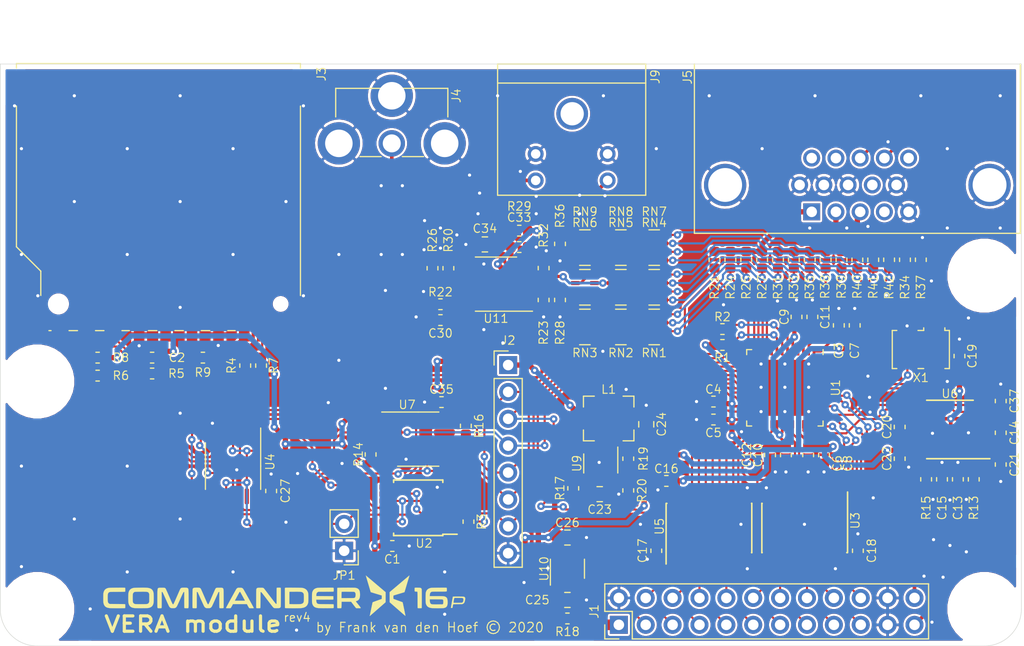
<source format=kicad_pcb>
(kicad_pcb (version 20171130) (host pcbnew "(5.1.6-0-10_14)")
  (layers (0 F.Cu signal) (31 B.Cu signal) (34 B.Paste user hide) (35 F.Paste user hide) (36 B.SilkS user hide) (37 F.SilkS user) (38 B.Mask user hide) (39 F.Mask user) (44 Edge.Cuts user))
  (net 0 "")
  (net 1 GND)
  (net 2 +3V3)
  (net 3 +1V2)
  (net 4 L_AUDIO)
  (net 5 "Net-(C14-Pad2)")
  (net 6 "Net-(C14-Pad1)")
  (net 7 R_AUDIO)
  (net 8 +5V)
  (net 9 "Net-(C20-Pad1)")
  (net 10 "Net-(C21-Pad1)")
  (net 11 "Net-(C23-Pad1)")
  (net 12 "Net-(C25-Pad1)")
  (net 13 "Net-(C30-Pad2)")
  (net 14 "Net-(C30-Pad1)")
  (net 15 "Net-(C33-Pad1)")
  (net 16 BUS_A0_5V)
  (net 17 BUS_A1_5V)
  (net 18 BUS_A2_5V)
  (net 19 BUS_IRQ#_5V)
  (net 20 BUS_RES#_5V)
  (net 21 BUS_CS#_5V)
  (net 22 BUS_D0_5V)
  (net 23 BUS_D1_5V)
  (net 24 BUS_D2_5V)
  (net 25 BUS_D3_5V)
  (net 26 BUS_D4_5V)
  (net 27 BUS_D5_5V)
  (net 28 BUS_D6_5V)
  (net 29 BUS_D7_5V)
  (net 30 SPI_SSEL_N)
  (net 31 SPI_SCK)
  (net 32 SPI_MOSI)
  (net 33 SPI_MISO)
  (net 34 FPGA_CRESET_B)
  (net 35 FPGA_CDONE)
  (net 36 "Net-(J3-Pad9)")
  (net 37 "Net-(J3-Pad8)")
  (net 38 "Net-(J3-Pad7)")
  (net 39 "Net-(J3-Pad5)")
  (net 40 "Net-(J3-Pad2)")
  (net 41 "Net-(J3-Pad1)")
  (net 42 "Net-(J5-Pad1)")
  (net 43 "Net-(J5-Pad2)")
  (net 44 "Net-(J5-Pad3)")
  (net 45 "Net-(J5-Pad13)")
  (net 46 "Net-(J5-Pad14)")
  (net 47 "Net-(J9-Pad4)")
  (net 48 "Net-(J9-Pad3)")
  (net 49 "Net-(L1-Pad1)")
  (net 50 SD_SSEL_N)
  (net 51 "Net-(R13-Pad2)")
  (net 52 "Net-(R14-Pad2)")
  (net 53 "Net-(R15-Pad2)")
  (net 54 "Net-(R16-Pad2)")
  (net 55 "Net-(R19-Pad2)")
  (net 56 VGA_R3)
  (net 57 "Net-(R22-Pad2)")
  (net 58 "Net-(R23-Pad1)")
  (net 59 VGA_R2)
  (net 60 VGA_R1)
  (net 61 "Net-(R26-Pad2)")
  (net 62 VGA_R0)
  (net 63 "Net-(R28-Pad2)")
  (net 64 VGA_G3)
  (net 65 "Net-(R32-Pad1)")
  (net 66 VGA_G2)
  (net 67 VGA_VSYNC)
  (net 68 VGA_G1)
  (net 69 "Net-(R36-Pad2)")
  (net 70 VGA_HSYNC)
  (net 71 VGA_G0)
  (net 72 VGA_B3)
  (net 73 VGA_B2)
  (net 74 VGA_B1)
  (net 75 VGA_B0)
  (net 76 "Net-(RN1-Pad5)")
  (net 77 "Net-(RN1-Pad6)")
  (net 78 "Net-(RN1-Pad8)")
  (net 79 "Net-(RN1-Pad7)")
  (net 80 "Net-(RN2-Pad5)")
  (net 81 "Net-(RN2-Pad6)")
  (net 82 "Net-(RN2-Pad7)")
  (net 83 "Net-(RN3-Pad5)")
  (net 84 "Net-(RN4-Pad5)")
  (net 85 "Net-(RN4-Pad6)")
  (net 86 "Net-(RN4-Pad8)")
  (net 87 "Net-(RN4-Pad7)")
  (net 88 "Net-(RN5-Pad5)")
  (net 89 "Net-(RN5-Pad7)")
  (net 90 "Net-(RN6-Pad5)")
  (net 91 "Net-(RN7-Pad5)")
  (net 92 "Net-(RN7-Pad6)")
  (net 93 "Net-(RN7-Pad8)")
  (net 94 "Net-(RN7-Pad7)")
  (net 95 "Net-(RN8-Pad5)")
  (net 96 "Net-(RN8-Pad6)")
  (net 97 "Net-(RN8-Pad7)")
  (net 98 AUDIO_LRCK)
  (net 99 AUDIO_DATA)
  (net 100 BUS_A0)
  (net 101 BUS_A1)
  (net 102 BUS_A2)
  (net 103 AUDIO_BCK)
  (net 104 SYSCLK)
  (net 105 BUS_IRQ#)
  (net 106 BUS_CS#)
  (net 107 BUS_D0)
  (net 108 BUS_D1)
  (net 109 BUS_D2)
  (net 110 BUS_D3)
  (net 111 BUS_D4)
  (net 112 BUS_D5)
  (net 113 BUS_D6)
  (net 114 BUS_D7)
  (net 115 "Net-(U2-Pad10)")
  (net 116 "Net-(U2-Pad3)")
  (net 117 FLASH_SSEL_N)
  (net 118 BUS_A4)
  (net 119 BUS_A3)
  (net 120 BUS_A3_5V)
  (net 121 BUS_RD#_5V)
  (net 122 BUS_A4_5V)
  (net 123 BUS_WR#_5V)
  (net 124 BUS_WR#)
  (net 125 BUS_RD#)
  (net 126 "Net-(J3-Pad11)")
  (net 127 "Net-(J3-Pad10)")
  (net 128 "Net-(J5-Pad4)")
  (net 129 "Net-(J5-Pad9)")
  (net 130 "Net-(J5-Pad11)")
  (net 131 "Net-(J5-Pad12)")
  (net 132 "Net-(J5-Pad15)")
  (net 133 "Net-(U10-Pad4)")
  (net 134 "Net-(X1-Pad1)")
  (module Resistor_SMD:R_0603_1608Metric (layer F.Cu) (at 120.65 107.75)
    (fp_text reference R9 (at 0 1.4) (layer F.SilkS) (effects (font (size 0.8 0.8) (thickness 0.1))))
    (fp_text value 47k)
    (pad 2 smd roundrect (at 0.7875 0) (size 0.875 0.95) (layers F.Cu F.Paste F.Mask) (net 1 GND))
    (pad 1 smd roundrect (at -0.7875 0) (size 0.875 0.95) (layers F.Cu F.Paste F.Mask) (net 39 "Net-(J3-Pad5)"))
  )
  (module Capacitor_SMD:C_0603_1608Metric (layer F.Cu) (at 127.1 120.35 90)
    (fp_text reference C27 (at 0 1.35 90) (layer F.SilkS) (effects (font (size 0.8 0.8) (thickness 0.1))))
    (fp_text value 100nF)
    (pad 2 smd roundrect (at 0.7875 0 90) (size 0.875 0.95) (layers F.Cu F.Paste F.Mask) (net 1 GND))
    (pad 1 smd roundrect (at -0.7875 0 90) (size 0.875 0.95) (layers F.Cu F.Paste F.Mask) (net 2 +3V3))
  )
  (module Package_SO:TSSOP-14_4.4x5mm_P0.65mm (layer F.Cu) (at 123.5 118 270)
    (fp_text reference U4 (at -0.4 -3.5 90) (layer F.SilkS) (effects (font (size 0.8 0.8) (thickness 0.1))))
    (fp_text value 74CBTLV3126PW,118)
    (pad 14 smd roundrect (at 2.8625 -1.95 270) (size 1.475 0.4) (layers F.Cu F.Paste F.Mask) (net 2 +3V3))
    (pad 13 smd roundrect (at 2.8625 -1.3 270) (size 1.475 0.4) (layers F.Cu F.Paste F.Mask) (net 35 FPGA_CDONE))
    (pad 12 smd roundrect (at 2.8625 -0.65 270) (size 1.475 0.4) (layers F.Cu F.Paste F.Mask) (net 33 SPI_MISO))
    (pad 11 smd roundrect (at 2.8625 0 270) (size 1.475 0.4) (layers F.Cu F.Paste F.Mask) (net 38 "Net-(J3-Pad7)"))
    (pad 10 smd roundrect (at 2.8625 0.65 270) (size 1.475 0.4) (layers F.Cu F.Paste F.Mask) (net 35 FPGA_CDONE))
    (pad 9 smd roundrect (at 2.8625 1.3 270) (size 1.475 0.4) (layers F.Cu F.Paste F.Mask) (net 31 SPI_SCK))
    (pad 8 smd roundrect (at 2.8625 1.95 270) (size 1.475 0.4) (layers F.Cu F.Paste F.Mask) (net 39 "Net-(J3-Pad5)"))
    (pad 7 smd roundrect (at -2.8625 1.95 270) (size 1.475 0.4) (layers F.Cu F.Paste F.Mask) (net 1 GND))
    (pad 6 smd roundrect (at -2.8625 1.3 270) (size 1.475 0.4) (layers F.Cu F.Paste F.Mask) (net 40 "Net-(J3-Pad2)"))
    (pad 5 smd roundrect (at -2.8625 0.65 270) (size 1.475 0.4) (layers F.Cu F.Paste F.Mask) (net 32 SPI_MOSI))
    (pad 4 smd roundrect (at -2.8625 0 270) (size 1.475 0.4) (layers F.Cu F.Paste F.Mask) (net 35 FPGA_CDONE))
    (pad 3 smd roundrect (at -2.8625 -0.65 270) (size 1.475 0.4) (layers F.Cu F.Paste F.Mask) (net 41 "Net-(J3-Pad1)"))
    (pad 2 smd roundrect (at -2.8625 -1.3 270) (size 1.475 0.4) (layers F.Cu F.Paste F.Mask) (net 50 SD_SSEL_N))
    (pad 1 smd roundrect (at -2.8625 -1.95 270) (size 1.475 0.4) (layers F.Cu F.Paste F.Mask) (net 35 FPGA_CDONE))
  )
  (module vera-module:x16plogo (layer F.Cu) (at 128.3 130.3)
    (fp_text reference LOGO1 hide)
    (fp_text value "X16 logo" hide)
  )
  (module Connector_PinHeader_2.54mm:PinHeader_2x12_P2.54mm_Vertical (layer F.Cu) (at 159.96 133 90)
    (fp_text reference J1 (at 1.27 -2.33 90) (layer F.SilkS) (effects (font (size 0.8 0.8) (thickness 0.1))))
    (fp_text value Bus)
    (pad 24 thru_hole oval (at 2.54 27.94 90) (size 1.7 1.7) (drill 1) (layers *.Cu *.Mask) (net 7 R_AUDIO))
    (pad 23 thru_hole oval (at 0 27.94 90) (size 1.7 1.7) (drill 1) (layers *.Cu *.Mask) (net 4 L_AUDIO))
    (pad 22 thru_hole oval (at 2.54 25.4 90) (size 1.7 1.7) (drill 1) (layers *.Cu *.Mask) (net 1 GND))
    (pad 21 thru_hole oval (at 0 25.4 90) (size 1.7 1.7) (drill 1) (layers *.Cu *.Mask) (net 1 GND))
    (pad 20 thru_hole oval (at 2.54 22.86 90) (size 1.7 1.7) (drill 1) (layers *.Cu *.Mask) (net 17 BUS_A1_5V))
    (pad 19 thru_hole oval (at 0 22.86 90) (size 1.7 1.7) (drill 1) (layers *.Cu *.Mask) (net 16 BUS_A0_5V))
    (pad 18 thru_hole oval (at 2.54 20.32 90) (size 1.7 1.7) (drill 1) (layers *.Cu *.Mask) (net 120 BUS_A3_5V))
    (pad 17 thru_hole oval (at 0 20.32 90) (size 1.7 1.7) (drill 1) (layers *.Cu *.Mask) (net 18 BUS_A2_5V))
    (pad 16 thru_hole oval (at 2.54 17.78 90) (size 1.7 1.7) (drill 1) (layers *.Cu *.Mask) (net 121 BUS_RD#_5V))
    (pad 15 thru_hole oval (at 0 17.78 90) (size 1.7 1.7) (drill 1) (layers *.Cu *.Mask) (net 122 BUS_A4_5V))
    (pad 14 thru_hole oval (at 2.54 15.24 90) (size 1.7 1.7) (drill 1) (layers *.Cu *.Mask) (net 19 BUS_IRQ#_5V))
    (pad 13 thru_hole oval (at 0 15.24 90) (size 1.7 1.7) (drill 1) (layers *.Cu *.Mask) (net 123 BUS_WR#_5V))
    (pad 12 thru_hole oval (at 2.54 12.7 90) (size 1.7 1.7) (drill 1) (layers *.Cu *.Mask) (net 20 BUS_RES#_5V))
    (pad 11 thru_hole oval (at 0 12.7 90) (size 1.7 1.7) (drill 1) (layers *.Cu *.Mask) (net 21 BUS_CS#_5V))
    (pad 10 thru_hole oval (at 2.54 10.16 90) (size 1.7 1.7) (drill 1) (layers *.Cu *.Mask) (net 22 BUS_D0_5V))
    (pad 9 thru_hole oval (at 0 10.16 90) (size 1.7 1.7) (drill 1) (layers *.Cu *.Mask) (net 23 BUS_D1_5V))
    (pad 8 thru_hole oval (at 2.54 7.62 90) (size 1.7 1.7) (drill 1) (layers *.Cu *.Mask) (net 24 BUS_D2_5V))
    (pad 7 thru_hole oval (at 0 7.62 90) (size 1.7 1.7) (drill 1) (layers *.Cu *.Mask) (net 25 BUS_D3_5V))
    (pad 6 thru_hole oval (at 2.54 5.08 90) (size 1.7 1.7) (drill 1) (layers *.Cu *.Mask) (net 26 BUS_D4_5V))
    (pad 5 thru_hole oval (at 0 5.08 90) (size 1.7 1.7) (drill 1) (layers *.Cu *.Mask) (net 27 BUS_D5_5V))
    (pad 4 thru_hole oval (at 2.54 2.54 90) (size 1.7 1.7) (drill 1) (layers *.Cu *.Mask) (net 28 BUS_D6_5V))
    (pad 3 thru_hole oval (at 0 2.54 90) (size 1.7 1.7) (drill 1) (layers *.Cu *.Mask) (net 29 BUS_D7_5V))
    (pad 2 thru_hole oval (at 2.54 0 90) (size 1.7 1.7) (drill 1) (layers *.Cu *.Mask) (net 1 GND))
    (pad 1 thru_hole rect (at 0 0 90) (size 1.7 1.7) (drill 1) (layers *.Cu *.Mask) (net 8 +5V))
  )
  (module Connector_PinHeader_2.54mm:PinHeader_1x02_P2.54mm_Vertical (layer F.Cu) (at 134 126 180)
    (fp_text reference JP1 (at 0 -2.33) (layer F.SilkS) (effects (font (size 0.8 0.8) (thickness 0.1))))
    (fp_text value "Flash enable")
    (pad 2 thru_hole oval (at 0 2.54 180) (size 1.7 1.7) (drill 1) (layers *.Cu *.Mask) (net 35 FPGA_CDONE))
    (pad 1 thru_hole rect (at 0 0 180) (size 1.7 1.7) (drill 1) (layers *.Cu *.Mask) (net 1 GND))
  )
  (module MountingHole:MountingHole_3.2mm_M3 (layer F.Cu) (at 105 131.5 90)
    (fp_text reference H4 hide)
    (fp_text value MountingHole)
    (pad "" np_thru_hole circle (at 0 0 90) (size 4 4) (drill 4) (layers *.Cu *.Mask) (clearance 1.5))
  )
  (module MountingHole:MountingHole_3.2mm_M3 (layer F.Cu) (at 194.5 100)
    (fp_text reference H3 hide)
    (fp_text value MountingHole)
    (pad "" np_thru_hole circle (at 0 0) (size 4 4) (drill 4) (layers *.Cu *.Mask) (clearance 1.5))
  )
  (module MountingHole:MountingHole_3.2mm_M3 (layer F.Cu) (at 194.5 131.5)
    (fp_text reference H2 hide)
    (fp_text value MountingHole)
    (pad "" np_thru_hole circle (at 0 0) (size 4 4) (drill 4) (layers *.Cu *.Mask) (clearance 1.5))
  )
  (module MountingHole:MountingHole_3.2mm_M3 (layer F.Cu) (at 105 110)
    (fp_text reference H1 hide)
    (fp_text value MountingHole)
    (pad "" np_thru_hole circle (at 0 0) (size 4 4) (drill 4) (layers *.Cu *.Mask) (clearance 1.5))
  )
  (module Capacitor_SMD:C_0603_1608Metric (layer F.Cu) (at 196.05 111.85 90)
    (fp_text reference C37 (at 0 1.3 90) (layer F.SilkS) (effects (font (size 0.8 0.8) (thickness 0.1))))
    (fp_text value 4.7uF)
    (pad 2 smd roundrect (at 0.7875 0 90) (size 0.875 0.95) (layers F.Cu F.Paste F.Mask) (net 1 GND))
    (pad 1 smd roundrect (at -0.7875 0 90) (size 0.875 0.95) (layers F.Cu F.Paste F.Mask) (net 2 +3V3))
  )
  (module Capacitor_SMD:C_0603_1608Metric (layer F.Cu) (at 186.5 117.3 270)
    (fp_text reference C22 (at 0 1.2 90) (layer F.SilkS) (effects (font (size 0.8 0.8) (thickness 0.1))))
    (fp_text value 4.7uF)
    (pad 2 smd roundrect (at 0.7875 0 270) (size 0.875 0.95) (layers F.Cu F.Paste F.Mask) (net 1 GND))
    (pad 1 smd roundrect (at -0.7875 0 270) (size 0.875 0.95) (layers F.Cu F.Paste F.Mask) (net 2 +3V3))
  )
  (module Capacitor_SMD:C_0603_1608Metric (layer F.Cu) (at 143.2 111.95 180)
    (fp_text reference C35 (at 0 1.2) (layer F.SilkS) (effects (font (size 0.8 0.8) (thickness 0.1))))
    (fp_text value 100nF)
    (pad 2 smd roundrect (at 0.7875 0 180) (size 0.875 0.95) (layers F.Cu F.Paste F.Mask) (net 1 GND))
    (pad 1 smd roundrect (at -0.7875 0 180) (size 0.875 0.95) (layers F.Cu F.Paste F.Mask) (net 2 +3V3))
  )
  (module Capacitor_SMD:C_0603_1608Metric (layer F.Cu) (at 192.15 107.6 90)
    (fp_text reference C19 (at 0 1.2 90) (layer F.SilkS) (effects (font (size 0.8 0.8) (thickness 0.1))))
    (fp_text value 100nF)
    (pad 2 smd roundrect (at 0.7875 0 90) (size 0.875 0.95) (layers F.Cu F.Paste F.Mask) (net 1 GND))
    (pad 1 smd roundrect (at -0.7875 0 90) (size 0.875 0.95) (layers F.Cu F.Paste F.Mask) (net 2 +3V3))
  )
  (module Oscillator:Oscillator_SMD_SeikoEpson_SG8002LB-4Pin_5.0x3.2mm (layer F.Cu) (at 188.5 106.98 180)
    (fp_text reference X1 (at 0 -2.67) (layer F.SilkS) (effects (font (size 0.8 0.8) (thickness 0.1))))
    (fp_text value SG5032CAN_25.000000M-TJGA3)
    (pad 4 smd rect (at -1.27 -1.1 180) (size 1.6 1.5) (layers F.Cu F.Paste F.Mask) (net 2 +3V3))
    (pad 3 smd rect (at 1.27 -1.1 180) (size 1.6 1.5) (layers F.Cu F.Paste F.Mask) (net 104 SYSCLK))
    (pad 2 smd rect (at 1.27 1.1 180) (size 1.6 1.5) (layers F.Cu F.Paste F.Mask) (net 1 GND))
    (pad 1 smd rect (at -1.27 1.1 180) (size 1.6 1.5) (layers F.Cu F.Paste F.Mask) (net 134 "Net-(X1-Pad1)"))
  )
  (module Package_SO:SOIC-8_3.9x4.9mm_P1.27mm (layer F.Cu) (at 148.35 100.8 180)
    (fp_text reference U11 (at 0 -3.25) (layer F.SilkS) (effects (font (size 0.8 0.8) (thickness 0.1))))
    (fp_text value THS7314D)
    (pad 8 smd roundrect (at 2.475 -1.905 180) (size 1.95 0.6) (layers F.Cu F.Paste F.Mask) (net 57 "Net-(R22-Pad2)"))
    (pad 7 smd roundrect (at 2.475 -0.635 180) (size 1.95 0.6) (layers F.Cu F.Paste F.Mask) (net 61 "Net-(R26-Pad2)"))
    (pad 6 smd roundrect (at 2.475 0.635 180) (size 1.95 0.6) (layers F.Cu F.Paste F.Mask) (net 13 "Net-(C30-Pad2)"))
    (pad 5 smd roundrect (at 2.475 1.905 180) (size 1.95 0.6) (layers F.Cu F.Paste F.Mask) (net 1 GND))
    (pad 4 smd roundrect (at -2.475 1.905 180) (size 1.95 0.6) (layers F.Cu F.Paste F.Mask) (net 15 "Net-(C33-Pad1)"))
    (pad 3 smd roundrect (at -2.475 0.635 180) (size 1.95 0.6) (layers F.Cu F.Paste F.Mask) (net 65 "Net-(R32-Pad1)"))
    (pad 2 smd roundrect (at -2.475 -0.635 180) (size 1.95 0.6) (layers F.Cu F.Paste F.Mask) (net 58 "Net-(R23-Pad1)"))
    (pad 1 smd roundrect (at -2.475 -1.905 180) (size 1.95 0.6) (layers F.Cu F.Paste F.Mask) (net 58 "Net-(R23-Pad1)"))
  )
  (module Package_TO_SOT_SMD:SOT-23-5 (layer F.Cu) (at 155.1 127.7 90)
    (fp_text reference U10 (at 0 -2.2 90) (layer F.SilkS) (effects (font (size 0.8 0.8) (thickness 0.1))))
    (fp_text value MIC5504-3.3YM5)
    (pad 5 smd rect (at 1.1 -0.95 90) (size 1.06 0.65) (layers F.Cu F.Paste F.Mask) (net 2 +3V3))
    (pad 4 smd rect (at 1.1 0.95 90) (size 1.06 0.65) (layers F.Cu F.Paste F.Mask) (net 133 "Net-(U10-Pad4)"))
    (pad 3 smd rect (at -1.1 0.95 90) (size 1.06 0.65) (layers F.Cu F.Paste F.Mask) (net 12 "Net-(C25-Pad1)"))
    (pad 2 smd rect (at -1.1 0 90) (size 1.06 0.65) (layers F.Cu F.Paste F.Mask) (net 1 GND))
    (pad 1 smd rect (at -1.1 -0.95 90) (size 1.06 0.65) (layers F.Cu F.Paste F.Mask) (net 12 "Net-(C25-Pad1)"))
  )
  (module Package_TO_SOT_SMD:SOT-23-5 (layer F.Cu) (at 158.25 117.75 270)
    (fp_text reference U9 (at 0 2.25 90) (layer F.SilkS) (effects (font (size 0.8 0.8) (thickness 0.1))))
    (fp_text value AP3417CKTR-G1)
    (pad 5 smd rect (at 1.1 -0.95 270) (size 1.06 0.65) (layers F.Cu F.Paste F.Mask) (net 55 "Net-(R19-Pad2)"))
    (pad 4 smd rect (at 1.1 0.95 270) (size 1.06 0.65) (layers F.Cu F.Paste F.Mask) (net 11 "Net-(C23-Pad1)"))
    (pad 3 smd rect (at -1.1 0.95 270) (size 1.06 0.65) (layers F.Cu F.Paste F.Mask) (net 49 "Net-(L1-Pad1)"))
    (pad 2 smd rect (at -1.1 0 270) (size 1.06 0.65) (layers F.Cu F.Paste F.Mask) (net 1 GND))
    (pad 1 smd rect (at -1.1 -0.95 270) (size 1.06 0.65) (layers F.Cu F.Paste F.Mask) (net 11 "Net-(C23-Pad1)"))
  )
  (module Package_SO:SOIC-8_3.9x4.9mm_P1.27mm (layer F.Cu) (at 141 115.45)
    (fp_text reference U7 (at -1.05 -3.25) (layer F.SilkS) (effects (font (size 0.8 0.8) (thickness 0.1))))
    (fp_text value W25Q16JVSNIQ)
    (pad 8 smd roundrect (at 2.475 -1.905) (size 1.95 0.6) (layers F.Cu F.Paste F.Mask) (net 2 +3V3))
    (pad 7 smd roundrect (at 2.475 -0.635) (size 1.95 0.6) (layers F.Cu F.Paste F.Mask) (net 54 "Net-(R16-Pad2)"))
    (pad 6 smd roundrect (at 2.475 0.635) (size 1.95 0.6) (layers F.Cu F.Paste F.Mask) (net 31 SPI_SCK))
    (pad 5 smd roundrect (at 2.475 1.905) (size 1.95 0.6) (layers F.Cu F.Paste F.Mask) (net 32 SPI_MOSI))
    (pad 4 smd roundrect (at -2.475 1.905) (size 1.95 0.6) (layers F.Cu F.Paste F.Mask) (net 1 GND))
    (pad 3 smd roundrect (at -2.475 0.635) (size 1.95 0.6) (layers F.Cu F.Paste F.Mask) (net 52 "Net-(R14-Pad2)"))
    (pad 2 smd roundrect (at -2.475 -0.635) (size 1.95 0.6) (layers F.Cu F.Paste F.Mask) (net 33 SPI_MISO))
    (pad 1 smd roundrect (at -2.475 -1.905) (size 1.95 0.6) (layers F.Cu F.Paste F.Mask) (net 117 FLASH_SSEL_N))
  )
  (module Package_SO:TSSOP-16_4.4x5mm_P0.65mm (layer F.Cu) (at 191.25 114.5 180)
    (fp_text reference U6 (at 0 3.35) (layer F.SilkS) (effects (font (size 0.8 0.8) (thickness 0.1))))
    (fp_text value WM8524CGEDT)
    (pad 16 smd rect (at 2.95 -2.275 180) (size 1.5 0.45) (layers F.Cu F.Paste F.Mask) (net 53 "Net-(R15-Pad2)"))
    (pad 15 smd rect (at 2.95 -1.625 180) (size 1.5 0.45) (layers F.Cu F.Paste F.Mask) (net 2 +3V3))
    (pad 14 smd rect (at 2.95 -0.975 180) (size 1.5 0.45) (layers F.Cu F.Paste F.Mask) (net 9 "Net-(C20-Pad1)"))
    (pad 13 smd rect (at 2.95 -0.325 180) (size 1.5 0.45) (layers F.Cu F.Paste F.Mask) (net 1 GND))
    (pad 12 smd rect (at 2.95 0.325 180) (size 1.5 0.45) (layers F.Cu F.Paste F.Mask) (net 2 +3V3))
    (pad 11 smd rect (at 2.95 0.975 180) (size 1.5 0.45) (layers F.Cu F.Paste F.Mask) (net 2 +3V3))
    (pad 10 smd rect (at 2.95 1.625 180) (size 1.5 0.45) (layers F.Cu F.Paste F.Mask) (net 104 SYSCLK))
    (pad 9 smd rect (at 2.95 2.275 180) (size 1.5 0.45) (layers F.Cu F.Paste F.Mask) (net 103 AUDIO_BCK))
    (pad 8 smd rect (at -2.95 2.275 180) (size 1.5 0.45) (layers F.Cu F.Paste F.Mask) (net 98 AUDIO_LRCK))
    (pad 7 smd rect (at -2.95 1.625 180) (size 1.5 0.45) (layers F.Cu F.Paste F.Mask) (net 99 AUDIO_DATA))
    (pad 6 smd rect (at -2.95 0.975 180) (size 1.5 0.45) (layers F.Cu F.Paste F.Mask) (net 2 +3V3))
    (pad 5 smd rect (at -2.95 0.325 180) (size 1.5 0.45) (layers F.Cu F.Paste F.Mask) (net 5 "Net-(C14-Pad2)"))
    (pad 4 smd rect (at -2.95 -0.325 180) (size 1.5 0.45) (layers F.Cu F.Paste F.Mask) (net 1 GND))
    (pad 3 smd rect (at -2.95 -0.975 180) (size 1.5 0.45) (layers F.Cu F.Paste F.Mask) (net 6 "Net-(C14-Pad1)"))
    (pad 2 smd rect (at -2.95 -1.625 180) (size 1.5 0.45) (layers F.Cu F.Paste F.Mask) (net 10 "Net-(C21-Pad1)"))
    (pad 1 smd rect (at -2.95 -2.275 180) (size 1.5 0.45) (layers F.Cu F.Paste F.Mask) (net 51 "Net-(R13-Pad2)"))
  )
  (module Package_SO:TSSOP-24_4.4x7.8mm_P0.65mm (layer F.Cu) (at 168.5 123.85 90)
    (fp_text reference U5 (at 0.15 -4.7 90) (layer F.SilkS) (effects (font (size 0.8 0.8) (thickness 0.1))))
    (fp_text value 74LVC4245APW)
    (pad 24 smd rect (at 2.85 -3.575 90) (size 1.1 0.4) (layers F.Cu F.Paste F.Mask) (net 2 +3V3))
    (pad 23 smd rect (at 2.85 -2.925 90) (size 1.1 0.4) (layers F.Cu F.Paste F.Mask) (net 2 +3V3))
    (pad 22 smd rect (at 2.85 -2.275 90) (size 1.1 0.4) (layers F.Cu F.Paste F.Mask) (net 106 BUS_CS#))
    (pad 21 smd rect (at 2.85 -1.625 90) (size 1.1 0.4) (layers F.Cu F.Paste F.Mask) (net 114 BUS_D7))
    (pad 20 smd rect (at 2.85 -0.975 90) (size 1.1 0.4) (layers F.Cu F.Paste F.Mask) (net 113 BUS_D6))
    (pad 19 smd rect (at 2.85 -0.325 90) (size 1.1 0.4) (layers F.Cu F.Paste F.Mask) (net 112 BUS_D5))
    (pad 18 smd rect (at 2.85 0.325 90) (size 1.1 0.4) (layers F.Cu F.Paste F.Mask) (net 111 BUS_D4))
    (pad 17 smd rect (at 2.85 0.975 90) (size 1.1 0.4) (layers F.Cu F.Paste F.Mask) (net 110 BUS_D3))
    (pad 16 smd rect (at 2.85 1.625 90) (size 1.1 0.4) (layers F.Cu F.Paste F.Mask) (net 109 BUS_D2))
    (pad 15 smd rect (at 2.85 2.275 90) (size 1.1 0.4) (layers F.Cu F.Paste F.Mask) (net 108 BUS_D1))
    (pad 14 smd rect (at 2.85 2.925 90) (size 1.1 0.4) (layers F.Cu F.Paste F.Mask) (net 107 BUS_D0))
    (pad 13 smd rect (at 2.85 3.575 90) (size 1.1 0.4) (layers F.Cu F.Paste F.Mask) (net 1 GND))
    (pad 12 smd rect (at -2.85 3.575 90) (size 1.1 0.4) (layers F.Cu F.Paste F.Mask) (net 1 GND))
    (pad 11 smd rect (at -2.85 2.925 90) (size 1.1 0.4) (layers F.Cu F.Paste F.Mask) (net 1 GND))
    (pad 10 smd rect (at -2.85 2.275 90) (size 1.1 0.4) (layers F.Cu F.Paste F.Mask) (net 22 BUS_D0_5V))
    (pad 9 smd rect (at -2.85 1.625 90) (size 1.1 0.4) (layers F.Cu F.Paste F.Mask) (net 23 BUS_D1_5V))
    (pad 8 smd rect (at -2.85 0.975 90) (size 1.1 0.4) (layers F.Cu F.Paste F.Mask) (net 24 BUS_D2_5V))
    (pad 7 smd rect (at -2.85 0.325 90) (size 1.1 0.4) (layers F.Cu F.Paste F.Mask) (net 25 BUS_D3_5V))
    (pad 6 smd rect (at -2.85 -0.325 90) (size 1.1 0.4) (layers F.Cu F.Paste F.Mask) (net 26 BUS_D4_5V))
    (pad 5 smd rect (at -2.85 -0.975 90) (size 1.1 0.4) (layers F.Cu F.Paste F.Mask) (net 27 BUS_D5_5V))
    (pad 4 smd rect (at -2.85 -1.625 90) (size 1.1 0.4) (layers F.Cu F.Paste F.Mask) (net 28 BUS_D6_5V))
    (pad 3 smd rect (at -2.85 -2.275 90) (size 1.1 0.4) (layers F.Cu F.Paste F.Mask) (net 29 BUS_D7_5V))
    (pad 2 smd rect (at -2.85 -2.925 90) (size 1.1 0.4) (layers F.Cu F.Paste F.Mask) (net 121 BUS_RD#_5V))
    (pad 1 smd rect (at -2.85 -3.575 90) (size 1.1 0.4) (layers F.Cu F.Paste F.Mask) (net 8 +5V))
  )
  (module Package_SO:TSSOP-24_4.4x7.8mm_P0.65mm (layer F.Cu) (at 177.5 123.85 270)
    (fp_text reference U3 (at -0.7 -4.8 90) (layer F.SilkS) (effects (font (size 0.8 0.8) (thickness 0.1))))
    (fp_text value SN74CBTD3861PWR)
    (pad 24 smd rect (at 2.85 -3.575 270) (size 1.1 0.4) (layers F.Cu F.Paste F.Mask) (net 8 +5V))
    (pad 23 smd rect (at 2.85 -2.925 270) (size 1.1 0.4) (layers F.Cu F.Paste F.Mask) (net 1 GND))
    (pad 22 smd rect (at 2.85 -2.275 270) (size 1.1 0.4) (layers F.Cu F.Paste F.Mask) (net 17 BUS_A1_5V))
    (pad 21 smd rect (at 2.85 -1.625 270) (size 1.1 0.4) (layers F.Cu F.Paste F.Mask) (net 16 BUS_A0_5V))
    (pad 20 smd rect (at 2.85 -0.975 270) (size 1.1 0.4) (layers F.Cu F.Paste F.Mask) (net 120 BUS_A3_5V))
    (pad 19 smd rect (at 2.85 -0.325 270) (size 1.1 0.4) (layers F.Cu F.Paste F.Mask) (net 18 BUS_A2_5V))
    (pad 18 smd rect (at 2.85 0.325 270) (size 1.1 0.4) (layers F.Cu F.Paste F.Mask) (net 121 BUS_RD#_5V))
    (pad 17 smd rect (at 2.85 0.975 270) (size 1.1 0.4) (layers F.Cu F.Paste F.Mask) (net 122 BUS_A4_5V))
    (pad 16 smd rect (at 2.85 1.625 270) (size 1.1 0.4) (layers F.Cu F.Paste F.Mask) (net 19 BUS_IRQ#_5V))
    (pad 15 smd rect (at 2.85 2.275 270) (size 1.1 0.4) (layers F.Cu F.Paste F.Mask) (net 123 BUS_WR#_5V))
    (pad 14 smd rect (at 2.85 2.925 270) (size 1.1 0.4) (layers F.Cu F.Paste F.Mask) (net 20 BUS_RES#_5V))
    (pad 13 smd rect (at 2.85 3.575 270) (size 1.1 0.4) (layers F.Cu F.Paste F.Mask) (net 21 BUS_CS#_5V))
    (pad 12 smd rect (at -2.85 3.575 270) (size 1.1 0.4) (layers F.Cu F.Paste F.Mask) (net 1 GND))
    (pad 11 smd rect (at -2.85 2.925 270) (size 1.1 0.4) (layers F.Cu F.Paste F.Mask) (net 106 BUS_CS#))
    (pad 10 smd rect (at -2.85 2.275 270) (size 1.1 0.4) (layers F.Cu F.Paste F.Mask) (net 34 FPGA_CRESET_B))
    (pad 9 smd rect (at -2.85 1.625 270) (size 1.1 0.4) (layers F.Cu F.Paste F.Mask) (net 124 BUS_WR#))
    (pad 8 smd rect (at -2.85 0.975 270) (size 1.1 0.4) (layers F.Cu F.Paste F.Mask) (net 105 BUS_IRQ#))
    (pad 7 smd rect (at -2.85 0.325 270) (size 1.1 0.4) (layers F.Cu F.Paste F.Mask) (net 118 BUS_A4))
    (pad 6 smd rect (at -2.85 -0.325 270) (size 1.1 0.4) (layers F.Cu F.Paste F.Mask) (net 125 BUS_RD#))
    (pad 5 smd rect (at -2.85 -0.975 270) (size 1.1 0.4) (layers F.Cu F.Paste F.Mask) (net 102 BUS_A2))
    (pad 4 smd rect (at -2.85 -1.625 270) (size 1.1 0.4) (layers F.Cu F.Paste F.Mask) (net 119 BUS_A3))
    (pad 3 smd rect (at -2.85 -2.275 270) (size 1.1 0.4) (layers F.Cu F.Paste F.Mask) (net 100 BUS_A0))
    (pad 2 smd rect (at -2.85 -2.925 270) (size 1.1 0.4) (layers F.Cu F.Paste F.Mask) (net 101 BUS_A1))
    (pad 1 smd rect (at -2.85 -3.575 270) (size 1.1 0.4) (layers F.Cu F.Paste F.Mask))
  )
  (module Package_SO:TSSOP-14_4.4x5mm_P0.65mm (layer F.Cu) (at 141 121.94 180)
    (fp_text reference U2 (at -0.55 -3.36) (layer F.SilkS) (effects (font (size 0.8 0.8) (thickness 0.1))))
    (fp_text value 74AHC00PW)
    (pad 14 smd rect (at 2.95 -1.95 180) (size 1.45 0.45) (layers F.Cu F.Paste F.Mask) (net 2 +3V3))
    (pad 13 smd rect (at 2.95 -1.3 180) (size 1.45 0.45) (layers F.Cu F.Paste F.Mask) (net 115 "Net-(U2-Pad10)"))
    (pad 12 smd rect (at 2.95 -0.65 180) (size 1.45 0.45) (layers F.Cu F.Paste F.Mask) (net 35 FPGA_CDONE))
    (pad 11 smd rect (at 2.95 0 180) (size 1.45 0.45) (layers F.Cu F.Paste F.Mask) (net 50 SD_SSEL_N))
    (pad 10 smd rect (at 2.95 0.65 180) (size 1.45 0.45) (layers F.Cu F.Paste F.Mask) (net 115 "Net-(U2-Pad10)"))
    (pad 9 smd rect (at 2.95 1.3 180) (size 1.45 0.45) (layers F.Cu F.Paste F.Mask) (net 116 "Net-(U2-Pad3)"))
    (pad 8 smd rect (at 2.95 1.95 180) (size 1.45 0.45) (layers F.Cu F.Paste F.Mask) (net 117 FLASH_SSEL_N))
    (pad 7 smd rect (at -2.95 1.95 180) (size 1.45 0.45) (layers F.Cu F.Paste F.Mask) (net 1 GND))
    (pad 6 smd rect (at -2.95 1.3 180) (size 1.45 0.45) (layers F.Cu F.Paste F.Mask) (net 115 "Net-(U2-Pad10)"))
    (pad 5 smd rect (at -2.95 0.65 180) (size 1.45 0.45) (layers F.Cu F.Paste F.Mask) (net 30 SPI_SSEL_N))
    (pad 4 smd rect (at -2.95 0 180) (size 1.45 0.45) (layers F.Cu F.Paste F.Mask) (net 30 SPI_SSEL_N))
    (pad 3 smd rect (at -2.95 -0.65 180) (size 1.45 0.45) (layers F.Cu F.Paste F.Mask) (net 116 "Net-(U2-Pad3)"))
    (pad 2 smd rect (at -2.95 -1.3 180) (size 1.45 0.45) (layers F.Cu F.Paste F.Mask) (net 35 FPGA_CDONE))
    (pad 1 smd rect (at -2.95 -1.95 180) (size 1.45 0.45) (layers F.Cu F.Paste F.Mask) (net 35 FPGA_CDONE))
  )
  (module Package_DFN_QFN:QFN-48-1EP_7x7mm_P0.5mm_EP5.3x5.3mm (layer F.Cu) (at 175.65 110.6 270)
    (fp_text reference U1 (at 0 -4.8 90) (layer F.SilkS) (effects (font (size 0.8 0.8) (thickness 0.1))))
    (fp_text value ICE40UP5K-SG48ITR50)
    (pad 48 smd roundrect (at -2.75 -3.45 270) (size 0.25 0.8) (layers F.Cu F.Paste F.Mask) (net 73 VGA_B2))
    (pad 47 smd roundrect (at -2.25 -3.45 270) (size 0.25 0.8) (layers F.Cu F.Paste F.Mask) (net 74 VGA_B1))
    (pad 46 smd roundrect (at -1.75 -3.45 270) (size 0.25 0.8) (layers F.Cu F.Paste F.Mask) (net 75 VGA_B0))
    (pad 45 smd roundrect (at -1.25 -3.45 270) (size 0.25 0.8) (layers F.Cu F.Paste F.Mask) (net 67 VGA_VSYNC))
    (pad 44 smd roundrect (at -0.75 -3.45 270) (size 0.25 0.8) (layers F.Cu F.Paste F.Mask) (net 70 VGA_HSYNC))
    (pad 43 smd roundrect (at -0.25 -3.45 270) (size 0.25 0.8) (layers F.Cu F.Paste F.Mask) (net 98 AUDIO_LRCK))
    (pad 42 smd roundrect (at 0.25 -3.45 270) (size 0.25 0.8) (layers F.Cu F.Paste F.Mask) (net 99 AUDIO_DATA))
    (pad 41 smd roundrect (at 0.75 -3.45 270) (size 0.25 0.8) (layers F.Cu F.Paste F.Mask) (net 119 BUS_A3))
    (pad 40 smd roundrect (at 1.25 -3.45 270) (size 0.25 0.8) (layers F.Cu F.Paste F.Mask) (net 100 BUS_A0))
    (pad 39 smd roundrect (at 1.75 -3.45 270) (size 0.25 0.8) (layers F.Cu F.Paste F.Mask) (net 101 BUS_A1))
    (pad 38 smd roundrect (at 2.25 -3.45 270) (size 0.25 0.8) (layers F.Cu F.Paste F.Mask) (net 103 AUDIO_BCK))
    (pad 37 smd roundrect (at 2.75 -3.45 270) (size 0.25 0.8) (layers F.Cu F.Paste F.Mask) (net 102 BUS_A2))
    (pad 36 smd roundrect (at 3.45 -2.75 270) (size 0.8 0.25) (layers F.Cu F.Paste F.Mask) (net 125 BUS_RD#))
    (pad 35 smd roundrect (at 3.45 -2.25 270) (size 0.8 0.25) (layers F.Cu F.Paste F.Mask) (net 104 SYSCLK))
    (pad 34 smd roundrect (at 3.45 -1.75 270) (size 0.8 0.25) (layers F.Cu F.Paste F.Mask) (net 118 BUS_A4))
    (pad 33 smd roundrect (at 3.45 -1.25 270) (size 0.8 0.25) (layers F.Cu F.Paste F.Mask) (net 2 +3V3))
    (pad 32 smd roundrect (at 3.45 -0.75 270) (size 0.8 0.25) (layers F.Cu F.Paste F.Mask) (net 105 BUS_IRQ#))
    (pad 31 smd roundrect (at 3.45 -0.25 270) (size 0.8 0.25) (layers F.Cu F.Paste F.Mask) (net 124 BUS_WR#))
    (pad 30 smd roundrect (at 3.45 0.25 270) (size 0.8 0.25) (layers F.Cu F.Paste F.Mask) (net 3 +1V2))
    (pad 29 smd roundrect (at 3.45 0.75 270) (size 0.8 0.25) (layers F.Cu F.Paste F.Mask) (net 3 +1V2))
    (pad 28 smd roundrect (at 3.45 1.25 270) (size 0.8 0.25) (layers F.Cu F.Paste F.Mask) (net 106 BUS_CS#))
    (pad 27 smd roundrect (at 3.45 1.75 270) (size 0.8 0.25) (layers F.Cu F.Paste F.Mask) (net 107 BUS_D0))
    (pad 26 smd roundrect (at 3.45 2.25 270) (size 0.8 0.25) (layers F.Cu F.Paste F.Mask) (net 108 BUS_D1))
    (pad 25 smd roundrect (at 3.45 2.75 270) (size 0.8 0.25) (layers F.Cu F.Paste F.Mask) (net 109 BUS_D2))
    (pad 24 smd roundrect (at 2.75 3.45 270) (size 0.25 0.8) (layers F.Cu F.Paste F.Mask) (net 2 +3V3))
    (pad 23 smd roundrect (at 2.25 3.45 270) (size 0.25 0.8) (layers F.Cu F.Paste F.Mask) (net 110 BUS_D3))
    (pad 22 smd roundrect (at 1.75 3.45 270) (size 0.25 0.8) (layers F.Cu F.Paste F.Mask) (net 2 +3V3))
    (pad 21 smd roundrect (at 1.25 3.45 270) (size 0.25 0.8) (layers F.Cu F.Paste F.Mask) (net 111 BUS_D4))
    (pad 20 smd roundrect (at 0.75 3.45 270) (size 0.25 0.8) (layers F.Cu F.Paste F.Mask) (net 112 BUS_D5))
    (pad 19 smd roundrect (at 0.25 3.45 270) (size 0.25 0.8) (layers F.Cu F.Paste F.Mask) (net 113 BUS_D6))
    (pad 18 smd roundrect (at -0.25 3.45 270) (size 0.25 0.8) (layers F.Cu F.Paste F.Mask) (net 114 BUS_D7))
    (pad 17 smd roundrect (at -0.75 3.45 270) (size 0.25 0.8) (layers F.Cu F.Paste F.Mask) (net 33 SPI_MISO))
    (pad 16 smd roundrect (at -1.25 3.45 270) (size 0.25 0.8) (layers F.Cu F.Paste F.Mask) (net 30 SPI_SSEL_N))
    (pad 15 smd roundrect (at -1.75 3.45 270) (size 0.25 0.8) (layers F.Cu F.Paste F.Mask) (net 31 SPI_SCK))
    (pad 14 smd roundrect (at -2.25 3.45 270) (size 0.25 0.8) (layers F.Cu F.Paste F.Mask) (net 32 SPI_MOSI))
    (pad 13 smd roundrect (at -2.75 3.45 270) (size 0.25 0.8) (layers F.Cu F.Paste F.Mask) (net 56 VGA_R3))
    (pad 12 smd roundrect (at -3.45 2.75 270) (size 0.8 0.25) (layers F.Cu F.Paste F.Mask) (net 59 VGA_R2))
    (pad 11 smd roundrect (at -3.45 2.25 270) (size 0.8 0.25) (layers F.Cu F.Paste F.Mask) (net 60 VGA_R1))
    (pad 10 smd roundrect (at -3.45 1.75 270) (size 0.8 0.25) (layers F.Cu F.Paste F.Mask) (net 62 VGA_R0))
    (pad 9 smd roundrect (at -3.45 1.25 270) (size 0.8 0.25) (layers F.Cu F.Paste F.Mask) (net 64 VGA_G3))
    (pad 8 smd roundrect (at -3.45 0.75 270) (size 0.8 0.25) (layers F.Cu F.Paste F.Mask) (net 34 FPGA_CRESET_B))
    (pad 7 smd roundrect (at -3.45 0.25 270) (size 0.8 0.25) (layers F.Cu F.Paste F.Mask) (net 35 FPGA_CDONE))
    (pad 6 smd roundrect (at -3.45 -0.25 270) (size 0.8 0.25) (layers F.Cu F.Paste F.Mask) (net 66 VGA_G2))
    (pad 5 smd roundrect (at -3.45 -0.75 270) (size 0.8 0.25) (layers F.Cu F.Paste F.Mask) (net 3 +1V2))
    (pad 4 smd roundrect (at -3.45 -1.25 270) (size 0.8 0.25) (layers F.Cu F.Paste F.Mask) (net 68 VGA_G1))
    (pad 3 smd roundrect (at -3.45 -1.75 270) (size 0.8 0.25) (layers F.Cu F.Paste F.Mask) (net 71 VGA_G0))
    (pad 2 smd roundrect (at -3.45 -2.25 270) (size 0.8 0.25) (layers F.Cu F.Paste F.Mask) (net 72 VGA_B3))
    (pad 1 smd roundrect (at -3.45 -2.75 270) (size 0.8 0.25) (layers F.Cu F.Paste F.Mask) (net 2 +3V3))
    (pad 49 smd roundrect (at 0 0 270) (size 5.3 5.3) (layers F.Cu F.Mask) (roundrect_rratio 0.04717) (net 1 GND))
  )
  (module Resistor_SMD:R_Array_Convex_4x0603 (layer F.Cu) (at 156.75 97.35 180)
    (fp_text reference RN9 (at 0 3.4) (layer F.SilkS) (effects (font (size 0.8 0.8) (thickness 0.1))))
    (fp_text value CAY16-1001F4LF)
    (pad 5 smd rect (at 0.9 1.2 180) (size 0.8 0.5) (layers F.Cu F.Paste F.Mask) (net 69 "Net-(R36-Pad2)"))
    (pad 6 smd rect (at 0.9 0.4 180) (size 0.8 0.4) (layers F.Cu F.Paste F.Mask) (net 95 "Net-(RN8-Pad5)"))
    (pad 8 smd rect (at 0.9 -1.2 180) (size 0.8 0.5) (layers F.Cu F.Paste F.Mask) (net 97 "Net-(RN8-Pad7)"))
    (pad 7 smd rect (at 0.9 -0.4 180) (size 0.8 0.4) (layers F.Cu F.Paste F.Mask) (net 96 "Net-(RN8-Pad6)"))
    (pad 4 smd rect (at -0.9 1.2 180) (size 0.8 0.5) (layers F.Cu F.Paste F.Mask) (net 95 "Net-(RN8-Pad5)"))
    (pad 2 smd rect (at -0.9 -0.4 180) (size 0.8 0.4) (layers F.Cu F.Paste F.Mask) (net 97 "Net-(RN8-Pad7)"))
    (pad 3 smd rect (at -0.9 0.4 180) (size 0.8 0.4) (layers F.Cu F.Paste F.Mask) (net 96 "Net-(RN8-Pad6)"))
    (pad 1 smd rect (at -0.9 -1.2 180) (size 0.8 0.5) (layers F.Cu F.Paste F.Mask) (net 90 "Net-(RN6-Pad5)"))
  )
  (module Resistor_SMD:R_Array_Convex_4x0603 (layer F.Cu) (at 160.15 97.35 180)
    (fp_text reference RN8 (at 0 3.4) (layer F.SilkS) (effects (font (size 0.8 0.8) (thickness 0.1))))
    (fp_text value CAY16-1001F4LF)
    (pad 5 smd rect (at 0.9 1.2 180) (size 0.8 0.5) (layers F.Cu F.Paste F.Mask) (net 95 "Net-(RN8-Pad5)"))
    (pad 6 smd rect (at 0.9 0.4 180) (size 0.8 0.4) (layers F.Cu F.Paste F.Mask) (net 96 "Net-(RN8-Pad6)"))
    (pad 8 smd rect (at 0.9 -1.2 180) (size 0.8 0.5) (layers F.Cu F.Paste F.Mask) (net 90 "Net-(RN6-Pad5)"))
    (pad 7 smd rect (at 0.9 -0.4 180) (size 0.8 0.4) (layers F.Cu F.Paste F.Mask) (net 97 "Net-(RN8-Pad7)"))
    (pad 4 smd rect (at -0.9 1.2 180) (size 0.8 0.5) (layers F.Cu F.Paste F.Mask) (net 91 "Net-(RN7-Pad5)"))
    (pad 2 smd rect (at -0.9 -0.4 180) (size 0.8 0.4) (layers F.Cu F.Paste F.Mask) (net 94 "Net-(RN7-Pad7)"))
    (pad 3 smd rect (at -0.9 0.4 180) (size 0.8 0.4) (layers F.Cu F.Paste F.Mask) (net 92 "Net-(RN7-Pad6)"))
    (pad 1 smd rect (at -0.9 -1.2 180) (size 0.8 0.5) (layers F.Cu F.Paste F.Mask) (net 93 "Net-(RN7-Pad8)"))
  )
  (module Resistor_SMD:R_Array_Convex_4x0603 (layer F.Cu) (at 163.3 97.35 180)
    (fp_text reference RN7 (at 0 3.4) (layer F.SilkS) (effects (font (size 0.8 0.8) (thickness 0.1))))
    (fp_text value CAY16-1001F4LF)
    (pad 5 smd rect (at 0.9 1.2 180) (size 0.8 0.5) (layers F.Cu F.Paste F.Mask) (net 91 "Net-(RN7-Pad5)"))
    (pad 6 smd rect (at 0.9 0.4 180) (size 0.8 0.4) (layers F.Cu F.Paste F.Mask) (net 92 "Net-(RN7-Pad6)"))
    (pad 8 smd rect (at 0.9 -1.2 180) (size 0.8 0.5) (layers F.Cu F.Paste F.Mask) (net 93 "Net-(RN7-Pad8)"))
    (pad 7 smd rect (at 0.9 -0.4 180) (size 0.8 0.4) (layers F.Cu F.Paste F.Mask) (net 94 "Net-(RN7-Pad7)"))
    (pad 4 smd rect (at -0.9 1.2 180) (size 0.8 0.5) (layers F.Cu F.Paste F.Mask) (net 75 VGA_B0))
    (pad 2 smd rect (at -0.9 -0.4 180) (size 0.8 0.4) (layers F.Cu F.Paste F.Mask) (net 73 VGA_B2))
    (pad 3 smd rect (at -0.9 0.4 180) (size 0.8 0.4) (layers F.Cu F.Paste F.Mask) (net 74 VGA_B1))
    (pad 1 smd rect (at -0.9 -1.2 180) (size 0.8 0.5) (layers F.Cu F.Paste F.Mask) (net 72 VGA_B3))
  )
  (module Resistor_SMD:R_Array_Convex_4x0603 (layer F.Cu) (at 156.75 101.1 180)
    (fp_text reference RN6 (at 0 6.1) (layer F.SilkS) (effects (font (size 0.8 0.8) (thickness 0.1))))
    (fp_text value CAY16-1001F4LF)
    (pad 5 smd rect (at 0.9 1.2 180) (size 0.8 0.5) (layers F.Cu F.Paste F.Mask) (net 90 "Net-(RN6-Pad5)"))
    (pad 6 smd rect (at 0.9 0.4 180) (size 0.8 0.4) (layers F.Cu F.Paste F.Mask) (net 88 "Net-(RN5-Pad5)"))
    (pad 8 smd rect (at 0.9 -1.2 180) (size 0.8 0.5) (layers F.Cu F.Paste F.Mask) (net 89 "Net-(RN5-Pad7)"))
    (pad 7 smd rect (at 0.9 -0.4 180) (size 0.8 0.4) (layers F.Cu F.Paste F.Mask) (net 63 "Net-(R28-Pad2)"))
    (pad 4 smd rect (at -0.9 1.2 180) (size 0.8 0.5) (layers F.Cu F.Paste F.Mask) (net 88 "Net-(RN5-Pad5)"))
    (pad 2 smd rect (at -0.9 -0.4 180) (size 0.8 0.4) (layers F.Cu F.Paste F.Mask) (net 89 "Net-(RN5-Pad7)"))
    (pad 3 smd rect (at -0.9 0.4 180) (size 0.8 0.4) (layers F.Cu F.Paste F.Mask) (net 65 "Net-(R32-Pad1)"))
    (pad 1 smd rect (at -0.9 -1.2 180) (size 0.8 0.5) (layers F.Cu F.Paste F.Mask) (net 83 "Net-(RN3-Pad5)"))
  )
  (module Resistor_SMD:R_Array_Convex_4x0603 (layer F.Cu) (at 160.15 101.1 180)
    (fp_text reference RN5 (at 0 6.1) (layer F.SilkS) (effects (font (size 0.8 0.8) (thickness 0.1))))
    (fp_text value CAY16-1001F4LF)
    (pad 5 smd rect (at 0.9 1.2 180) (size 0.8 0.5) (layers F.Cu F.Paste F.Mask) (net 88 "Net-(RN5-Pad5)"))
    (pad 6 smd rect (at 0.9 0.4 180) (size 0.8 0.4) (layers F.Cu F.Paste F.Mask) (net 65 "Net-(R32-Pad1)"))
    (pad 8 smd rect (at 0.9 -1.2 180) (size 0.8 0.5) (layers F.Cu F.Paste F.Mask) (net 83 "Net-(RN3-Pad5)"))
    (pad 7 smd rect (at 0.9 -0.4 180) (size 0.8 0.4) (layers F.Cu F.Paste F.Mask) (net 89 "Net-(RN5-Pad7)"))
    (pad 4 smd rect (at -0.9 1.2 180) (size 0.8 0.5) (layers F.Cu F.Paste F.Mask) (net 84 "Net-(RN4-Pad5)"))
    (pad 2 smd rect (at -0.9 -0.4 180) (size 0.8 0.4) (layers F.Cu F.Paste F.Mask) (net 87 "Net-(RN4-Pad7)"))
    (pad 3 smd rect (at -0.9 0.4 180) (size 0.8 0.4) (layers F.Cu F.Paste F.Mask) (net 85 "Net-(RN4-Pad6)"))
    (pad 1 smd rect (at -0.9 -1.2 180) (size 0.8 0.5) (layers F.Cu F.Paste F.Mask) (net 86 "Net-(RN4-Pad8)"))
  )
  (module Resistor_SMD:R_Array_Convex_4x0603 (layer F.Cu) (at 163.3 101.1 180)
    (fp_text reference RN4 (at 0 6.1) (layer F.SilkS) (effects (font (size 0.8 0.8) (thickness 0.1))))
    (fp_text value CAY16-1001F4LF)
    (pad 5 smd rect (at 0.9 1.2 180) (size 0.8 0.5) (layers F.Cu F.Paste F.Mask) (net 84 "Net-(RN4-Pad5)"))
    (pad 6 smd rect (at 0.9 0.4 180) (size 0.8 0.4) (layers F.Cu F.Paste F.Mask) (net 85 "Net-(RN4-Pad6)"))
    (pad 8 smd rect (at 0.9 -1.2 180) (size 0.8 0.5) (layers F.Cu F.Paste F.Mask) (net 86 "Net-(RN4-Pad8)"))
    (pad 7 smd rect (at 0.9 -0.4 180) (size 0.8 0.4) (layers F.Cu F.Paste F.Mask) (net 87 "Net-(RN4-Pad7)"))
    (pad 4 smd rect (at -0.9 1.2 180) (size 0.8 0.5) (layers F.Cu F.Paste F.Mask) (net 71 VGA_G0))
    (pad 2 smd rect (at -0.9 -0.4 180) (size 0.8 0.4) (layers F.Cu F.Paste F.Mask) (net 66 VGA_G2))
    (pad 3 smd rect (at -0.9 0.4 180) (size 0.8 0.4) (layers F.Cu F.Paste F.Mask) (net 68 VGA_G1))
    (pad 1 smd rect (at -0.9 -1.2 180) (size 0.8 0.5) (layers F.Cu F.Paste F.Mask) (net 64 VGA_G3))
  )
  (module Resistor_SMD:R_Array_Convex_4x0603 (layer F.Cu) (at 156.75 104.85 180)
    (fp_text reference RN3 (at 0 -2.45) (layer F.SilkS) (effects (font (size 0.8 0.8) (thickness 0.1))))
    (fp_text value CAY16-1001F4LF)
    (pad 5 smd rect (at 0.9 1.2 180) (size 0.8 0.5) (layers F.Cu F.Paste F.Mask) (net 83 "Net-(RN3-Pad5)"))
    (pad 6 smd rect (at 0.9 0.4 180) (size 0.8 0.4) (layers F.Cu F.Paste F.Mask) (net 80 "Net-(RN2-Pad5)"))
    (pad 8 smd rect (at 0.9 -1.2 180) (size 0.8 0.5) (layers F.Cu F.Paste F.Mask) (net 82 "Net-(RN2-Pad7)"))
    (pad 7 smd rect (at 0.9 -0.4 180) (size 0.8 0.4) (layers F.Cu F.Paste F.Mask) (net 81 "Net-(RN2-Pad6)"))
    (pad 4 smd rect (at -0.9 1.2 180) (size 0.8 0.5) (layers F.Cu F.Paste F.Mask) (net 80 "Net-(RN2-Pad5)"))
    (pad 2 smd rect (at -0.9 -0.4 180) (size 0.8 0.4) (layers F.Cu F.Paste F.Mask) (net 82 "Net-(RN2-Pad7)"))
    (pad 3 smd rect (at -0.9 0.4 180) (size 0.8 0.4) (layers F.Cu F.Paste F.Mask) (net 81 "Net-(RN2-Pad6)"))
    (pad 1 smd rect (at -0.9 -1.2 180) (size 0.8 0.5) (layers F.Cu F.Paste F.Mask) (net 58 "Net-(R23-Pad1)"))
  )
  (module Resistor_SMD:R_Array_Convex_4x0603 (layer F.Cu) (at 160.15 104.85 180)
    (fp_text reference RN2 (at 0 -2.45) (layer F.SilkS) (effects (font (size 0.8 0.8) (thickness 0.1))))
    (fp_text value CAY16-1001F4LF)
    (pad 5 smd rect (at 0.9 1.2 180) (size 0.8 0.5) (layers F.Cu F.Paste F.Mask) (net 80 "Net-(RN2-Pad5)"))
    (pad 6 smd rect (at 0.9 0.4 180) (size 0.8 0.4) (layers F.Cu F.Paste F.Mask) (net 81 "Net-(RN2-Pad6)"))
    (pad 8 smd rect (at 0.9 -1.2 180) (size 0.8 0.5) (layers F.Cu F.Paste F.Mask) (net 58 "Net-(R23-Pad1)"))
    (pad 7 smd rect (at 0.9 -0.4 180) (size 0.8 0.4) (layers F.Cu F.Paste F.Mask) (net 82 "Net-(RN2-Pad7)"))
    (pad 4 smd rect (at -0.9 1.2 180) (size 0.8 0.5) (layers F.Cu F.Paste F.Mask) (net 76 "Net-(RN1-Pad5)"))
    (pad 2 smd rect (at -0.9 -0.4 180) (size 0.8 0.4) (layers F.Cu F.Paste F.Mask) (net 79 "Net-(RN1-Pad7)"))
    (pad 3 smd rect (at -0.9 0.4 180) (size 0.8 0.4) (layers F.Cu F.Paste F.Mask) (net 77 "Net-(RN1-Pad6)"))
    (pad 1 smd rect (at -0.9 -1.2 180) (size 0.8 0.5) (layers F.Cu F.Paste F.Mask) (net 78 "Net-(RN1-Pad8)"))
  )
  (module Resistor_SMD:R_Array_Convex_4x0603 (layer F.Cu) (at 163.3 104.85 180)
    (fp_text reference RN1 (at 0 -2.45) (layer F.SilkS) (effects (font (size 0.8 0.8) (thickness 0.1))))
    (fp_text value CAY16-1001F4LF)
    (pad 5 smd rect (at 0.9 1.2 180) (size 0.8 0.5) (layers F.Cu F.Paste F.Mask) (net 76 "Net-(RN1-Pad5)"))
    (pad 6 smd rect (at 0.9 0.4 180) (size 0.8 0.4) (layers F.Cu F.Paste F.Mask) (net 77 "Net-(RN1-Pad6)"))
    (pad 8 smd rect (at 0.9 -1.2 180) (size 0.8 0.5) (layers F.Cu F.Paste F.Mask) (net 78 "Net-(RN1-Pad8)"))
    (pad 7 smd rect (at 0.9 -0.4 180) (size 0.8 0.4) (layers F.Cu F.Paste F.Mask) (net 79 "Net-(RN1-Pad7)"))
    (pad 4 smd rect (at -0.9 1.2 180) (size 0.8 0.5) (layers F.Cu F.Paste F.Mask) (net 62 VGA_R0))
    (pad 2 smd rect (at -0.9 -0.4 180) (size 0.8 0.4) (layers F.Cu F.Paste F.Mask) (net 59 VGA_R2))
    (pad 3 smd rect (at -0.9 0.4 180) (size 0.8 0.4) (layers F.Cu F.Paste F.Mask) (net 60 VGA_R1))
    (pad 1 smd rect (at -0.9 -1.2 180) (size 0.8 0.5) (layers F.Cu F.Paste F.Mask) (net 56 VGA_R3))
  )
  (module Resistor_SMD:R_0603_1608Metric (layer F.Cu) (at 185.5 98.5 270)
    (fp_text reference R42 (at 2.6 0 90) (layer F.SilkS) (effects (font (size 0.8 0.8) (thickness 0.1))))
    (fp_text value 4300)
    (pad 2 smd roundrect (at 0.7875 0 270) (size 0.875 0.95) (layers F.Cu F.Paste F.Mask) (net 75 VGA_B0))
    (pad 1 smd roundrect (at -0.7875 0 270) (size 0.875 0.95) (layers F.Cu F.Paste F.Mask) (net 44 "Net-(J5-Pad3)"))
  )
  (module Resistor_SMD:R_0603_1608Metric (layer F.Cu) (at 184 98.5 270)
    (fp_text reference R41 (at 2.55 0 90) (layer F.SilkS) (effects (font (size 0.8 0.8) (thickness 0.1))))
    (fp_text value 2150)
    (pad 2 smd roundrect (at 0.7875 0 270) (size 0.875 0.95) (layers F.Cu F.Paste F.Mask) (net 74 VGA_B1))
    (pad 1 smd roundrect (at -0.7875 0 270) (size 0.875 0.95) (layers F.Cu F.Paste F.Mask) (net 44 "Net-(J5-Pad3)"))
  )
  (module Resistor_SMD:R_0603_1608Metric (layer F.Cu) (at 182.5 98.5 270)
    (fp_text reference R40 (at 2.55 0 90) (layer F.SilkS) (effects (font (size 0.8 0.8) (thickness 0.1))))
    (fp_text value 1070)
    (pad 2 smd roundrect (at 0.7875 0 270) (size 0.875 0.95) (layers F.Cu F.Paste F.Mask) (net 73 VGA_B2))
    (pad 1 smd roundrect (at -0.7875 0 270) (size 0.875 0.95) (layers F.Cu F.Paste F.Mask) (net 44 "Net-(J5-Pad3)"))
  )
  (module Resistor_SMD:R_0603_1608Metric (layer F.Cu) (at 181 98.5 270)
    (fp_text reference R39 (at 2.55 0 90) (layer F.SilkS) (effects (font (size 0.8 0.8) (thickness 0.1))))
    (fp_text value 536)
    (pad 2 smd roundrect (at 0.7875 0 270) (size 0.875 0.95) (layers F.Cu F.Paste F.Mask) (net 72 VGA_B3))
    (pad 1 smd roundrect (at -0.7875 0 270) (size 0.875 0.95) (layers F.Cu F.Paste F.Mask) (net 44 "Net-(J5-Pad3)"))
  )
  (module Resistor_SMD:R_0603_1608Metric (layer F.Cu) (at 179.5 98.5 270)
    (fp_text reference R38 (at 2.55 0.05 90) (layer F.SilkS) (effects (font (size 0.8 0.8) (thickness 0.1))))
    (fp_text value 4300)
    (pad 2 smd roundrect (at 0.7875 0 270) (size 0.875 0.95) (layers F.Cu F.Paste F.Mask) (net 71 VGA_G0))
    (pad 1 smd roundrect (at -0.7875 0 270) (size 0.875 0.95) (layers F.Cu F.Paste F.Mask) (net 43 "Net-(J5-Pad2)"))
  )
  (module Resistor_SMD:R_0603_1608Metric (layer F.Cu) (at 188.5 98.5 270)
    (fp_text reference R37 (at 2.6 0 90) (layer F.SilkS) (effects (font (size 0.8 0.8) (thickness 0.1))))
    (fp_text value 820)
    (pad 2 smd roundrect (at 0.7875 0 270) (size 0.875 0.95) (layers F.Cu F.Paste F.Mask) (net 70 VGA_HSYNC))
    (pad 1 smd roundrect (at -0.7875 0 270) (size 0.875 0.95) (layers F.Cu F.Paste F.Mask) (net 45 "Net-(J5-Pad13)"))
  )
  (module Resistor_SMD:R_0603_1608Metric (layer F.Cu) (at 154.4 97 90)
    (fp_text reference R36 (at 2.65 0 90) (layer F.SilkS) (effects (font (size 0.8 0.8) (thickness 0.1))))
    (fp_text value 1k)
    (pad 2 smd roundrect (at 0.7875 0 90) (size 0.875 0.95) (layers F.Cu F.Paste F.Mask) (net 69 "Net-(R36-Pad2)"))
    (pad 1 smd roundrect (at -0.7875 0 90) (size 0.875 0.95) (layers F.Cu F.Paste F.Mask) (net 1 GND))
  )
  (module Resistor_SMD:R_0603_1608Metric (layer F.Cu) (at 178 98.5 270)
    (fp_text reference R35 (at 2.6 0 90) (layer F.SilkS) (effects (font (size 0.8 0.8) (thickness 0.1))))
    (fp_text value 2150)
    (pad 2 smd roundrect (at 0.7875 0 270) (size 0.875 0.95) (layers F.Cu F.Paste F.Mask) (net 68 VGA_G1))
    (pad 1 smd roundrect (at -0.7875 0 270) (size 0.875 0.95) (layers F.Cu F.Paste F.Mask) (net 43 "Net-(J5-Pad2)"))
  )
  (module Resistor_SMD:R_0603_1608Metric (layer F.Cu) (at 187 98.5 270)
    (fp_text reference R34 (at 2.6 0 90) (layer F.SilkS) (effects (font (size 0.8 0.8) (thickness 0.1))))
    (fp_text value 820)
    (pad 2 smd roundrect (at 0.7875 0 270) (size 0.875 0.95) (layers F.Cu F.Paste F.Mask) (net 67 VGA_VSYNC))
    (pad 1 smd roundrect (at -0.7875 0 270) (size 0.875 0.95) (layers F.Cu F.Paste F.Mask) (net 46 "Net-(J5-Pad14)"))
  )
  (module Resistor_SMD:R_0603_1608Metric (layer F.Cu) (at 176.5 98.5 270)
    (fp_text reference R33 (at 2.6 0 90) (layer F.SilkS) (effects (font (size 0.8 0.8) (thickness 0.1))))
    (fp_text value 1070)
    (pad 2 smd roundrect (at 0.7875 0 270) (size 0.875 0.95) (layers F.Cu F.Paste F.Mask) (net 66 VGA_G2))
    (pad 1 smd roundrect (at -0.7875 0 270) (size 0.875 0.95) (layers F.Cu F.Paste F.Mask) (net 43 "Net-(J5-Pad2)"))
  )
  (module Resistor_SMD:R_0603_1608Metric (layer F.Cu) (at 152.85 99.2875 90)
    (fp_text reference R32 (at 3.0875 0 90) (layer F.SilkS) (effects (font (size 0.8 0.8) (thickness 0.1))))
    (fp_text value 470)
    (pad 2 smd roundrect (at 0.7875 0 90) (size 0.875 0.95) (layers F.Cu F.Paste F.Mask) (net 1 GND))
    (pad 1 smd roundrect (at -0.7875 0 90) (size 0.875 0.95) (layers F.Cu F.Paste F.Mask) (net 65 "Net-(R32-Pad1)"))
  )
  (module Resistor_SMD:R_0603_1608Metric (layer F.Cu) (at 175 98.5 270)
    (fp_text reference R31 (at 2.6 0 90) (layer F.SilkS) (effects (font (size 0.8 0.8) (thickness 0.1))))
    (fp_text value 536)
    (pad 2 smd roundrect (at 0.7875 0 270) (size 0.875 0.95) (layers F.Cu F.Paste F.Mask) (net 64 VGA_G3))
    (pad 1 smd roundrect (at -0.7875 0 270) (size 0.875 0.95) (layers F.Cu F.Paste F.Mask) (net 43 "Net-(J5-Pad2)"))
  )
  (module Resistor_SMD:R_0603_1608Metric (layer F.Cu) (at 143.85 99.3 270)
    (fp_text reference R30 (at -2.65 0 90) (layer F.SilkS) (effects (font (size 0.8 0.8) (thickness 0.1))))
    (fp_text value 75)
    (pad 2 smd roundrect (at 0.7875 0 270) (size 0.875 0.95) (layers F.Cu F.Paste F.Mask) (net 13 "Net-(C30-Pad2)"))
    (pad 1 smd roundrect (at -0.7875 0 270) (size 0.875 0.95) (layers F.Cu F.Paste F.Mask) (net 47 "Net-(J9-Pad4)"))
  )
  (module Resistor_SMD:R_0603_1608Metric (layer F.Cu) (at 150.55 95.75 180)
    (fp_text reference R29 (at 0 2.3) (layer F.SilkS) (effects (font (size 0.8 0.8) (thickness 0.1))))
    (fp_text value 0)
    (pad 2 smd roundrect (at 0.7875 0 180) (size 0.875 0.95) (layers F.Cu F.Paste F.Mask) (net 15 "Net-(C33-Pad1)"))
    (pad 1 smd roundrect (at -0.7875 0 180) (size 0.875 0.95) (layers F.Cu F.Paste F.Mask) (net 2 +3V3))
  )
  (module Resistor_SMD:R_0603_1608Metric (layer F.Cu) (at 154.4 102.3 90)
    (fp_text reference R28 (at -3.1 0 90) (layer F.SilkS) (effects (font (size 0.8 0.8) (thickness 0.1))))
    (fp_text value 1k)
    (pad 2 smd roundrect (at 0.7875 0 90) (size 0.875 0.95) (layers F.Cu F.Paste F.Mask) (net 63 "Net-(R28-Pad2)"))
    (pad 1 smd roundrect (at -0.7875 0 90) (size 0.875 0.95) (layers F.Cu F.Paste F.Mask) (net 1 GND))
  )
  (module Resistor_SMD:R_0603_1608Metric (layer F.Cu) (at 173.5 98.5 270)
    (fp_text reference R27 (at 2.6 0 90) (layer F.SilkS) (effects (font (size 0.8 0.8) (thickness 0.1))))
    (fp_text value 4300)
    (pad 2 smd roundrect (at 0.7875 0 270) (size 0.875 0.95) (layers F.Cu F.Paste F.Mask) (net 62 VGA_R0))
    (pad 1 smd roundrect (at -0.7875 0 270) (size 0.875 0.95) (layers F.Cu F.Paste F.Mask) (net 42 "Net-(J5-Pad1)"))
  )
  (module Resistor_SMD:R_0603_1608Metric (layer F.Cu) (at 142.35 99.3 270)
    (fp_text reference R26 (at -2.65 0 90) (layer F.SilkS) (effects (font (size 0.8 0.8) (thickness 0.1))))
    (fp_text value 75)
    (pad 2 smd roundrect (at 0.7875 0 270) (size 0.875 0.95) (layers F.Cu F.Paste F.Mask) (net 61 "Net-(R26-Pad2)"))
    (pad 1 smd roundrect (at -0.7875 0 270) (size 0.875 0.95) (layers F.Cu F.Paste F.Mask) (net 48 "Net-(J9-Pad3)"))
  )
  (module Resistor_SMD:R_0603_1608Metric (layer F.Cu) (at 172 98.5 270)
    (fp_text reference R25 (at 2.6 0 90) (layer F.SilkS) (effects (font (size 0.8 0.8) (thickness 0.1))))
    (fp_text value 2150)
    (pad 2 smd roundrect (at 0.7875 0 270) (size 0.875 0.95) (layers F.Cu F.Paste F.Mask) (net 60 VGA_R1))
    (pad 1 smd roundrect (at -0.7875 0 270) (size 0.875 0.95) (layers F.Cu F.Paste F.Mask) (net 42 "Net-(J5-Pad1)"))
  )
  (module Resistor_SMD:R_0603_1608Metric (layer F.Cu) (at 170.5 98.5 270)
    (fp_text reference R24 (at 2.6 0 90) (layer F.SilkS) (effects (font (size 0.8 0.8) (thickness 0.1))))
    (fp_text value 1070)
    (pad 2 smd roundrect (at 0.7875 0 270) (size 0.875 0.95) (layers F.Cu F.Paste F.Mask) (net 59 VGA_R2))
    (pad 1 smd roundrect (at -0.7875 0 270) (size 0.875 0.95) (layers F.Cu F.Paste F.Mask) (net 42 "Net-(J5-Pad1)"))
  )
  (module Resistor_SMD:R_0603_1608Metric (layer F.Cu) (at 152.85 102.3 270)
    (fp_text reference R23 (at 3.1 0 90) (layer F.SilkS) (effects (font (size 0.8 0.8) (thickness 0.1))))
    (fp_text value 470)
    (pad 2 smd roundrect (at 0.7875 0 270) (size 0.875 0.95) (layers F.Cu F.Paste F.Mask) (net 1 GND))
    (pad 1 smd roundrect (at -0.7875 0 270) (size 0.875 0.95) (layers F.Cu F.Paste F.Mask) (net 58 "Net-(R23-Pad1)"))
  )
  (module Resistor_SMD:R_0603_1608Metric (layer F.Cu) (at 143.1 102.7)
    (fp_text reference R22 (at 0 -1.15) (layer F.SilkS) (effects (font (size 0.8 0.8) (thickness 0.1))))
    (fp_text value 75)
    (pad 2 smd roundrect (at 0.7875 0) (size 0.875 0.95) (layers F.Cu F.Paste F.Mask) (net 57 "Net-(R22-Pad2)"))
    (pad 1 smd roundrect (at -0.7875 0) (size 0.875 0.95) (layers F.Cu F.Paste F.Mask) (net 14 "Net-(C30-Pad1)"))
  )
  (module Resistor_SMD:R_0603_1608Metric (layer F.Cu) (at 169 98.5 270)
    (fp_text reference R21 (at 2.6 0 90) (layer F.SilkS) (effects (font (size 0.8 0.8) (thickness 0.1))))
    (fp_text value 536)
    (pad 2 smd roundrect (at 0.7875 0 270) (size 0.875 0.95) (layers F.Cu F.Paste F.Mask) (net 56 VGA_R3))
    (pad 1 smd roundrect (at -0.7875 0 270) (size 0.875 0.95) (layers F.Cu F.Paste F.Mask) (net 42 "Net-(J5-Pad1)"))
  )
  (module Resistor_SMD:R_0603_1608Metric (layer F.Cu) (at 160.85 120.3 270)
    (fp_text reference R20 (at 0 -1.3 90) (layer F.SilkS) (effects (font (size 0.8 0.8) (thickness 0.1))))
    (fp_text value 47k)
    (pad 2 smd roundrect (at 0.7875 0 270) (size 0.875 0.95) (layers F.Cu F.Paste F.Mask) (net 1 GND))
    (pad 1 smd roundrect (at -0.7875 0 270) (size 0.875 0.95) (layers F.Cu F.Paste F.Mask) (net 55 "Net-(R19-Pad2)"))
  )
  (module Resistor_SMD:R_0603_1608Metric (layer F.Cu) (at 160.85 117.3 270)
    (fp_text reference R19 (at 0 -1.43 90) (layer F.SilkS) (effects (font (size 0.8 0.8) (thickness 0.1))))
    (fp_text value 47k)
    (pad 2 smd roundrect (at 0.7875 0 270) (size 0.875 0.95) (layers F.Cu F.Paste F.Mask) (net 55 "Net-(R19-Pad2)"))
    (pad 1 smd roundrect (at -0.7875 0 270) (size 0.875 0.95) (layers F.Cu F.Paste F.Mask) (net 3 +1V2))
  )
  (module Resistor_SMD:R_0603_1608Metric (layer F.Cu) (at 155.1 132.4)
    (fp_text reference R18 (at 0 1.25) (layer F.SilkS) (effects (font (size 0.8 0.8) (thickness 0.1))))
    (fp_text value 1)
    (pad 2 smd roundrect (at 0.7875 0) (size 0.875 0.95) (layers F.Cu F.Paste F.Mask) (net 8 +5V))
    (pad 1 smd roundrect (at -0.7875 0) (size 0.875 0.95) (layers F.Cu F.Paste F.Mask) (net 12 "Net-(C25-Pad1)"))
  )
  (module Resistor_SMD:R_0603_1608Metric (layer F.Cu) (at 155.65 120.1 90)
    (fp_text reference R17 (at 0 -1.25 90) (layer F.SilkS) (effects (font (size 0.8 0.8) (thickness 0.1))))
    (fp_text value 1)
    (pad 2 smd roundrect (at 0.7875 0 90) (size 0.875 0.95) (layers F.Cu F.Paste F.Mask) (net 8 +5V))
    (pad 1 smd roundrect (at -0.7875 0 90) (size 0.875 0.95) (layers F.Cu F.Paste F.Mask) (net 11 "Net-(C23-Pad1)"))
  )
  (module Resistor_SMD:R_0603_1608Metric (layer F.Cu) (at 145.5 114.2 270)
    (fp_text reference R16 (at 0 -1.25 90) (layer F.SilkS) (effects (font (size 0.8 0.8) (thickness 0.1))))
    (fp_text value 47k)
    (pad 2 smd roundrect (at 0.7875 0 270) (size 0.875 0.95) (layers F.Cu F.Paste F.Mask) (net 54 "Net-(R16-Pad2)"))
    (pad 1 smd roundrect (at -0.7875 0 270) (size 0.875 0.95) (layers F.Cu F.Paste F.Mask) (net 2 +3V3))
  )
  (module Resistor_SMD:R_0603_1608Metric (layer F.Cu) (at 189 119.25 90)
    (fp_text reference R15 (at -2.7 0 90) (layer F.SilkS) (effects (font (size 0.8 0.8) (thickness 0.1))))
    (fp_text value 560)
    (pad 2 smd roundrect (at 0.7875 0 90) (size 0.875 0.95) (layers F.Cu F.Paste F.Mask) (net 53 "Net-(R15-Pad2)"))
    (pad 1 smd roundrect (at -0.7875 0 90) (size 0.875 0.95) (layers F.Cu F.Paste F.Mask) (net 7 R_AUDIO))
  )
  (module Resistor_SMD:R_0603_1608Metric (layer F.Cu) (at 136.5 116.9 90)
    (fp_text reference R14 (at 0 -1.15 90) (layer F.SilkS) (effects (font (size 0.8 0.8) (thickness 0.1))))
    (fp_text value 47k)
    (pad 2 smd roundrect (at 0.7875 0 90) (size 0.875 0.95) (layers F.Cu F.Paste F.Mask) (net 52 "Net-(R14-Pad2)"))
    (pad 1 smd roundrect (at -0.7875 0 90) (size 0.875 0.95) (layers F.Cu F.Paste F.Mask) (net 2 +3V3))
  )
  (module Resistor_SMD:R_0603_1608Metric (layer F.Cu) (at 193.5 119.25 90)
    (fp_text reference R13 (at -2.7 0 90) (layer F.SilkS) (effects (font (size 0.8 0.8) (thickness 0.1))))
    (fp_text value 560)
    (pad 2 smd roundrect (at 0.7875 0 90) (size 0.875 0.95) (layers F.Cu F.Paste F.Mask) (net 51 "Net-(R13-Pad2)"))
    (pad 1 smd roundrect (at -0.7875 0 90) (size 0.875 0.95) (layers F.Cu F.Paste F.Mask) (net 4 L_AUDIO))
  )
  (module Resistor_SMD:R_0603_1608Metric (layer F.Cu) (at 110.7 107.75 180)
    (fp_text reference R8 (at -2.2 0) (layer F.SilkS) (effects (font (size 0.8 0.8) (thickness 0.1))))
    (fp_text value 47k)
    (pad 2 smd roundrect (at 0.7875 0 180) (size 0.875 0.95) (layers F.Cu F.Paste F.Mask) (net 36 "Net-(J3-Pad9)"))
    (pad 1 smd roundrect (at -0.7875 0 180) (size 0.875 0.95) (layers F.Cu F.Paste F.Mask) (net 2 +3V3))
  )
  (module Resistor_SMD:R_0603_1608Metric (layer F.Cu) (at 126.15 108.5 90)
    (fp_text reference R7 (at 0 1.2 90) (layer F.SilkS) (effects (font (size 0.8 0.8) (thickness 0.1))))
    (fp_text value 47k)
    (pad 2 smd roundrect (at 0.7875 0 90) (size 0.875 0.95) (layers F.Cu F.Paste F.Mask) (net 37 "Net-(J3-Pad8)"))
    (pad 1 smd roundrect (at -0.7875 0 90) (size 0.875 0.95) (layers F.Cu F.Paste F.Mask) (net 2 +3V3))
  )
  (module Resistor_SMD:R_0603_1608Metric (layer F.Cu) (at 110.7 109.45)
    (fp_text reference R6 (at 2.2 0) (layer F.SilkS) (effects (font (size 0.8 0.8) (thickness 0.1))))
    (fp_text value 47k)
    (pad 2 smd roundrect (at 0.7875 0) (size 0.875 0.95) (layers F.Cu F.Paste F.Mask) (net 41 "Net-(J3-Pad1)"))
    (pad 1 smd roundrect (at -0.7875 0) (size 0.875 0.95) (layers F.Cu F.Paste F.Mask) (net 2 +3V3))
  )
  (module Resistor_SMD:R_0603_1608Metric (layer F.Cu) (at 115.85 109.25 180)
    (fp_text reference R5 (at -2.3 0) (layer F.SilkS) (effects (font (size 0.8 0.8) (thickness 0.1))))
    (fp_text value 47k)
    (pad 2 smd roundrect (at 0.7875 0 180) (size 0.875 0.95) (layers F.Cu F.Paste F.Mask) (net 40 "Net-(J3-Pad2)"))
    (pad 1 smd roundrect (at -0.7875 0 180) (size 0.875 0.95) (layers F.Cu F.Paste F.Mask) (net 2 +3V3))
  )
  (module Resistor_SMD:R_0603_1608Metric (layer F.Cu) (at 124.65 108.5 270)
    (fp_text reference R4 (at 0 1.3 90) (layer F.SilkS) (effects (font (size 0.8 0.8) (thickness 0.1))))
    (fp_text value 47k)
    (pad 2 smd roundrect (at 0.7875 0 270) (size 0.875 0.95) (layers F.Cu F.Paste F.Mask) (net 38 "Net-(J3-Pad7)"))
    (pad 1 smd roundrect (at -0.7875 0 270) (size 0.875 0.95) (layers F.Cu F.Paste F.Mask) (net 2 +3V3))
  )
  (module Resistor_SMD:R_0603_1608Metric (layer F.Cu) (at 145.75 123.25 90)
    (fp_text reference R3 (at 0 1.25 90) (layer F.SilkS) (effects (font (size 0.8 0.8) (thickness 0.1))))
    (fp_text value 10k)
    (pad 2 smd roundrect (at 0.7875 0 90) (size 0.875 0.95) (layers F.Cu F.Paste F.Mask) (net 30 SPI_SSEL_N))
    (pad 1 smd roundrect (at -0.7875 0 90) (size 0.875 0.95) (layers F.Cu F.Paste F.Mask) (net 2 +3V3))
  )
  (module Resistor_SMD:R_0603_1608Metric (layer F.Cu) (at 169.75 105.05)
    (fp_text reference R2 (at 0 -1.15) (layer F.SilkS) (effects (font (size 0.8 0.8) (thickness 0.1))))
    (fp_text value 10k)
    (pad 2 smd roundrect (at 0.7875 0) (size 0.875 0.95) (layers F.Cu F.Paste F.Mask) (net 35 FPGA_CDONE))
    (pad 1 smd roundrect (at -0.7875 0) (size 0.875 0.95) (layers F.Cu F.Paste F.Mask) (net 2 +3V3))
  )
  (module Resistor_SMD:R_0603_1608Metric (layer F.Cu) (at 169.75 106.55)
    (fp_text reference R1 (at 0 1.2) (layer F.SilkS) (effects (font (size 0.8 0.8) (thickness 0.1))))
    (fp_text value 10k)
    (pad 2 smd roundrect (at 0.7875 0) (size 0.875 0.95) (layers F.Cu F.Paste F.Mask) (net 34 FPGA_CRESET_B))
    (pad 1 smd roundrect (at -0.7875 0) (size 0.875 0.95) (layers F.Cu F.Paste F.Mask) (net 2 +3V3))
  )
  (module Inductor_SMD:L_Bourns-SRN4018 (layer F.Cu) (at 159 113.5)
    (fp_text reference L1 (at 0 -2.75) (layer F.SilkS) (effects (font (size 0.8 0.8) (thickness 0.1))))
    (fp_text value NRS4018T2R2MDGJ)
    (pad 2 smd rect (at 1.525 0) (size 1.5 3.6) (layers F.Cu F.Paste F.Mask) (net 3 +1V2))
    (pad 1 smd rect (at -1.525 0) (size 1.5 3.6) (layers F.Cu F.Paste F.Mask) (net 49 "Net-(L1-Pad1)"))
  )
  (module vera-module:MD-40S (layer F.Cu) (at 155.5 80)
    (fp_text reference J9 (at 7.9 1.2 90) (layer F.SilkS) (effects (font (size 0.8 0.8) (thickness 0.1))))
    (fp_text value S-video)
    (pad 4 thru_hole circle (at 3.4 11) (size 1.5 1.5) (drill 0.9) (layers *.Cu *.Mask) (net 47 "Net-(J9-Pad4)"))
    (pad 3 thru_hole circle (at -3.4 11) (size 1.5 1.5) (drill 0.9) (layers *.Cu *.Mask) (net 48 "Net-(J9-Pad3)"))
    (pad 2 thru_hole circle (at 3.4 8.5) (size 1.5 1.5) (drill 0.9) (layers *.Cu *.Mask) (net 1 GND))
    (pad 1 thru_hole circle (at -3.4 8.5) (size 1.5 1.5) (drill 0.9) (layers *.Cu *.Mask) (net 1 GND))
    (pad 0 thru_hole circle (at 0.05 4.7) (size 3 3) (drill 2.2) (layers *.Cu *.Mask))
  )
  (module vera-module:ICD15S13E4GV00LF (layer F.Cu) (at 182.5 80 180)
    (fp_text reference J5 (at 16.05 -1.25 90) (layer F.SilkS) (effects (font (size 0.8 0.8) (thickness 0.1))))
    (fp_text value VGA)
    (pad 1 thru_hole rect (at 4.315 -13.97 180) (size 1.6 1.6) (drill 1) (layers *.Cu *.Mask) (net 42 "Net-(J5-Pad1)"))
    (pad 2 thru_hole circle (at 2.025 -13.97 180) (size 1.6 1.6) (drill 1) (layers *.Cu *.Mask) (net 43 "Net-(J5-Pad2)"))
    (pad 3 thru_hole circle (at -0.265 -13.97 180) (size 1.6 1.6) (drill 1) (layers *.Cu *.Mask) (net 44 "Net-(J5-Pad3)"))
    (pad 4 thru_hole circle (at -2.555 -13.97 180) (size 1.6 1.6) (drill 1) (layers *.Cu *.Mask) (net 128 "Net-(J5-Pad4)"))
    (pad 5 thru_hole circle (at -4.845 -13.97 180) (size 1.6 1.6) (drill 1) (layers *.Cu *.Mask) (net 1 GND))
    (pad 6 thru_hole circle (at 5.455 -11.43 180) (size 1.6 1.6) (drill 1) (layers *.Cu *.Mask) (net 1 GND))
    (pad 7 thru_hole circle (at 3.165 -11.43 180) (size 1.6 1.6) (drill 1) (layers *.Cu *.Mask) (net 1 GND))
    (pad 8 thru_hole circle (at 0.875 -11.43 180) (size 1.6 1.6) (drill 1) (layers *.Cu *.Mask) (net 1 GND))
    (pad 9 thru_hole circle (at -1.415 -11.43 180) (size 1.6 1.6) (drill 1) (layers *.Cu *.Mask) (net 129 "Net-(J5-Pad9)"))
    (pad 10 thru_hole circle (at -3.705 -11.43 180) (size 1.6 1.6) (drill 1) (layers *.Cu *.Mask) (net 1 GND))
    (pad 11 thru_hole circle (at 4.315 -8.89 180) (size 1.6 1.6) (drill 1) (layers *.Cu *.Mask) (net 130 "Net-(J5-Pad11)"))
    (pad 12 thru_hole circle (at 2.025 -8.89 180) (size 1.6 1.6) (drill 1) (layers *.Cu *.Mask) (net 131 "Net-(J5-Pad12)"))
    (pad 13 thru_hole circle (at -0.265 -8.89 180) (size 1.6 1.6) (drill 1) (layers *.Cu *.Mask) (net 45 "Net-(J5-Pad13)"))
    (pad 14 thru_hole circle (at -2.555 -8.89 180) (size 1.6 1.6) (drill 1) (layers *.Cu *.Mask) (net 46 "Net-(J5-Pad14)"))
    (pad 15 thru_hole circle (at -4.845 -8.89 180) (size 1.6 1.6) (drill 1) (layers *.Cu *.Mask) (net 132 "Net-(J5-Pad15)"))
    (pad 0 thru_hole circle (at -12.495 -11.43 180) (size 4 4) (drill 3.2) (layers *.Cu *.Mask) (net 1 GND))
    (pad 0 thru_hole circle (at 12.495 -11.43 180) (size 4 4) (drill 3.2) (layers *.Cu *.Mask) (net 1 GND))
  )
  (module vera-module:RCJ-014 (layer F.Cu) (at 138.5 83)
    (fp_text reference J4 (at 6.1 0 90) (layer F.SilkS) (effects (font (size 0.8 0.8) (thickness 0.1))))
    (fp_text value Composite)
    (pad 2 thru_hole circle (at -5 4.5) (size 4 4) (drill 2.6) (layers *.Cu *.Mask) (net 1 GND))
    (pad 2 thru_hole circle (at 5 4.5) (size 4 4) (drill 2.6) (layers *.Cu *.Mask) (net 1 GND))
    (pad 1 thru_hole circle (at 0 4.5) (size 2.5 2.5) (drill 1.7) (layers *.Cu *.Mask) (net 14 "Net-(C30-Pad1)"))
    (pad 2 thru_hole circle (at 0 0) (size 4 4) (drill 2.6) (layers *.Cu *.Mask) (net 1 GND))
  )
  (module Connector_Card:SD_TE_2041021 (layer F.Cu) (at 116.5 93.5 180)
    (fp_text reference J3 (at -15.35 12.55 90) (layer F.SilkS) (effects (font (size 0.8 0.8) (thickness 0.1))))
    (fp_text value SD_Card)
    (pad 12 smd rect (at -13.65 -10.175 180) (size 1.5 2.8) (layers F.Cu F.Paste F.Mask) (net 1 GND))
    (pad 12 smd rect (at -13.65 11.325 180) (size 1.5 2.8) (layers F.Cu F.Paste F.Mask) (net 1 GND))
    (pad 12 smd rect (at 13.65 11.325 180) (size 1.5 2.8) (layers F.Cu F.Paste F.Mask) (net 1 GND))
    (pad 12 smd rect (at 11.45 -10.175 180) (size 1.5 2.8) (layers F.Cu F.Paste F.Mask) (net 1 GND))
    (pad "" np_thru_hole circle (at -11.5 -9.175 180) (size 1.1 1.1) (drill 1.1) (layers *.Cu *.Mask))
    (pad "" np_thru_hole circle (at 9.5 -9.175 180) (size 1.6 1.6) (drill 1.6) (layers *.Cu *.Mask))
    (pad 11 smd rect (at -12.255 -11.975 180) (size 0.7 1.5) (layers F.Cu F.Paste F.Mask) (net 126 "Net-(J3-Pad11)"))
    (pad 10 smd rect (at -11.055 -11.975 180) (size 0.7 1.5) (layers F.Cu F.Paste F.Mask) (net 127 "Net-(J3-Pad10)"))
    (pad 9 smd rect (at 9.375 -11.975 180) (size 1 1.5) (layers F.Cu F.Paste F.Mask) (net 36 "Net-(J3-Pad9)"))
    (pad 8 smd rect (at -9.755 -11.975 180) (size 1 1.5) (layers F.Cu F.Paste F.Mask) (net 37 "Net-(J3-Pad8)"))
    (pad 7 smd rect (at -8.055 -11.975 180) (size 1 1.5) (layers F.Cu F.Paste F.Mask) (net 38 "Net-(J3-Pad7)"))
    (pad 6 smd rect (at -5.625 -11.975 180) (size 1 1.5) (layers F.Cu F.Paste F.Mask) (net 1 GND))
    (pad 5 smd rect (at -3.125 -11.975 180) (size 1 1.5) (layers F.Cu F.Paste F.Mask) (net 39 "Net-(J3-Pad5)"))
    (pad 4 smd rect (at -0.625 -11.975 180) (size 1 1.5) (layers F.Cu F.Paste F.Mask) (net 2 +3V3))
    (pad 3 smd rect (at 1.875 -11.975 180) (size 1 1.5) (layers F.Cu F.Paste F.Mask) (net 1 GND))
    (pad 2 smd rect (at 4.375 -11.975 180) (size 1 1.5) (layers F.Cu F.Paste F.Mask) (net 40 "Net-(J3-Pad2)"))
    (pad 1 smd rect (at 6.875 -11.975 180) (size 1 1.5) (layers F.Cu F.Paste F.Mask) (net 41 "Net-(J3-Pad1)"))
  )
  (module Connector_PinHeader_2.54mm:PinHeader_1x08_P2.54mm_Vertical (layer F.Cu) (at 149.5 108.45)
    (fp_text reference J2 (at 0 -2.33) (layer F.SilkS) (effects (font (size 0.8 0.8) (thickness 0.1))))
    (fp_text value Prog)
    (pad 8 thru_hole oval (at 0 17.78) (size 1.7 1.7) (drill 1) (layers *.Cu *.Mask) (net 1 GND))
    (pad 7 thru_hole oval (at 0 15.24) (size 1.7 1.7) (drill 1) (layers *.Cu *.Mask) (net 30 SPI_SSEL_N))
    (pad 6 thru_hole oval (at 0 12.7) (size 1.7 1.7) (drill 1) (layers *.Cu *.Mask) (net 31 SPI_SCK))
    (pad 5 thru_hole oval (at 0 10.16) (size 1.7 1.7) (drill 1) (layers *.Cu *.Mask) (net 32 SPI_MOSI))
    (pad 4 thru_hole oval (at 0 7.62) (size 1.7 1.7) (drill 1) (layers *.Cu *.Mask) (net 33 SPI_MISO))
    (pad 3 thru_hole oval (at 0 5.08) (size 1.7 1.7) (drill 1) (layers *.Cu *.Mask) (net 34 FPGA_CRESET_B))
    (pad 2 thru_hole oval (at 0 2.54) (size 1.7 1.7) (drill 1) (layers *.Cu *.Mask) (net 35 FPGA_CDONE))
    (pad 1 thru_hole rect (at 0 0) (size 1.7 1.7) (drill 1) (layers *.Cu *.Mask) (net 8 +5V))
  )
  (module Fiducial:Fiducial_1mm_Mask2mm (layer F.Cu) (at 109.5 133.5)
    (fp_text reference FID4 hide)
    (fp_text value Fiducial)
    (pad "" smd circle (at 0 0) (size 1 1) (layers F.Cu F.Mask) (clearance 0.5))
  )
  (module Fiducial:Fiducial_1mm_Mask2mm (layer F.Cu) (at 109.5 112)
    (fp_text reference FID3 hide)
    (fp_text value Fiducial)
    (pad "" smd circle (at 0 0) (size 1 1) (layers F.Cu F.Mask) (clearance 0.5))
  )
  (module Fiducial:Fiducial_1mm_Mask2mm (layer F.Cu) (at 196.5 127)
    (fp_text reference FID2 hide)
    (fp_text value Fiducial)
    (pad "" smd circle (at 0 0) (size 1 1) (layers F.Cu F.Mask) (clearance 0.5))
  )
  (module Fiducial:Fiducial_1mm_Mask2mm (layer F.Cu) (at 196.5 104.5)
    (fp_text reference FID1 hide)
    (fp_text value Fiducial)
    (pad "" smd circle (at 0 0) (size 1 1) (layers F.Cu F.Mask) (clearance 0.5))
  )
  (module Capacitor_SMD:C_0805_2012Metric (layer F.Cu) (at 147.3 97.05 180)
    (fp_text reference C34 (at 0 1.5) (layer F.SilkS) (effects (font (size 0.8 0.8) (thickness 0.1))))
    (fp_text value 10uF)
    (pad 2 smd roundrect (at 0.9375 0 180) (size 0.975 1.4) (layers F.Cu F.Paste F.Mask) (net 1 GND))
    (pad 1 smd roundrect (at -0.9375 0 180) (size 0.975 1.4) (layers F.Cu F.Paste F.Mask) (net 15 "Net-(C33-Pad1)"))
  )
  (module Capacitor_SMD:C_0603_1608Metric (layer F.Cu) (at 150.55 97.3)
    (fp_text reference C33 (at 0 -2.8) (layer F.SilkS) (effects (font (size 0.8 0.8) (thickness 0.1))))
    (fp_text value 100nF)
    (pad 2 smd roundrect (at 0.7875 0) (size 0.875 0.95) (layers F.Cu F.Paste F.Mask) (net 1 GND))
    (pad 1 smd roundrect (at -0.7875 0) (size 0.875 0.95) (layers F.Cu F.Paste F.Mask) (net 15 "Net-(C33-Pad1)"))
  )
  (module Capacitor_SMD:C_0603_1608Metric (layer F.Cu) (at 143.1 104.2)
    (fp_text reference C30 (at 0 1.25) (layer F.SilkS) (effects (font (size 0.8 0.8) (thickness 0.1))))
    (fp_text value 1nF)
    (pad 2 smd roundrect (at 0.7875 0) (size 0.875 0.95) (layers F.Cu F.Paste F.Mask) (net 13 "Net-(C30-Pad2)"))
    (pad 1 smd roundrect (at -0.7875 0) (size 0.875 0.95) (layers F.Cu F.Paste F.Mask) (net 14 "Net-(C30-Pad1)"))
  )
  (module Capacitor_SMD:C_0805_2012Metric (layer F.Cu) (at 155.1 124.75)
    (fp_text reference C26 (at 0 -1.4) (layer F.SilkS) (effects (font (size 0.8 0.8) (thickness 0.1))))
    (fp_text value 10uF)
    (pad 2 smd roundrect (at 0.9375 0) (size 0.975 1.4) (layers F.Cu F.Paste F.Mask) (net 1 GND))
    (pad 1 smd roundrect (at -0.9375 0) (size 0.975 1.4) (layers F.Cu F.Paste F.Mask) (net 2 +3V3))
  )
  (module Capacitor_SMD:C_0805_2012Metric (layer F.Cu) (at 155.1 130.65)
    (fp_text reference C25 (at -2.85 0) (layer F.SilkS) (effects (font (size 0.8 0.8) (thickness 0.1))))
    (fp_text value 10uF)
    (pad 2 smd roundrect (at 0.9375 0) (size 0.975 1.4) (layers F.Cu F.Paste F.Mask) (net 1 GND))
    (pad 1 smd roundrect (at -0.9375 0) (size 0.975 1.4) (layers F.Cu F.Paste F.Mask) (net 12 "Net-(C25-Pad1)"))
  )
  (module Capacitor_SMD:C_0805_2012Metric (layer F.Cu) (at 162.55 114.05 90)
    (fp_text reference C24 (at 0 1.45 90) (layer F.SilkS) (effects (font (size 0.8 0.8) (thickness 0.1))))
    (fp_text value 10uF)
    (pad 2 smd roundrect (at 0.9375 0 90) (size 0.975 1.4) (layers F.Cu F.Paste F.Mask) (net 1 GND))
    (pad 1 smd roundrect (at -0.9375 0 90) (size 0.975 1.4) (layers F.Cu F.Paste F.Mask) (net 3 +1V2))
  )
  (module Capacitor_SMD:C_0805_2012Metric (layer F.Cu) (at 158.15 120.65)
    (fp_text reference C23 (at 0 1.45) (layer F.SilkS) (effects (font (size 0.8 0.8) (thickness 0.1))))
    (fp_text value 10uF)
    (pad 2 smd roundrect (at 0.9375 0) (size 0.975 1.4) (layers F.Cu F.Paste F.Mask) (net 1 GND))
    (pad 1 smd roundrect (at -0.9375 0) (size 0.975 1.4) (layers F.Cu F.Paste F.Mask) (net 11 "Net-(C23-Pad1)"))
  )
  (module Capacitor_SMD:C_0603_1608Metric (layer F.Cu) (at 196.05 117.85 270)
    (fp_text reference C21 (at 0 -1.3 90) (layer F.SilkS) (effects (font (size 0.8 0.8) (thickness 0.1))))
    (fp_text value 1uF)
    (pad 2 smd roundrect (at 0.7875 0 270) (size 0.875 0.95) (layers F.Cu F.Paste F.Mask) (net 1 GND))
    (pad 1 smd roundrect (at -0.7875 0 270) (size 0.875 0.95) (layers F.Cu F.Paste F.Mask) (net 10 "Net-(C21-Pad1)"))
  )
  (module Capacitor_SMD:C_0603_1608Metric (layer F.Cu) (at 186.5 114.3 90)
    (fp_text reference C20 (at 0 -1.2 90) (layer F.SilkS) (effects (font (size 0.8 0.8) (thickness 0.1))))
    (fp_text value 2.2uF)
    (pad 2 smd roundrect (at 0.7875 0 90) (size 0.875 0.95) (layers F.Cu F.Paste F.Mask) (net 1 GND))
    (pad 1 smd roundrect (at -0.7875 0 90) (size 0.875 0.95) (layers F.Cu F.Paste F.Mask) (net 9 "Net-(C20-Pad1)"))
  )
  (module Capacitor_SMD:C_0603_1608Metric (layer F.Cu) (at 182.55 126 90)
    (fp_text reference C18 (at 0 1.3 90) (layer F.SilkS) (effects (font (size 0.8 0.8) (thickness 0.1))))
    (fp_text value 100nF)
    (pad 2 smd roundrect (at 0.7875 0 90) (size 0.875 0.95) (layers F.Cu F.Paste F.Mask) (net 1 GND))
    (pad 1 smd roundrect (at -0.7875 0 90) (size 0.875 0.95) (layers F.Cu F.Paste F.Mask) (net 8 +5V))
  )
  (module Capacitor_SMD:C_0603_1608Metric (layer F.Cu) (at 163.5 126 270)
    (fp_text reference C17 (at 0 1.3 270) (layer F.SilkS) (effects (font (size 0.8 0.8) (thickness 0.1))))
    (fp_text value 100nF)
    (pad 2 smd roundrect (at 0.7875 0 270) (size 0.875 0.95) (layers F.Cu F.Paste F.Mask) (net 1 GND))
    (pad 1 smd roundrect (at -0.7875 0 270) (size 0.875 0.95) (layers F.Cu F.Paste F.Mask) (net 8 +5V))
  )
  (module Capacitor_SMD:C_0603_1608Metric (layer F.Cu) (at 164.45 119.4 180)
    (fp_text reference C16 (at 0 1.15) (layer F.SilkS) (effects (font (size 0.8 0.8) (thickness 0.1))))
    (fp_text value 100nF)
    (pad 2 smd roundrect (at 0.7875 0 180) (size 0.875 0.95) (layers F.Cu F.Paste F.Mask) (net 1 GND))
    (pad 1 smd roundrect (at -0.7875 0 180) (size 0.875 0.95) (layers F.Cu F.Paste F.Mask) (net 2 +3V3))
  )
  (module Capacitor_SMD:C_0603_1608Metric (layer F.Cu) (at 190.5 119.25 90)
    (fp_text reference C15 (at -2.7 0 90) (layer F.SilkS) (effects (font (size 0.8 0.8) (thickness 0.1))))
    (fp_text value 2.7nF)
    (pad 2 smd roundrect (at 0.7875 0 90) (size 0.875 0.95) (layers F.Cu F.Paste F.Mask) (net 1 GND))
    (pad 1 smd roundrect (at -0.7875 0 90) (size 0.875 0.95) (layers F.Cu F.Paste F.Mask) (net 7 R_AUDIO))
  )
  (module Capacitor_SMD:C_0603_1608Metric (layer F.Cu) (at 196.05 114.85 90)
    (fp_text reference C14 (at 0 1.3 90) (layer F.SilkS) (effects (font (size 0.8 0.8) (thickness 0.1))))
    (fp_text value 1u)
    (pad 2 smd roundrect (at 0.7875 0 90) (size 0.875 0.95) (layers F.Cu F.Paste F.Mask) (net 5 "Net-(C14-Pad2)"))
    (pad 1 smd roundrect (at -0.7875 0 90) (size 0.875 0.95) (layers F.Cu F.Paste F.Mask) (net 6 "Net-(C14-Pad1)"))
  )
  (module Capacitor_SMD:C_0603_1608Metric (layer F.Cu) (at 192 119.25 90)
    (fp_text reference C13 (at -2.7 0 90) (layer F.SilkS) (effects (font (size 0.8 0.8) (thickness 0.1))))
    (fp_text value 2.7nF)
    (pad 2 smd roundrect (at 0.7875 0 90) (size 0.875 0.95) (layers F.Cu F.Paste F.Mask) (net 1 GND))
    (pad 1 smd roundrect (at -0.7875 0 90) (size 0.875 0.95) (layers F.Cu F.Paste F.Mask) (net 4 L_AUDIO))
  )
  (module Capacitor_SMD:C_0603_1608Metric (layer F.Cu) (at 174.25 116.95 270)
    (fp_text reference C12 (at 0 2.2 90) (layer F.SilkS) (effects (font (size 0.8 0.8) (thickness 0.1))))
    (fp_text value 4.7uF)
    (pad 2 smd roundrect (at 0.7875 0 270) (size 0.875 0.95) (layers F.Cu F.Paste F.Mask) (net 1 GND))
    (pad 1 smd roundrect (at -0.7875 0 270) (size 0.875 0.95) (layers F.Cu F.Paste F.Mask) (net 3 +1V2))
  )
  (module Capacitor_SMD:C_0603_1608Metric (layer F.Cu) (at 178.25 103.9 90)
    (fp_text reference C11 (at 0 1.2 90) (layer F.SilkS) (effects (font (size 0.8 0.8) (thickness 0.1))))
    (fp_text value 4.7uF)
    (pad 2 smd roundrect (at 0.7875 0 90) (size 0.875 0.95) (layers F.Cu F.Paste F.Mask) (net 1 GND))
    (pad 1 smd roundrect (at -0.7875 0 90) (size 0.875 0.95) (layers F.Cu F.Paste F.Mask) (net 3 +1V2))
  )
  (module Capacitor_SMD:C_0603_1608Metric (layer F.Cu) (at 175.75 116.95 270)
    (fp_text reference C10 (at 0 2.65 90) (layer F.SilkS) (effects (font (size 0.8 0.8) (thickness 0.1))))
    (fp_text value 100nF)
    (pad 2 smd roundrect (at 0.7875 0 270) (size 0.875 0.95) (layers F.Cu F.Paste F.Mask) (net 1 GND))
    (pad 1 smd roundrect (at -0.7875 0 270) (size 0.875 0.95) (layers F.Cu F.Paste F.Mask) (net 3 +1V2))
  )
  (module Capacitor_SMD:C_0603_1608Metric (layer F.Cu) (at 176.75 103.9 90)
    (fp_text reference C9 (at 0 -1.15 90) (layer F.SilkS) (effects (font (size 0.8 0.8) (thickness 0.1))))
    (fp_text value 100nF)
    (pad 2 smd roundrect (at 0.7875 0 90) (size 0.875 0.95) (layers F.Cu F.Paste F.Mask) (net 1 GND))
    (pad 1 smd roundrect (at -0.7875 0 90) (size 0.875 0.95) (layers F.Cu F.Paste F.Mask) (net 3 +1V2))
  )
  (module Capacitor_SMD:C_0603_1608Metric (layer F.Cu) (at 179.35 116.95 270)
    (fp_text reference C8 (at 0.8 -2.25 90) (layer F.SilkS) (effects (font (size 0.8 0.8) (thickness 0.1))))
    (fp_text value 4.7uF)
    (pad 2 smd roundrect (at 0.7875 0 270) (size 0.875 0.95) (layers F.Cu F.Paste F.Mask) (net 1 GND))
    (pad 1 smd roundrect (at -0.7875 0 270) (size 0.875 0.95) (layers F.Cu F.Paste F.Mask) (net 2 +3V3))
  )
  (module Capacitor_SMD:C_0603_1608Metric (layer F.Cu) (at 182.25 104.7 90)
    (fp_text reference C7 (at -2.4 0 90) (layer F.SilkS) (effects (font (size 0.8 0.8) (thickness 0.1))))
    (fp_text value 4.7uF)
    (pad 2 smd roundrect (at 0.7875 0 90) (size 0.875 0.95) (layers F.Cu F.Paste F.Mask) (net 1 GND))
    (pad 1 smd roundrect (at -0.7875 0 90) (size 0.875 0.95) (layers F.Cu F.Paste F.Mask) (net 2 +3V3))
  )
  (module Capacitor_SMD:C_0603_1608Metric (layer F.Cu) (at 177.85 116.95 270)
    (fp_text reference C6 (at 0.8 -2.75 90) (layer F.SilkS) (effects (font (size 0.8 0.8) (thickness 0.1))))
    (fp_text value 100nF)
    (pad 2 smd roundrect (at 0.7875 0 270) (size 0.875 0.95) (layers F.Cu F.Paste F.Mask) (net 1 GND))
    (pad 1 smd roundrect (at -0.7875 0 270) (size 0.875 0.95) (layers F.Cu F.Paste F.Mask) (net 2 +3V3))
  )
  (module Capacitor_SMD:C_0603_1608Metric (layer F.Cu) (at 168.9 113.6 180)
    (fp_text reference C5 (at 0 -1.25) (layer F.SilkS) (effects (font (size 0.8 0.8) (thickness 0.1))))
    (fp_text value 100nF)
    (pad 2 smd roundrect (at 0.7875 0 180) (size 0.875 0.95) (layers F.Cu F.Paste F.Mask) (net 1 GND))
    (pad 1 smd roundrect (at -0.7875 0 180) (size 0.875 0.95) (layers F.Cu F.Paste F.Mask) (net 2 +3V3))
  )
  (module Capacitor_SMD:C_0603_1608Metric (layer F.Cu) (at 168.9 111.9 180)
    (fp_text reference C4 (at 0 1.15) (layer F.SilkS) (effects (font (size 0.8 0.8) (thickness 0.1))))
    (fp_text value 100nF)
    (pad 2 smd roundrect (at 0.7875 0 180) (size 0.875 0.95) (layers F.Cu F.Paste F.Mask) (net 1 GND))
    (pad 1 smd roundrect (at -0.7875 0 180) (size 0.875 0.95) (layers F.Cu F.Paste F.Mask) (net 2 +3V3))
  )
  (module Capacitor_SMD:C_0603_1608Metric (layer F.Cu) (at 180.75 104.7 90)
    (fp_text reference C3 (at -2.4 0 90) (layer F.SilkS) (effects (font (size 0.8 0.8) (thickness 0.1))))
    (fp_text value 100nF)
    (pad 2 smd roundrect (at 0.7875 0 90) (size 0.875 0.95) (layers F.Cu F.Paste F.Mask) (net 1 GND))
    (pad 1 smd roundrect (at -0.7875 0 90) (size 0.875 0.95) (layers F.Cu F.Paste F.Mask) (net 2 +3V3))
  )
  (module Capacitor_SMD:C_0603_1608Metric (layer F.Cu) (at 115.85 107.75 180)
    (fp_text reference C2 (at -2.35 0) (layer F.SilkS) (effects (font (size 0.8 0.8) (thickness 0.1))))
    (fp_text value 4.7uF)
    (pad 2 smd roundrect (at 0.7875 0 180) (size 0.875 0.95) (layers F.Cu F.Paste F.Mask) (net 1 GND))
    (pad 1 smd roundrect (at -0.7875 0 180) (size 0.875 0.95) (layers F.Cu F.Paste F.Mask) (net 2 +3V3))
  )
  (module Capacitor_SMD:C_0603_1608Metric (layer F.Cu) (at 138.55 125.55)
    (fp_text reference C1 (at 0 1.25) (layer F.SilkS) (effects (font (size 0.8 0.8) (thickness 0.1))))
    (fp_text value 100nF)
    (pad 2 smd roundrect (at 0.7875 0) (size 0.875 0.95) (layers F.Cu F.Paste F.Mask) (net 1 GND))
    (pad 1 smd roundrect (at -0.7875 0) (size 0.875 0.95) (layers F.Cu F.Paste F.Mask) (net 2 +3V3))
  )
  (gr_line (start 198 80) (end 198 131.5) (layer Edge.Cuts) (width 0.05))
  (gr_line (start 101.5 80) (end 101.5 131.5) (layer Edge.Cuts) (width 0.05))
  (gr_arc (start 194.5 131.5) (end 194.5 135) (angle -90) (layer Edge.Cuts) (width 0.05))
  (gr_arc (start 105 131.5) (end 101.5 131.5) (angle -90) (layer Edge.Cuts) (width 0.05))
  (gr_text rev4 (at 129.55 132.3) (layer F.SilkS) (effects (font (size 0.8 0.8) (thickness 0.1))))
  (gr_text "by Frank van den Hoef © 2020" (at 142.1 133.25) (layer F.SilkS) (effects (font (size 0.9 0.88) (thickness 0.1))))
  (gr_text "VERA module" (at 119.7 132.95) (layer F.SilkS) (effects (font (size 1.45 1.7) (thickness 0.3))))
  (gr_line (start 198 80) (end 101.5 80) (layer Edge.Cuts) (width 0.05))
  (gr_line (start 105 135) (end 194.5 135) (layer Edge.Cuts) (width 0.05))
  (via (at 175.65 110.55) (size 0.7) (drill 0.3) (layers F.Cu B.Cu) (net 1))
  (via (at 173.4 110.55) (size 0.7) (drill 0.3) (layers F.Cu B.Cu) (net 1))
  (via (at 177.9 110.55) (size 0.7) (drill 0.3) (layers F.Cu B.Cu) (net 1))
  (via (at 177.9 112.85) (size 0.7) (drill 0.3) (layers F.Cu B.Cu) (net 1))
  (via (at 175.65 112.85) (size 0.7) (drill 0.3) (layers F.Cu B.Cu) (net 1))
  (via (at 173.4 112.85) (size 0.7) (drill 0.3) (layers F.Cu B.Cu) (net 1))
  (via (at 177.9 108.35) (size 0.7) (drill 0.3) (layers F.Cu B.Cu) (net 1))
  (via (at 175.65 108.35) (size 0.7) (drill 0.3) (layers F.Cu B.Cu) (net 1))
  (via (at 173.4 108.35) (size 0.7) (drill 0.3) (layers F.Cu B.Cu) (net 1))
  (via (at 154.4 98.6) (size 0.7) (drill 0.3) (layers F.Cu B.Cu) (net 1))
  (segment (start 154.4 97.7875) (end 154.4 98.6) (width 0.5) (layer F.Cu) (net 1))
  (via (at 154.4 103.9) (size 0.7) (drill 0.3) (layers F.Cu B.Cu) (net 1))
  (segment (start 154.4 103.0875) (end 154.4 103.9) (width 0.5) (layer F.Cu) (net 1))
  (via (at 152.85 103.9) (size 0.7) (drill 0.3) (layers F.Cu B.Cu) (net 1))
  (segment (start 152.85 103.0875) (end 152.85 103.9) (width 0.5) (layer F.Cu) (net 1))
  (via (at 145.5 97.05) (size 0.7) (drill 0.3) (layers F.Cu B.Cu) (net 1))
  (segment (start 146.3625 97.05) (end 145.5 97.05) (width 0.5) (layer F.Cu) (net 1))
  (segment (start 151.7 97.3) (end 151.3375 97.3) (width 0.5) (layer F.Cu) (net 1))
  (via (at 152.15 97.3) (size 0.7) (drill 0.3) (layers F.Cu B.Cu) (net 1))
  (segment (start 152.15 97.3) (end 151.7 97.3) (width 0.5) (layer F.Cu) (net 1))
  (via (at 153.1 97.65) (size 0.7) (drill 0.3) (layers F.Cu B.Cu) (net 1))
  (segment (start 153.05 97.7) (end 153.1 97.65) (width 0.5) (layer F.Cu) (net 1))
  (segment (start 152.85 98.5) (end 153.05 98.3) (width 0.5) (layer F.Cu) (net 1))
  (segment (start 153.05 98.3) (end 153.05 97.7) (width 0.5) (layer F.Cu) (net 1))
  (via (at 176.75 102.3) (size 0.7) (drill 0.3) (layers F.Cu B.Cu) (net 1))
  (segment (start 176.75 103.1125) (end 176.75 102.3) (width 0.5) (layer F.Cu) (net 1))
  (via (at 178.25 102.3) (size 0.7) (drill 0.3) (layers F.Cu B.Cu) (net 1))
  (segment (start 178.25 103.1125) (end 178.25 102.3) (width 0.5) (layer F.Cu) (net 1))
  (via (at 180.75 103.1) (size 0.7) (drill 0.3) (layers F.Cu B.Cu) (net 1))
  (segment (start 180.75 103.9125) (end 180.75 103.1) (width 0.5) (layer F.Cu) (net 1))
  (via (at 182.25 103.1) (size 0.7) (drill 0.3) (layers F.Cu B.Cu) (net 1))
  (segment (start 182.25 103.9125) (end 182.25 103.1) (width 0.5) (layer F.Cu) (net 1))
  (via (at 175.75 118.55) (size 0.7) (drill 0.3) (layers F.Cu B.Cu) (net 1))
  (segment (start 175.75 117.7375) (end 175.75 118.55) (width 0.5) (layer F.Cu) (net 1))
  (via (at 177.85 118.55) (size 0.7) (drill 0.3) (layers F.Cu B.Cu) (net 1))
  (segment (start 177.85 117.7375) (end 177.85 118.55) (width 0.5) (layer F.Cu) (net 1))
  (via (at 172.1 120.05) (size 0.7) (drill 0.3) (layers F.Cu B.Cu) (net 1))
  (segment (start 172.075 121) (end 172.075 120.075) (width 0.3) (layer F.Cu) (net 1))
  (segment (start 172.075 120.075) (end 172.1 120.05) (width 0.3) (layer F.Cu) (net 1))
  (segment (start 163.6625 119.4) (end 163.6625 120.2375) (width 0.5) (layer F.Cu) (net 1))
  (via (at 163.65 120.25) (size 0.7) (drill 0.3) (layers F.Cu B.Cu) (net 1))
  (segment (start 163.6625 120.2375) (end 163.65 120.25) (width 0.5) (layer F.Cu) (net 1))
  (via (at 193 114.85) (size 0.7) (drill 0.3) (layers F.Cu B.Cu) (net 1))
  (segment (start 194.2 114.825) (end 193.025 114.825) (width 0.3) (layer F.Cu) (net 1))
  (segment (start 193.025 114.825) (end 193 114.85) (width 0.3) (layer F.Cu) (net 1))
  (via (at 182.55 124.4) (size 0.7) (drill 0.3) (layers F.Cu B.Cu) (net 1))
  (segment (start 182.55 125.2125) (end 182.55 124.4) (width 0.5) (layer F.Cu) (net 1))
  (via (at 190.5 117.65) (size 0.7) (drill 0.3) (layers F.Cu B.Cu) (net 1))
  (segment (start 190.5 118.4625) (end 190.5 117.65) (width 0.5) (layer F.Cu) (net 1))
  (via (at 192 117.65) (size 0.7) (drill 0.3) (layers F.Cu B.Cu) (net 1))
  (segment (start 192 118.4625) (end 192 117.65) (width 0.5) (layer F.Cu) (net 1))
  (segment (start 114.625 107.3125) (end 115.0625 107.75) (width 0.5) (layer F.Cu) (net 1))
  (segment (start 114.625 105.475) (end 114.625 106.625) (width 0.5) (layer F.Cu) (net 1))
  (via (at 142.8 120) (size 0.7) (drill 0.3) (layers F.Cu B.Cu) (net 1))
  (segment (start 143.95 119.99) (end 142.81 119.99) (width 0.4) (layer F.Cu) (net 1))
  (segment (start 142.81 119.99) (end 142.8 120) (width 0.4) (layer F.Cu) (net 1))
  (segment (start 138.525 117.355) (end 139.845 117.355) (width 0.5) (layer F.Cu) (net 1))
  (via (at 139.85 117.35) (size 0.7) (drill 0.3) (layers F.Cu B.Cu) (net 1))
  (segment (start 139.845 117.355) (end 139.85 117.35) (width 0.5) (layer F.Cu) (net 1))
  (segment (start 142.4125 111.95) (end 141.6 111.95) (width 0.5) (layer F.Cu) (net 1))
  (via (at 141.6 111.95) (size 0.7) (drill 0.3) (layers F.Cu B.Cu) (net 1))
  (via (at 140.15 125.55) (size 0.7) (drill 0.3) (layers F.Cu B.Cu) (net 1))
  (segment (start 139.3375 125.55) (end 140.15 125.55) (width 0.5) (layer F.Cu) (net 1))
  (via (at 122.1 106.6) (size 0.7) (drill 0.3) (layers F.Cu B.Cu) (net 1))
  (segment (start 122.125 105.475) (end 122.125 106.575) (width 0.5) (layer F.Cu) (net 1))
  (segment (start 122.125 106.575) (end 122.1 106.6) (width 0.5) (layer F.Cu) (net 1))
  (via (at 185.65 113.55) (size 0.7) (drill 0.3) (layers F.Cu B.Cu) (net 1))
  (segment (start 186.5 113.5125) (end 185.6875 113.5125) (width 0.35) (layer F.Cu) (net 1))
  (segment (start 185.6875 113.5125) (end 185.65 113.55) (width 0.35) (layer F.Cu) (net 1))
  (via (at 187.35 118.1) (size 0.7) (drill 0.3) (layers F.Cu B.Cu) (net 1))
  (segment (start 186.5 118.0875) (end 187.3375 118.0875) (width 0.5) (layer F.Cu) (net 1))
  (segment (start 187.3375 118.0875) (end 187.35 118.1) (width 0.5) (layer F.Cu) (net 1))
  (via (at 196.05 119.45) (size 0.7) (drill 0.3) (layers F.Cu B.Cu) (net 1))
  (segment (start 196.05 118.6375) (end 196.05 119.45) (width 0.5) (layer F.Cu) (net 1))
  (via (at 196.05 110.25) (size 0.7) (drill 0.3) (layers F.Cu B.Cu) (net 1))
  (segment (start 196.05 111.0625) (end 196.05 110.25) (width 0.5) (layer F.Cu) (net 1))
  (via (at 187.2 104.75) (size 0.7) (drill 0.3) (layers F.Cu B.Cu) (net 1))
  (segment (start 187.23 105.88) (end 187.23 104.78) (width 0.5) (layer F.Cu) (net 1))
  (segment (start 187.23 104.78) (end 187.2 104.75) (width 0.5) (layer F.Cu) (net 1))
  (via (at 192.15 106) (size 0.7) (drill 0.3) (layers F.Cu B.Cu) (net 1))
  (segment (start 192.15 106.8125) (end 192.15 106) (width 0.5) (layer F.Cu) (net 1))
  (segment (start 155.1 129.7125) (end 156.0375 130.65) (width 0.5) (layer F.Cu) (net 1))
  (segment (start 155.1 128.8) (end 155.1 129.7125) (width 0.5) (layer F.Cu) (net 1))
  (via (at 156.9 130.65) (size 0.7) (drill 0.3) (layers F.Cu B.Cu) (net 1))
  (segment (start 156.0375 130.65) (end 156.9 130.65) (width 0.5) (layer F.Cu) (net 1))
  (via (at 156.9 124.75) (size 0.7) (drill 0.3) (layers F.Cu B.Cu) (net 1))
  (segment (start 156.0375 124.75) (end 156.9 124.75) (width 0.5) (layer F.Cu) (net 1))
  (via (at 162.55 112.25) (size 0.7) (drill 0.3) (layers F.Cu B.Cu) (net 1))
  (segment (start 162.55 113.1125) (end 162.55 112.25) (width 0.5) (layer F.Cu) (net 1))
  (via (at 159.95 120.65) (size 0.7) (drill 0.3) (layers F.Cu B.Cu) (net 1))
  (segment (start 159.0875 120.65) (end 159.95 120.65) (width 0.5) (layer F.Cu) (net 1))
  (segment (start 160.4125 120.65) (end 160.85 121.0875) (width 0.5) (layer F.Cu) (net 1))
  (segment (start 159.95 120.65) (end 160.4125 120.65) (width 0.5) (layer F.Cu) (net 1))
  (via (at 158.1 117.65) (size 0.7) (drill 0.3) (layers F.Cu B.Cu) (net 1))
  (segment (start 158.25 116.65) (end 158.25 117.5) (width 0.5) (layer F.Cu) (net 1))
  (segment (start 158.25 117.5) (end 158.1 117.65) (width 0.5) (layer F.Cu) (net 1))
  (segment (start 168.1125 113.6) (end 167.300032 113.6) (width 0.5) (layer F.Cu) (net 1))
  (via (at 167.300032 113.6) (size 0.7) (drill 0.3) (layers F.Cu B.Cu) (net 1))
  (via (at 167.300032 111.9) (size 0.7) (drill 0.3) (layers F.Cu B.Cu) (net 1))
  (segment (start 168.1125 111.9) (end 167.300032 111.9) (width 0.5) (layer F.Cu) (net 1))
  (via (at 189.6 114.90001) (size 0.7) (drill 0.3) (layers F.Cu B.Cu) (net 1))
  (segment (start 189.52499 114.825) (end 189.6 114.90001) (width 0.3) (layer F.Cu) (net 1))
  (segment (start 188.3 114.825) (end 189.52499 114.825) (width 0.3) (layer F.Cu) (net 1))
  (via (at 147.2 98.9) (size 0.7) (drill 0.3) (layers F.Cu B.Cu) (net 1))
  (segment (start 145.875 98.895) (end 147.195 98.895) (width 0.5) (layer F.Cu) (net 1))
  (segment (start 147.195 98.895) (end 147.2 98.9) (width 0.5) (layer F.Cu) (net 1))
  (via (at 102.85 83.95) (size 0.7) (drill 0.3) (layers F.Cu B.Cu) (net 1))
  (segment (start 102.85 82.175) (end 102.85 83.95) (width 0.5) (layer F.Cu) (net 1))
  (via (at 105.05 101.9) (size 0.7) (drill 0.3) (layers F.Cu B.Cu) (net 1))
  (segment (start 105.05 103.675) (end 105.05 101.9) (width 0.5) (layer F.Cu) (net 1))
  (segment (start 114.625 106.625) (end 114.625 107.3125) (width 0.5) (layer F.Cu) (net 1))
  (via (at 114.625 106.625) (size 0.7) (drill 0.3) (layers F.Cu B.Cu) (net 1))
  (via (at 130.15 101.9) (size 0.7) (drill 0.3) (layers F.Cu B.Cu) (net 1))
  (segment (start 130.15 103.675) (end 130.15 101.9) (width 0.5) (layer F.Cu) (net 1))
  (via (at 130.15 83.95) (size 0.7) (drill 0.3) (layers F.Cu B.Cu) (net 1))
  (segment (start 130.15 82.175) (end 130.15 83.95) (width 0.5) (layer F.Cu) (net 1))
  (via (at 174.749976 118.55) (size 0.7) (drill 0.3) (layers F.Cu B.Cu) (net 1))
  (segment (start 174.749976 118.237476) (end 174.749976 118.55) (width 0.5) (layer F.Cu) (net 1))
  (segment (start 174.25 117.7375) (end 174.749976 118.237476) (width 0.5) (layer F.Cu) (net 1))
  (via (at 132.5 112) (size 0.7) (drill 0.3) (layers F.Cu B.Cu) (net 1))
  (via (at 181.5 95.5) (size 0.7) (drill 0.3) (layers F.Cu B.Cu) (net 1))
  (via (at 178 95.5) (size 0.7) (drill 0.3) (layers F.Cu B.Cu) (net 1))
  (via (at 185.25 101.85) (size 0.7) (drill 0.3) (layers F.Cu B.Cu) (net 1))
  (via (at 174.95 102.4) (size 0.7) (drill 0.3) (layers F.Cu B.Cu) (net 1))
  (via (at 183.65 111.5) (size 0.7) (drill 0.3) (layers F.Cu B.Cu) (net 1))
  (via (at 183.7 112.9) (size 0.7) (drill 0.3) (layers F.Cu B.Cu) (net 1))
  (via (at 171.55 114.75) (size 0.7) (drill 0.3) (layers F.Cu B.Cu) (net 1))
  (via (at 153.25 127.65) (size 0.7) (drill 0.3) (layers F.Cu B.Cu) (net 1))
  (via (at 110 131.5) (size 0.7) (drill 0.3) (layers F.Cu B.Cu) (net 1))
  (via (at 143.5 128) (size 0.7) (drill 0.3) (layers F.Cu B.Cu) (net 1))
  (via (at 103.5 127.5) (size 0.7) (drill 0.3) (layers F.Cu B.Cu) (net 1))
  (via (at 103.5 118) (size 0.7) (drill 0.3) (layers F.Cu B.Cu) (net 1))
  (via (at 103.5 88) (size 0.7) (drill 0.3) (layers F.Cu B.Cu) (net 1))
  (via (at 103.5 98) (size 0.7) (drill 0.3) (layers F.Cu B.Cu) (net 1))
  (via (at 108.5 93) (size 0.7) (drill 0.3) (layers F.Cu B.Cu) (net 1))
  (via (at 113.5 88) (size 0.7) (drill 0.3) (layers F.Cu B.Cu) (net 1))
  (via (at 113.5 98) (size 0.7) (drill 0.3) (layers F.Cu B.Cu) (net 1))
  (via (at 118.5 93) (size 0.7) (drill 0.3) (layers F.Cu B.Cu) (net 1))
  (via (at 123.5 88) (size 0.7) (drill 0.3) (layers F.Cu B.Cu) (net 1))
  (via (at 123.5 98) (size 0.7) (drill 0.3) (layers F.Cu B.Cu) (net 1))
  (via (at 118.5 83) (size 0.7) (drill 0.3) (layers F.Cu B.Cu) (net 1))
  (via (at 108.5 83) (size 0.7) (drill 0.3) (layers F.Cu B.Cu) (net 1))
  (via (at 128.5 93) (size 0.7) (drill 0.3) (layers F.Cu B.Cu) (net 1))
  (via (at 133.5 98) (size 0.7) (drill 0.3) (layers F.Cu B.Cu) (net 1))
  (via (at 133.5 108) (size 0.7) (drill 0.3) (layers F.Cu B.Cu) (net 1))
  (via (at 118.5 103) (size 0.7) (drill 0.3) (layers F.Cu B.Cu) (net 1))
  (via (at 113.5 118) (size 0.7) (drill 0.3) (layers F.Cu B.Cu) (net 1))
  (via (at 191.25 121.2) (size 0.7) (drill 0.3) (layers F.Cu B.Cu) (net 1))
  (via (at 191.25 125.5) (size 0.7) (drill 0.3) (layers F.Cu B.Cu) (net 1))
  (via (at 188.8 128.4) (size 0.7) (drill 0.3) (layers F.Cu B.Cu) (net 1))
  (via (at 189.65 121.15) (size 0.7) (drill 0.3) (layers F.Cu B.Cu) (net 1))
  (via (at 189.7 124.95) (size 0.7) (drill 0.3) (layers F.Cu B.Cu) (net 1))
  (via (at 192.8 126.1) (size 0.7) (drill 0.3) (layers F.Cu B.Cu) (net 1))
  (via (at 192.8 121.15) (size 0.7) (drill 0.3) (layers F.Cu B.Cu) (net 1))
  (via (at 190.6 128.5) (size 0.7) (drill 0.3) (layers F.Cu B.Cu) (net 1))
  (via (at 189.55 132.75) (size 0.7) (drill 0.3) (layers F.Cu B.Cu) (net 1))
  (via (at 139.5 91.5) (size 0.7) (drill 0.3) (layers F.Cu B.Cu) (net 1))
  (via (at 139.5 98) (size 0.7) (drill 0.3) (layers F.Cu B.Cu) (net 1))
  (via (at 137.5 98) (size 0.7) (drill 0.3) (layers F.Cu B.Cu) (net 1))
  (via (at 137.5 91.5) (size 0.7) (drill 0.3) (layers F.Cu B.Cu) (net 1))
  (via (at 141.5 101.5) (size 0.7) (drill 0.3) (layers F.Cu B.Cu) (net 1))
  (via (at 143.1 97.4) (size 0.7) (drill 0.3) (layers F.Cu B.Cu) (net 1))
  (via (at 143.1 95.5) (size 0.7) (drill 0.3) (layers F.Cu B.Cu) (net 1))
  (via (at 146.8 92.2) (size 0.7) (drill 0.3) (layers F.Cu B.Cu) (net 1))
  (via (at 152.15 92.5) (size 0.7) (drill 0.3) (layers F.Cu B.Cu) (net 1))
  (via (at 156.25 92.4) (size 0.7) (drill 0.3) (layers F.Cu B.Cu) (net 1))
  (via (at 158.65 92.45) (size 0.7) (drill 0.3) (layers F.Cu B.Cu) (net 1))
  (via (at 156.25 94.15) (size 0.7) (drill 0.3) (layers F.Cu B.Cu) (net 1))
  (via (at 152.15 94.15) (size 0.7) (drill 0.3) (layers F.Cu B.Cu) (net 1))
  (via (at 146.65 94.15) (size 0.7) (drill 0.3) (layers F.Cu B.Cu) (net 1))
  (via (at 144.65 96.15) (size 0.7) (drill 0.3) (layers F.Cu B.Cu) (net 1))
  (via (at 150.65 90.15) (size 0.7) (drill 0.3) (layers F.Cu B.Cu) (net 1))
  (via (at 145.85 90.5) (size 0.7) (drill 0.3) (layers F.Cu B.Cu) (net 1))
  (via (at 141.6 94.8) (size 0.7) (drill 0.3) (layers F.Cu B.Cu) (net 1))
  (via (at 141.55 97.55) (size 0.7) (drill 0.3) (layers F.Cu B.Cu) (net 1))
  (via (at 183.5 95.35) (size 0.7) (drill 0.3) (layers F.Cu B.Cu) (net 1))
  (via (at 185.4 87.35) (size 0.7) (drill 0.3) (layers F.Cu B.Cu) (net 1))
  (via (at 188.65 96.4) (size 0.7) (drill 0.3) (layers F.Cu B.Cu) (net 1))
  (via (at 148.5 83) (size 0.7) (drill 0.3) (layers F.Cu B.Cu) (net 1))
  (via (at 158.5 83) (size 0.7) (drill 0.3) (layers F.Cu B.Cu) (net 1))
  (via (at 168.5 83) (size 0.7) (drill 0.3) (layers F.Cu B.Cu) (net 1))
  (via (at 178.5 83) (size 0.7) (drill 0.3) (layers F.Cu B.Cu) (net 1))
  (via (at 188.5 83) (size 0.7) (drill 0.3) (layers F.Cu B.Cu) (net 1))
  (via (at 163.5 88) (size 0.7) (drill 0.3) (layers F.Cu B.Cu) (net 1))
  (via (at 173.5 88) (size 0.7) (drill 0.3) (layers F.Cu B.Cu) (net 1))
  (via (at 196 83) (size 0.7) (drill 0.3) (layers F.Cu B.Cu) (net 1))
  (via (at 196 95.5) (size 0.7) (drill 0.3) (layers F.Cu B.Cu) (net 1))
  (via (at 191 95.5) (size 0.7) (drill 0.3) (layers F.Cu B.Cu) (net 1))
  (via (at 191 88) (size 0.7) (drill 0.3) (layers F.Cu B.Cu) (net 1))
  (via (at 189.5 100.5) (size 0.7) (drill 0.3) (layers F.Cu B.Cu) (net 1))
  (via (at 183.5 109.5) (size 0.7) (drill 0.3) (layers F.Cu B.Cu) (net 1))
  (via (at 193 104) (size 0.7) (drill 0.3) (layers F.Cu B.Cu) (net 1))
  (via (at 191 110) (size 0.7) (drill 0.3) (layers F.Cu B.Cu) (net 1))
  (via (at 133.5 128) (size 0.7) (drill 0.3) (layers F.Cu B.Cu) (net 1))
  (via (at 151 129) (size 0.7) (drill 0.3) (layers F.Cu B.Cu) (net 1))
  (via (at 149 106.35) (size 0.7) (drill 0.3) (layers F.Cu B.Cu) (net 1))
  (via (at 169.85 102.75) (size 0.7) (drill 0.3) (layers F.Cu B.Cu) (net 1))
  (via (at 158.45 107.15) (size 0.7) (drill 0.3) (layers F.Cu B.Cu) (net 1))
  (via (at 160.65 110.75) (size 0.7) (drill 0.3) (layers F.Cu B.Cu) (net 1))
  (via (at 162.65 126.8) (size 0.7) (drill 0.3) (layers F.Cu B.Cu) (net 1))
  (segment (start 162.6625 126.7875) (end 162.65 126.8) (width 0.5) (layer F.Cu) (net 1))
  (segment (start 163.5 126.7875) (end 162.6625 126.7875) (width 0.5) (layer F.Cu) (net 1))
  (via (at 172.1 127.7) (size 0.7) (drill 0.3) (layers F.Cu B.Cu) (net 1))
  (segment (start 172.075 127.675) (end 172.1 127.7) (width 0.3) (layer F.Cu) (net 1))
  (segment (start 172.075 126.7) (end 172.075 127.675) (width 0.3) (layer F.Cu) (net 1))
  (segment (start 171.425 126.7) (end 171.425 127.525) (width 0.2) (layer F.Cu) (net 1))
  (segment (start 171.425 127.525) (end 171.6 127.7) (width 0.2) (layer F.Cu) (net 1))
  (segment (start 171.6 127.7) (end 172.1 127.7) (width 0.2) (layer F.Cu) (net 1))
  (via (at 180.42501 127.694449) (size 0.7) (drill 0.3) (layers F.Cu B.Cu) (net 1))
  (segment (start 180.425 127.694439) (end 180.42501 127.694449) (width 0.3) (layer F.Cu) (net 1))
  (segment (start 180.425 126.7) (end 180.425 127.694439) (width 0.3) (layer F.Cu) (net 1))
  (segment (start 173.925 121) (end 173.925 120.075) (width 0.3) (layer F.Cu) (net 1))
  (via (at 173.9 120.05) (size 0.7) (drill 0.3) (layers F.Cu B.Cu) (net 1))
  (segment (start 173.925 120.075) (end 173.9 120.05) (width 0.3) (layer F.Cu) (net 1))
  (via (at 179.35 118.549979) (size 0.7) (drill 0.3) (layers F.Cu B.Cu) (net 1))
  (segment (start 179.35 117.7375) (end 179.35 118.549979) (width 0.5) (layer F.Cu) (net 1))
  (via (at 108.5 123) (size 0.7) (drill 0.3) (layers F.Cu B.Cu) (net 1))
  (via (at 118.5 113) (size 0.7) (drill 0.3) (layers F.Cu B.Cu) (net 1))
  (via (at 118.5 123) (size 0.7) (drill 0.3) (layers F.Cu B.Cu) (net 1))
  (via (at 113.5 128) (size 0.7) (drill 0.3) (layers F.Cu B.Cu) (net 1))
  (via (at 123.5 128) (size 0.7) (drill 0.3) (layers F.Cu B.Cu) (net 1))
  (via (at 129.5 133.5) (size 0.7) (drill 0.3) (layers F.Cu B.Cu) (net 1))
  (via (at 143.5 132) (size 0.7) (drill 0.3) (layers F.Cu B.Cu) (net 1))
  (via (at 137.9 101.4) (size 0.7) (drill 0.3) (layers F.Cu B.Cu) (net 1))
  (via (at 140.8 103.9) (size 0.7) (drill 0.3) (layers F.Cu B.Cu) (net 1))
  (via (at 147.2 105.1) (size 0.7) (drill 0.3) (layers F.Cu B.Cu) (net 1))
  (via (at 171.5 123.5) (size 0.7) (drill 0.3) (layers F.Cu B.Cu) (net 1))
  (via (at 177.5 123.5) (size 0.7) (drill 0.3) (layers F.Cu B.Cu) (net 1))
  (via (at 184 121) (size 0.7) (drill 0.3) (layers F.Cu B.Cu) (net 1))
  (via (at 162 123.5) (size 0.7) (drill 0.3) (layers F.Cu B.Cu) (net 1))
  (via (at 127.1 118.75) (size 0.7) (drill 0.3) (layers F.Cu B.Cu) (net 1))
  (segment (start 127.1 119.5625) (end 127.1 118.75) (width 0.5) (layer F.Cu) (net 1))
  (via (at 121.55 113.95) (size 0.7) (drill 0.3) (layers F.Cu B.Cu) (net 1))
  (segment (start 121.55 115.1375) (end 121.55 113.95) (width 0.3) (layer F.Cu) (net 1))
  (via (at 128.5 123.3) (size 0.7) (drill 0.3) (layers F.Cu B.Cu) (net 1))
  (via (at 137.9 110.65) (size 0.7) (drill 0.3) (layers F.Cu B.Cu) (net 1))
  (via (at 133.8 117.75) (size 0.7) (drill 0.3) (layers F.Cu B.Cu) (net 1))
  (via (at 129.6 118.7) (size 0.7) (drill 0.3) (layers F.Cu B.Cu) (net 1))
  (via (at 123.85 118.35) (size 0.7) (drill 0.3) (layers F.Cu B.Cu) (net 1))
  (segment (start 180.7125 105.4875) (end 180.75 105.4875) (width 0.25) (layer F.Cu) (net 2))
  (segment (start 178.4 107.15) (end 179.05 107.15) (width 0.25) (layer F.Cu) (net 2))
  (segment (start 179.05 107.15) (end 180.7125 105.4875) (width 0.25) (layer F.Cu) (net 2))
  (segment (start 180.75 105.4875) (end 182.25 105.4875) (width 0.5) (layer F.Cu) (net 2))
  (via (at 170.650004 113.6) (size 0.7) (drill 0.3) (layers F.Cu B.Cu) (net 2))
  (segment (start 169.6875 113.6) (end 170.650004 113.6) (width 0.5) (layer F.Cu) (net 2))
  (segment (start 171.25 113.6) (end 170.650004 113.6) (width 0.25) (layer F.Cu) (net 2))
  (segment (start 172.2 113.35) (end 171.5 113.35) (width 0.25) (layer F.Cu) (net 2))
  (segment (start 171.5 113.35) (end 171.25 113.6) (width 0.25) (layer F.Cu) (net 2))
  (segment (start 168.9625 105.05) (end 168.9625 106.55) (width 0.5) (layer F.Cu) (net 2))
  (segment (start 177.55 115.45) (end 177.55 116.15) (width 0.25) (layer F.Cu) (net 2))
  (segment (start 176.9 114.05) (end 176.9 114.8) (width 0.25) (layer F.Cu) (net 2))
  (segment (start 176.9 114.8) (end 177.55 115.45) (width 0.25) (layer F.Cu) (net 2))
  (segment (start 177.85 116.1625) (end 179.35 116.1625) (width 0.5) (layer F.Cu) (net 2))
  (segment (start 165.575 119.7375) (end 165.2375 119.4) (width 0.3) (layer F.Cu) (net 2))
  (segment (start 165.575 121) (end 165.575 119.7375) (width 0.3) (layer F.Cu) (net 2))
  (segment (start 164.925 119.7125) (end 165.2375 119.4) (width 0.3) (layer F.Cu) (net 2))
  (segment (start 164.925 121) (end 164.925 119.7125) (width 0.3) (layer F.Cu) (net 2))
  (segment (start 117.125 107.2625) (end 116.6375 107.75) (width 0.5) (layer F.Cu) (net 2))
  (segment (start 117.125 105.475) (end 117.125 107.2625) (width 0.5) (layer F.Cu) (net 2))
  (segment (start 143.9875 113.545) (end 143.475 113.545) (width 0.5) (layer F.Cu) (net 2))
  (segment (start 143.9875 111.95) (end 143.9875 113.545) (width 0.5) (layer F.Cu) (net 2))
  (segment (start 145.3675 113.545) (end 145.5 113.4125) (width 0.2) (layer F.Cu) (net 2))
  (segment (start 143.475 113.545) (end 145.3675 113.545) (width 0.2) (layer F.Cu) (net 2))
  (segment (start 138.04 123.9) (end 138.05 123.89) (width 0.35) (layer F.Cu) (net 2))
  (segment (start 137.7625 125.55) (end 137.7625 123.9) (width 0.35) (layer F.Cu) (net 2))
  (segment (start 137.7625 123.9) (end 138.04 123.9) (width 0.35) (layer F.Cu) (net 2))
  (segment (start 124.65 107.7875) (end 126.15 109.2875) (width 0.2) (layer F.Cu) (net 2))
  (segment (start 124.65 107.7125) (end 124.65 107.7875) (width 0.2) (layer F.Cu) (net 2))
  (via (at 112.55 107.75) (size 0.7) (drill 0.3) (layers F.Cu B.Cu) (net 2))
  (via (at 117.85 107.15) (size 0.7) (drill 0.3) (layers F.Cu B.Cu) (net 2))
  (segment (start 117.2375 107.15) (end 117.125 107.2625) (width 0.5) (layer F.Cu) (net 2))
  (segment (start 117.85 107.15) (end 117.2375 107.15) (width 0.5) (layer F.Cu) (net 2))
  (segment (start 117.85 105.7) (end 117.85 107.15) (width 0.5) (layer B.Cu) (net 2))
  (segment (start 126.1625 109.3) (end 126.15 109.2875) (width 0.5) (layer F.Cu) (net 2))
  (via (at 127.4 109.3) (size 0.7) (drill 0.3) (layers F.Cu B.Cu) (net 2))
  (segment (start 127.4 109.3) (end 126.1625 109.3) (width 0.5) (layer F.Cu) (net 2))
  (segment (start 186.8875 116.125) (end 186.5 116.5125) (width 0.35) (layer F.Cu) (net 2))
  (segment (start 188.3 116.125) (end 186.8875 116.125) (width 0.35) (layer F.Cu) (net 2))
  (segment (start 196.0375 112.6375) (end 196.05 112.6375) (width 0.2) (layer F.Cu) (net 2))
  (segment (start 195.15 113.525) (end 196.0375 112.6375) (width 0.2) (layer F.Cu) (net 2))
  (segment (start 194.2 113.525) (end 195.15 113.525) (width 0.2) (layer F.Cu) (net 2))
  (segment (start 190.0775 108.3875) (end 189.77 108.08) (width 0.5) (layer F.Cu) (net 2))
  (segment (start 192.15 108.3875) (end 190.0775 108.3875) (width 0.5) (layer F.Cu) (net 2))
  (segment (start 154.15 124.7625) (end 154.1625 124.75) (width 0.5) (layer F.Cu) (net 2))
  (segment (start 154.15 126.6) (end 154.15 124.7625) (width 0.5) (layer F.Cu) (net 2))
  (segment (start 169.937537 112.100037) (end 170.65 112.100037) (width 0.5) (layer F.Cu) (net 2))
  (segment (start 169.6875 111.85) (end 169.937537 112.100037) (width 0.5) (layer F.Cu) (net 2))
  (segment (start 172.2 112.35) (end 170.899963 112.35) (width 0.25) (layer F.Cu) (net 2))
  (segment (start 170.650004 112.100041) (end 170.65 112.100037) (width 0.5) (layer B.Cu) (net 2))
  (segment (start 170.650004 113.6) (end 170.650004 112.100041) (width 0.5) (layer B.Cu) (net 2))
  (segment (start 170.899963 112.35) (end 170.65 112.100037) (width 0.25) (layer F.Cu) (net 2))
  (via (at 170.65 112.100037) (size 0.7) (drill 0.3) (layers F.Cu B.Cu) (net 2))
  (via (at 168.15 106.55) (size 0.7) (drill 0.3) (layers F.Cu B.Cu) (net 2))
  (segment (start 168.9625 106.55) (end 168.15 106.55) (width 0.5) (layer F.Cu) (net 2))
  (segment (start 170.65 109.05) (end 168.15 106.55) (width 0.5) (layer B.Cu) (net 2))
  (segment (start 170.65 112.100037) (end 170.65 109.05) (width 0.5) (layer B.Cu) (net 2))
  (segment (start 194.2 113.525) (end 191.325 113.525) (width 0.35) (layer F.Cu) (net 2))
  (segment (start 191.325 113.525) (end 189.575 113.525) (width 0.35) (layer F.Cu) (net 2))
  (segment (start 188.3 113.525) (end 189.575 113.525) (width 0.35) (layer F.Cu) (net 2))
  (segment (start 188.3 114.175) (end 189.525 114.175) (width 0.35) (layer F.Cu) (net 2))
  (segment (start 189.575 114.125) (end 189.525 114.175) (width 0.35) (layer F.Cu) (net 2))
  (segment (start 189.575 113.525) (end 189.575 114.125) (width 0.35) (layer F.Cu) (net 2))
  (segment (start 191.325 114.325) (end 191.325 113.525) (width 0.35) (layer F.Cu) (net 2))
  (segment (start 188.3 116.125) (end 189.525 116.125) (width 0.35) (layer F.Cu) (net 2))
  (segment (start 189.525 116.125) (end 191.325 114.325) (width 0.35) (layer F.Cu) (net 2))
  (segment (start 192.15 108.3875) (end 192.15 110.9) (width 0.5) (layer F.Cu) (net 2))
  (via (at 192.15 110.9) (size 0.7) (drill 0.3) (layers F.Cu B.Cu) (net 2))
  (via (at 191.325 113.525) (size 0.7) (drill 0.3) (layers F.Cu B.Cu) (net 2))
  (segment (start 192.15 110.9) (end 192.15 112.7) (width 0.5) (layer B.Cu) (net 2))
  (segment (start 192.15 112.7) (end 191.325 113.525) (width 0.5) (layer B.Cu) (net 2))
  (via (at 185.35 116.5) (size 0.7) (drill 0.3) (layers F.Cu B.Cu) (net 2))
  (segment (start 186.5 116.5125) (end 185.3625 116.5125) (width 0.5) (layer F.Cu) (net 2))
  (segment (start 185.3625 116.5125) (end 185.35 116.5) (width 0.5) (layer F.Cu) (net 2))
  (segment (start 185.35 116.5) (end 183.95 117.9) (width 0.5) (layer B.Cu) (net 2))
  (segment (start 183.95 117.9) (end 180.25 117.9) (width 0.5) (layer B.Cu) (net 2))
  (segment (start 179.4 117.05) (end 179.4 116.45) (width 0.5) (layer B.Cu) (net 2))
  (segment (start 180.25 117.9) (end 179.4 117.05) (width 0.5) (layer B.Cu) (net 2))
  (via (at 127.4 114.3) (size 0.7) (drill 0.3) (layers F.Cu B.Cu) (net 2))
  (segment (start 127.4 109.3) (end 127.4 114.3) (width 0.5) (layer B.Cu) (net 2))
  (via (at 136.9 125.55) (size 0.7) (drill 0.3) (layers F.Cu B.Cu) (net 2))
  (segment (start 137.7625 125.55) (end 136.9 125.55) (width 0.5) (layer F.Cu) (net 2))
  (via (at 135.6 117.7) (size 0.7) (drill 0.3) (layers F.Cu B.Cu) (net 2))
  (segment (start 136.9 125.55) (end 136.9 119) (width 0.5) (layer B.Cu) (net 2))
  (segment (start 136.9 119) (end 135.6 117.7) (width 0.5) (layer B.Cu) (net 2))
  (segment (start 136.4875 117.7) (end 136.5 117.6875) (width 0.5) (layer F.Cu) (net 2))
  (segment (start 135.6 117.7) (end 136.4875 117.7) (width 0.5) (layer F.Cu) (net 2))
  (via (at 133.8 115.9) (size 0.7) (drill 0.3) (layers F.Cu B.Cu) (net 2))
  (segment (start 133.8 115.9) (end 135.6 117.7) (width 0.5) (layer F.Cu) (net 2))
  (via (at 153.3 124.75) (size 0.7) (drill 0.3) (layers F.Cu B.Cu) (net 2))
  (segment (start 154.1625 124.75) (end 153.3 124.75) (width 0.5) (layer F.Cu) (net 2))
  (segment (start 145.75 124.0375) (end 145.75 126.8) (width 0.5) (layer F.Cu) (net 2))
  (segment (start 136.9 126.45) (end 136.9 125.55) (width 0.5) (layer F.Cu) (net 2))
  (segment (start 137.3 126.85) (end 136.9 126.45) (width 0.5) (layer F.Cu) (net 2))
  (segment (start 145.75 126.8) (end 145.7 126.85) (width 0.5) (layer F.Cu) (net 2))
  (segment (start 145.7 126.85) (end 137.3 126.85) (width 0.5) (layer F.Cu) (net 2))
  (via (at 180.75 106.9) (size 0.7) (drill 0.3) (layers F.Cu B.Cu) (net 2))
  (segment (start 181.4 106.9) (end 180.75 106.9) (width 0.5) (layer F.Cu) (net 2))
  (segment (start 182.25 105.4875) (end 182.25 106.05) (width 0.5) (layer F.Cu) (net 2))
  (segment (start 182.25 106.05) (end 181.4 106.9) (width 0.5) (layer F.Cu) (net 2))
  (segment (start 179.4 116.45) (end 176.95 116.45) (width 0.5) (layer B.Cu) (net 2))
  (segment (start 176.95 116.45) (end 173.9 116.45) (width 0.5) (layer B.Cu) (net 2))
  (via (at 166.05 119.4) (size 0.7) (drill 0.3) (layers F.Cu B.Cu) (net 2))
  (segment (start 166.05 119.4) (end 165.2375 119.4) (width 0.5) (layer F.Cu) (net 2))
  (via (at 133.8 114) (size 0.7) (drill 0.3) (layers F.Cu B.Cu) (net 2))
  (segment (start 133.8 114) (end 133.8 115.9) (width 0.5) (layer B.Cu) (net 2))
  (segment (start 135.65 112.15) (end 133.8 114) (width 0.5) (layer F.Cu) (net 2))
  (segment (start 143.9875 111.6875) (end 142.8 110.5) (width 0.5) (layer F.Cu) (net 2))
  (segment (start 143.9875 111.95) (end 143.9875 111.6875) (width 0.5) (layer F.Cu) (net 2))
  (segment (start 142.8 110.5) (end 141 110.5) (width 0.5) (layer F.Cu) (net 2))
  (segment (start 141 110.5) (end 139.35 112.15) (width 0.5) (layer F.Cu) (net 2))
  (segment (start 139.35 112.15) (end 135.65 112.15) (width 0.5) (layer F.Cu) (net 2))
  (via (at 152.2 95.75) (size 0.7) (drill 0.3) (layers F.Cu B.Cu) (net 2))
  (segment (start 151.3375 95.75) (end 152.2 95.75) (width 0.5) (layer F.Cu) (net 2))
  (via (at 142.8 110.5) (size 0.7) (drill 0.3) (layers F.Cu B.Cu) (net 2))
  (via (at 148.5 98.9) (size 0.7) (drill 0.3) (layers F.Cu B.Cu) (net 2))
  (segment (start 151.65 95.75) (end 148.5 98.9) (width 0.5) (layer B.Cu) (net 2))
  (segment (start 152.2 95.75) (end 151.65 95.75) (width 0.5) (layer B.Cu) (net 2))
  (segment (start 113.85 105.7) (end 117.85 105.7) (width 0.5) (layer B.Cu) (net 2))
  (segment (start 112.55 107.75) (end 112.55 107) (width 0.5) (layer B.Cu) (net 2))
  (segment (start 112.55 107) (end 113.85 105.7) (width 0.5) (layer B.Cu) (net 2))
  (segment (start 117.85 105.7) (end 124.95 105.7) (width 0.5) (layer B.Cu) (net 2))
  (segment (start 127.4 108.15) (end 127.4 109.3) (width 0.5) (layer B.Cu) (net 2))
  (segment (start 124.95 105.7) (end 127.4 108.15) (width 0.5) (layer B.Cu) (net 2))
  (segment (start 173.9 118.35) (end 173.9 116.45) (width 0.5) (layer B.Cu) (net 2))
  (segment (start 173.1 119.15) (end 173.9 118.35) (width 0.5) (layer B.Cu) (net 2))
  (segment (start 166.05 119.4) (end 166.3 119.15) (width 0.5) (layer B.Cu) (net 2))
  (segment (start 166.3 119.15) (end 173.1 119.15) (width 0.5) (layer B.Cu) (net 2))
  (segment (start 176.95 108) (end 176.95 116.45) (width 0.5) (layer B.Cu) (net 2))
  (segment (start 180.75 106.9) (end 178.05 106.9) (width 0.5) (layer B.Cu) (net 2))
  (segment (start 178.05 106.9) (end 176.95 108) (width 0.5) (layer B.Cu) (net 2))
  (segment (start 162.75 118.05) (end 162.35 118.45) (width 0.5) (layer F.Cu) (net 2))
  (segment (start 162.35 118.45) (end 162.35 121.74999) (width 0.5) (layer F.Cu) (net 2))
  (segment (start 164.3625 118.05) (end 162.75 118.05) (width 0.5) (layer F.Cu) (net 2))
  (segment (start 165.2375 119.4) (end 165.2375 118.925) (width 0.5) (layer F.Cu) (net 2))
  (segment (start 165.2375 118.925) (end 164.3625 118.05) (width 0.5) (layer F.Cu) (net 2))
  (via (at 162.35 121.74999) (size 0.7) (drill 0.3) (layers F.Cu B.Cu) (net 2))
  (segment (start 172 116.45) (end 170.65 115.1) (width 0.5) (layer B.Cu) (net 2))
  (segment (start 173.9 116.45) (end 172 116.45) (width 0.5) (layer B.Cu) (net 2))
  (segment (start 170.650004 113.6) (end 170.650004 115.099996) (width 0.5) (layer F.Cu) (net 2))
  (via (at 170.65 115.1) (size 0.7) (drill 0.3) (layers F.Cu B.Cu) (net 2))
  (segment (start 170.650004 115.099996) (end 170.65 115.1) (width 0.5) (layer F.Cu) (net 2))
  (via (at 142.799992 108.1) (size 0.7) (drill 0.3) (layers F.Cu B.Cu) (net 2))
  (segment (start 142.8 110.5) (end 142.8 108.100008) (width 0.5) (layer B.Cu) (net 2))
  (segment (start 142.8 108.100008) (end 142.799992 108.1) (width 0.5) (layer B.Cu) (net 2))
  (segment (start 145.75 108.1) (end 142.799992 108.1) (width 0.5) (layer F.Cu) (net 2))
  (segment (start 148.9 104.95) (end 145.75 108.1) (width 0.5) (layer F.Cu) (net 2))
  (segment (start 148.5 98.9) (end 148.9 99.3) (width 0.5) (layer F.Cu) (net 2))
  (segment (start 148.9 99.3) (end 148.9 104.95) (width 0.5) (layer F.Cu) (net 2))
  (segment (start 160.74999 123.35) (end 162.35 121.74999) (width 0.5) (layer B.Cu) (net 2))
  (segment (start 153.3 124.75) (end 154.7 123.35) (width 0.5) (layer B.Cu) (net 2))
  (segment (start 154.7 123.35) (end 160.74999 123.35) (width 0.5) (layer B.Cu) (net 2))
  (segment (start 180.19998 116.144034) (end 179.894014 116.45) (width 0.5) (layer B.Cu) (net 2))
  (via (at 180.19998 116.144034) (size 0.7) (drill 0.3) (layers F.Cu B.Cu) (net 2))
  (segment (start 179.35 116.1625) (end 180.181514 116.1625) (width 0.5) (layer F.Cu) (net 2))
  (segment (start 180.181514 116.1625) (end 180.19998 116.144034) (width 0.5) (layer F.Cu) (net 2))
  (segment (start 179.894014 116.45) (end 179.4 116.45) (width 0.5) (layer B.Cu) (net 2))
  (segment (start 151.1 126.95) (end 151.1 124.75) (width 0.5) (layer F.Cu) (net 2))
  (segment (start 146.9 127.95) (end 150.1 127.95) (width 0.5) (layer F.Cu) (net 2))
  (segment (start 145.75 126.8) (end 146.9 127.95) (width 0.5) (layer F.Cu) (net 2))
  (segment (start 153.3 124.75) (end 151.1 124.75) (width 0.5) (layer B.Cu) (net 2))
  (segment (start 150.1 127.95) (end 151.1 126.95) (width 0.5) (layer F.Cu) (net 2))
  (via (at 151.1 124.75) (size 0.7) (drill 0.3) (layers F.Cu B.Cu) (net 2))
  (segment (start 125.45 120.8625) (end 125.45 121.15) (width 0.3) (layer F.Cu) (net 2))
  (segment (start 127.0875 121.15) (end 127.1 121.1375) (width 0.3) (layer F.Cu) (net 2))
  (segment (start 125.45 121.15) (end 127.0875 121.15) (width 0.3) (layer F.Cu) (net 2))
  (segment (start 116.6375 107.75) (end 116.6375 109.25) (width 0.5) (layer F.Cu) (net 2))
  (via (at 128.45 115.899998) (size 0.7) (drill 0.3) (layers F.Cu B.Cu) (net 2))
  (segment (start 133.8 115.9) (end 128.999986 115.9) (width 0.5) (layer B.Cu) (net 2))
  (segment (start 128.45 115.35) (end 128.45 115.899998) (width 0.5) (layer F.Cu) (net 2))
  (segment (start 128.45 120.2625) (end 128.45 115.899998) (width 0.5) (layer F.Cu) (net 2))
  (segment (start 128.999986 115.9) (end 128.450002 115.9) (width 0.5) (layer B.Cu) (net 2))
  (segment (start 128.450002 115.9) (end 128.45 115.899998) (width 0.5) (layer B.Cu) (net 2))
  (segment (start 127.1 121.1375) (end 127.575 121.1375) (width 0.5) (layer F.Cu) (net 2))
  (segment (start 127.4 114.3) (end 128.45 115.35) (width 0.5) (layer F.Cu) (net 2))
  (segment (start 127.575 121.1375) (end 128.45 120.2625) (width 0.5) (layer F.Cu) (net 2))
  (segment (start 109.9125 109.325) (end 111.4875 107.75) (width 0.2) (layer F.Cu) (net 2))
  (segment (start 109.9125 109.45) (end 109.9125 109.325) (width 0.2) (layer F.Cu) (net 2))
  (segment (start 111.4875 107.75) (end 112.55 107.75) (width 0.5) (layer F.Cu) (net 2))
  (segment (start 176.55 104.8875) (end 176.55 105.8) (width 0.4) (layer F.Cu) (net 3))
  (via (at 176.55 105.8) (size 0.7) (drill 0.3) (layers F.Cu B.Cu) (net 3))
  (segment (start 176.4 105.95) (end 176.55 105.8) (width 0.25) (layer F.Cu) (net 3))
  (segment (start 176.75 104.6875) (end 176.55 104.8875) (width 0.4) (layer F.Cu) (net 3))
  (segment (start 176.4 107.15) (end 176.4 105.95) (width 0.25) (layer F.Cu) (net 3))
  (via (at 175.15 115.05) (size 0.7) (drill 0.3) (layers F.Cu B.Cu) (net 3))
  (segment (start 174.9 114.8) (end 175.15 115.05) (width 0.25) (layer F.Cu) (net 3))
  (segment (start 174.9 114.05) (end 174.9 114.8) (width 0.25) (layer F.Cu) (net 3))
  (segment (start 175.4 114.8) (end 175.15 115.05) (width 0.25) (layer F.Cu) (net 3))
  (segment (start 175.4 114.05) (end 175.4 114.8) (width 0.25) (layer F.Cu) (net 3))
  (segment (start 174.25 116.1625) (end 175.75 116.1625) (width 0.5) (layer F.Cu) (net 3))
  (segment (start 175.15 115.25) (end 175.15 115.05) (width 0.25) (layer F.Cu) (net 3))
  (segment (start 175.75 116.1625) (end 175.75 115.85) (width 0.25) (layer F.Cu) (net 3))
  (segment (start 175.75 115.85) (end 175.15 115.25) (width 0.25) (layer F.Cu) (net 3))
  (via (at 166.1 116.95) (size 0.7) (drill 0.3) (layers F.Cu B.Cu) (net 3))
  (segment (start 160.85 113.825) (end 160.525 113.5) (width 0.3) (layer F.Cu) (net 3))
  (segment (start 160.85 116.5125) (end 160.85 113.825) (width 0.3) (layer F.Cu) (net 3))
  (segment (start 164.5 116.9375) (end 162.55 114.9875) (width 0.5) (layer F.Cu) (net 3))
  (segment (start 166.1 116.95) (end 166.0875 116.9375) (width 0.5) (layer F.Cu) (net 3))
  (segment (start 166.0875 116.9375) (end 164.5 116.9375) (width 0.5) (layer F.Cu) (net 3))
  (segment (start 160.525 114.725) (end 160.525 113.5) (width 0.5) (layer F.Cu) (net 3))
  (segment (start 162.55 114.9875) (end 160.7875 114.9875) (width 0.5) (layer F.Cu) (net 3))
  (segment (start 160.7875 114.9875) (end 160.525 114.725) (width 0.5) (layer F.Cu) (net 3))
  (segment (start 178.25 104.6875) (end 176.75 104.6875) (width 0.5) (layer F.Cu) (net 3))
  (segment (start 174.55 114.45) (end 175.15 115.05) (width 0.5) (layer B.Cu) (net 3))
  (segment (start 176.55 105.8) (end 174.55 107.8) (width 0.5) (layer B.Cu) (net 3))
  (segment (start 174.55 107.8) (end 174.55 114.45) (width 0.5) (layer B.Cu) (net 3))
  (segment (start 172.3 117.8) (end 166.95 117.8) (width 0.5) (layer B.Cu) (net 3))
  (via (at 172.3 117.8) (size 0.7) (drill 0.3) (layers F.Cu B.Cu) (net 3))
  (segment (start 166.95 117.8) (end 166.1 116.95) (width 0.5) (layer B.Cu) (net 3))
  (segment (start 172.3 117.7) (end 172.3 117.8) (width 0.5) (layer F.Cu) (net 3))
  (segment (start 174.25 116.1625) (end 173.8375 116.1625) (width 0.5) (layer F.Cu) (net 3))
  (segment (start 173.8375 116.1625) (end 172.3 117.7) (width 0.5) (layer F.Cu) (net 3))
  (segment (start 192 120.0375) (end 193.5 120.0375) (width 0.3) (layer F.Cu) (net 4))
  (segment (start 192 125.85) (end 192 120.0375) (width 0.35) (layer F.Cu) (net 4))
  (segment (start 189.8 128.05) (end 192 125.85) (width 0.35) (layer F.Cu) (net 4))
  (segment (start 187.9 133) (end 189.8 131.1) (width 0.35) (layer F.Cu) (net 4))
  (segment (start 189.8 131.1) (end 189.8 128.05) (width 0.35) (layer F.Cu) (net 4))
  (segment (start 195.9375 114.175) (end 196.05 114.0625) (width 0.2) (layer F.Cu) (net 5))
  (segment (start 194.2 114.175) (end 195.9375 114.175) (width 0.2) (layer F.Cu) (net 5))
  (segment (start 195.8875 115.475) (end 196.05 115.6375) (width 0.2) (layer F.Cu) (net 6))
  (segment (start 194.2 115.475) (end 195.8875 115.475) (width 0.2) (layer F.Cu) (net 6))
  (segment (start 190.5 120.0375) (end 189 120.0375) (width 0.3) (layer F.Cu) (net 7))
  (segment (start 187.9 127.95) (end 187.9 130.46) (width 0.35) (layer F.Cu) (net 7))
  (segment (start 190.5 120.0375) (end 190.5 125.35) (width 0.35) (layer F.Cu) (net 7))
  (segment (start 190.5 125.35) (end 187.9 127.95) (width 0.35) (layer F.Cu) (net 7))
  (segment (start 182.4625 126.7) (end 182.55 126.7875) (width 0.35) (layer F.Cu) (net 8))
  (segment (start 181.075 126.7) (end 182.4625 126.7) (width 0.35) (layer F.Cu) (net 8))
  (segment (start 155.8875 132.4) (end 155.8875 133.9375) (width 0.5) (layer F.Cu) (net 8))
  (via (at 155.35 112.25) (size 0.7) (drill 0.3) (layers F.Cu B.Cu) (net 8))
  (segment (start 149.5 108.45) (end 151.5 108.45) (width 0.5) (layer F.Cu) (net 8))
  (via (at 152 108.95) (size 0.7) (drill 0.3) (layers F.Cu B.Cu) (net 8))
  (segment (start 151.5 108.45) (end 152 108.95) (width 0.5) (layer F.Cu) (net 8))
  (segment (start 152.05 108.95) (end 155.35 112.25) (width 0.5) (layer B.Cu) (net 8))
  (segment (start 152 108.95) (end 152.05 108.95) (width 0.5) (layer B.Cu) (net 8))
  (segment (start 164.925 126.7) (end 164.925 125.2125) (width 0.3) (layer F.Cu) (net 8))
  (segment (start 155.65 112.55) (end 155.35 112.25) (width 0.5) (layer F.Cu) (net 8))
  (segment (start 155.65 119.3125) (end 155.65 112.55) (width 0.5) (layer F.Cu) (net 8))
  (segment (start 153.9 122.15) (end 152.35 123.7) (width 0.5) (layer F.Cu) (net 8))
  (segment (start 154.7375 119.3125) (end 153.9 120.15) (width 0.5) (layer F.Cu) (net 8))
  (segment (start 155.65 119.3125) (end 154.7375 119.3125) (width 0.5) (layer F.Cu) (net 8))
  (segment (start 153.9 120.15) (end 153.9 122.15) (width 0.5) (layer F.Cu) (net 8))
  (segment (start 152.35 123.7) (end 152.35 133.95) (width 0.5) (layer F.Cu) (net 8))
  (segment (start 156.95 133.95) (end 152.6 133.95) (width 1) (layer F.Cu) (net 8))
  (segment (start 159.96 133) (end 157.9 133) (width 1) (layer F.Cu) (net 8))
  (segment (start 157.9 133) (end 156.95 133.95) (width 1) (layer F.Cu) (net 8))
  (segment (start 163.5 125.2125) (end 164.925 125.2125) (width 0.5) (layer F.Cu) (net 8))
  (segment (start 181.075 126.7) (end 181.075 125.325) (width 0.3) (layer F.Cu) (net 8))
  (segment (start 157.9 129.55) (end 157.9 133) (width 0.3) (layer F.Cu) (net 8))
  (segment (start 163.5 125.2125) (end 162.2375 125.2125) (width 0.3) (layer F.Cu) (net 8))
  (segment (start 162.2375 125.2125) (end 157.9 129.55) (width 0.3) (layer F.Cu) (net 8))
  (segment (start 164.925 125.2125) (end 165.7875 124.35) (width 0.5) (layer F.Cu) (net 8))
  (segment (start 180.1 124.35) (end 181.075 125.325) (width 0.5) (layer F.Cu) (net 8))
  (segment (start 165.7875 124.35) (end 180.1 124.35) (width 0.5) (layer F.Cu) (net 8))
  (segment (start 186.8875 115.475) (end 186.5 115.0875) (width 0.35) (layer F.Cu) (net 9))
  (segment (start 188.3 115.475) (end 186.8875 115.475) (width 0.35) (layer F.Cu) (net 9))
  (segment (start 196.05 117.025) (end 196.05 117.0625) (width 0.2) (layer F.Cu) (net 10))
  (segment (start 195.15 116.125) (end 196.05 117.025) (width 0.2) (layer F.Cu) (net 10))
  (segment (start 194.2 116.125) (end 195.15 116.125) (width 0.2) (layer F.Cu) (net 10))
  (segment (start 157.1625 120.7) (end 157.2125 120.65) (width 0.5) (layer F.Cu) (net 11))
  (segment (start 157.3 120.5625) (end 157.2125 120.65) (width 0.5) (layer F.Cu) (net 11))
  (segment (start 157.3 118.85) (end 157.3 120.5625) (width 0.5) (layer F.Cu) (net 11))
  (segment (start 157.8625 118.85) (end 157.3 118.85) (width 0.2) (layer F.Cu) (net 11))
  (segment (start 159.2 116.65) (end 159.2 117.5125) (width 0.2) (layer F.Cu) (net 11))
  (segment (start 159.2 117.5125) (end 157.8625 118.85) (width 0.2) (layer F.Cu) (net 11))
  (segment (start 156.975 120.8875) (end 157.2125 120.65) (width 0.5) (layer F.Cu) (net 11))
  (segment (start 155.65 120.8875) (end 156.975 120.8875) (width 0.5) (layer F.Cu) (net 11))
  (segment (start 156.05 128.07) (end 155.73 127.75) (width 0.2) (layer F.Cu) (net 12))
  (segment (start 156.05 128.8) (end 156.05 128.07) (width 0.2) (layer F.Cu) (net 12))
  (segment (start 154.15 128.07) (end 154.15 128.8) (width 0.2) (layer F.Cu) (net 12))
  (segment (start 154.47 127.75) (end 154.15 128.07) (width 0.2) (layer F.Cu) (net 12))
  (segment (start 155.73 127.75) (end 154.47 127.75) (width 0.2) (layer F.Cu) (net 12))
  (segment (start 154.1625 132.25) (end 154.3125 132.4) (width 0.5) (layer F.Cu) (net 12))
  (segment (start 154.1625 130.65) (end 154.1625 132.25) (width 0.5) (layer F.Cu) (net 12))
  (segment (start 154.1625 128.8125) (end 154.15 128.8) (width 0.5) (layer F.Cu) (net 12))
  (segment (start 154.1625 130.65) (end 154.1625 128.8125) (width 0.5) (layer F.Cu) (net 12))
  (segment (start 143.9275 100.165) (end 143.85 100.0875) (width 0.35) (layer F.Cu) (net 13))
  (segment (start 145.875 100.165) (end 143.9275 100.165) (width 0.35) (layer F.Cu) (net 13))
  (segment (start 147.165 100.165) (end 145.875 100.165) (width 0.35) (layer F.Cu) (net 13))
  (segment (start 144.1375 104.45) (end 146.5 104.45) (width 0.35) (layer F.Cu) (net 13))
  (segment (start 143.8875 104.2) (end 144.1375 104.45) (width 0.35) (layer F.Cu) (net 13))
  (segment (start 146.5 104.45) (end 147.8 103.15) (width 0.35) (layer F.Cu) (net 13))
  (segment (start 147.8 103.15) (end 147.8 100.8) (width 0.35) (layer F.Cu) (net 13))
  (segment (start 147.8 100.8) (end 147.165 100.165) (width 0.35) (layer F.Cu) (net 13))
  (segment (start 142.3125 104.2) (end 142.3125 102.7) (width 0.35) (layer F.Cu) (net 14))
  (segment (start 142.3125 102.7) (end 140.95 102.7) (width 0.35) (layer F.Cu) (net 14))
  (segment (start 138.5 100.25) (end 138.5 87.5) (width 0.35) (layer F.Cu) (net 14))
  (segment (start 140.95 102.7) (end 138.5 100.25) (width 0.35) (layer F.Cu) (net 14))
  (segment (start 149.8125 97.25) (end 149.7625 97.3) (width 0.5) (layer F.Cu) (net 15))
  (segment (start 150.825 98.895) (end 150.145 98.895) (width 0.5) (layer F.Cu) (net 15))
  (segment (start 149.7625 98.5125) (end 149.7625 97.3) (width 0.5) (layer F.Cu) (net 15))
  (segment (start 150.145 98.895) (end 149.7625 98.5125) (width 0.5) (layer F.Cu) (net 15))
  (segment (start 148.4875 97.3) (end 148.2375 97.05) (width 0.5) (layer F.Cu) (net 15))
  (segment (start 149.7625 97.3) (end 148.4875 97.3) (width 0.5) (layer F.Cu) (net 15))
  (segment (start 149.7625 95.75) (end 148.55 95.75) (width 0.5) (layer F.Cu) (net 15))
  (segment (start 148.2375 96.0625) (end 148.2375 97.05) (width 0.5) (layer F.Cu) (net 15))
  (segment (start 148.55 95.75) (end 148.2375 96.0625) (width 0.5) (layer F.Cu) (net 15))
  (segment (start 179.125 128.175) (end 179.125 126.7) (width 0.2) (layer F.Cu) (net 16))
  (segment (start 181.6 131.78) (end 181.6 129.95) (width 0.2) (layer F.Cu) (net 16))
  (segment (start 180.05 129.1) (end 179.125 128.175) (width 0.2) (layer F.Cu) (net 16))
  (segment (start 180.75 129.1) (end 180.05 129.1) (width 0.2) (layer F.Cu) (net 16))
  (segment (start 182.82 133) (end 181.6 131.78) (width 0.2) (layer F.Cu) (net 16))
  (segment (start 181.6 129.95) (end 180.75 129.1) (width 0.2) (layer F.Cu) (net 16))
  (segment (start 179.775 128.075) (end 179.775 126.7) (width 0.2) (layer F.Cu) (net 17))
  (segment (start 180.3 128.6) (end 179.775 128.075) (width 0.2) (layer F.Cu) (net 17))
  (segment (start 182.82 130.46) (end 180.96 128.6) (width 0.2) (layer F.Cu) (net 17))
  (segment (start 180.96 128.6) (end 180.3 128.6) (width 0.2) (layer F.Cu) (net 17))
  (segment (start 177.825 128.625) (end 177.825 126.7) (width 0.2) (layer F.Cu) (net 18))
  (segment (start 179 129.8) (end 177.825 128.625) (width 0.2) (layer F.Cu) (net 18))
  (segment (start 180.28 133) (end 179 131.72) (width 0.2) (layer F.Cu) (net 18))
  (segment (start 179 131.72) (end 179 129.8) (width 0.2) (layer F.Cu) (net 18))
  (segment (start 175.875 128.525) (end 175.875 126.7) (width 0.2) (layer F.Cu) (net 19))
  (segment (start 175.2 130.46) (end 175.2 129.2) (width 0.2) (layer F.Cu) (net 19))
  (segment (start 175.2 129.2) (end 175.875 128.525) (width 0.2) (layer F.Cu) (net 19))
  (segment (start 174.575 128.545) (end 174.575 126.7) (width 0.2) (layer F.Cu) (net 20))
  (segment (start 172.66 130.46) (end 174.575 128.545) (width 0.2) (layer F.Cu) (net 20))
  (segment (start 171.4 131.74) (end 172.66 133) (width 0.2) (layer F.Cu) (net 21))
  (segment (start 173.925 127.525) (end 172.4 129.05) (width 0.2) (layer F.Cu) (net 21))
  (segment (start 171.4 129.75) (end 171.4 131.74) (width 0.2) (layer F.Cu) (net 21))
  (segment (start 173.925 126.7) (end 173.925 127.525) (width 0.2) (layer F.Cu) (net 21))
  (segment (start 172.4 129.05) (end 172.1 129.05) (width 0.2) (layer F.Cu) (net 21))
  (segment (start 172.1 129.05) (end 171.4 129.75) (width 0.2) (layer F.Cu) (net 21))
  (segment (start 170.12 130.46) (end 170.12 128.43) (width 0.2) (layer F.Cu) (net 22))
  (segment (start 170.775 127.775) (end 170.775 126.7) (width 0.2) (layer F.Cu) (net 22))
  (segment (start 170.12 128.43) (end 170.775 127.775) (width 0.2) (layer F.Cu) (net 22))
  (segment (start 170.12 133) (end 168.85 131.73) (width 0.2) (layer F.Cu) (net 23))
  (segment (start 170.125 127.575) (end 170.125 126.7) (width 0.2) (layer F.Cu) (net 23))
  (segment (start 168.85 128.85) (end 170.125 127.575) (width 0.2) (layer F.Cu) (net 23))
  (segment (start 168.85 131.73) (end 168.85 128.85) (width 0.2) (layer F.Cu) (net 23))
  (segment (start 169.475 127.475) (end 169.475 126.7) (width 0.2) (layer F.Cu) (net 24))
  (segment (start 167.58 130.46) (end 167.58 129.37) (width 0.2) (layer F.Cu) (net 24))
  (segment (start 167.58 129.37) (end 169.475 127.475) (width 0.2) (layer F.Cu) (net 24))
  (segment (start 168.825 127.375) (end 168.825 126.7) (width 0.2) (layer F.Cu) (net 25))
  (segment (start 166.35 129.85) (end 168.825 127.375) (width 0.2) (layer F.Cu) (net 25))
  (segment (start 167.58 133) (end 166.35 131.77) (width 0.2) (layer F.Cu) (net 25))
  (segment (start 166.35 131.77) (end 166.35 129.85) (width 0.2) (layer F.Cu) (net 25))
  (segment (start 165.04 130.46) (end 165.165 130.46) (width 0.2) (layer F.Cu) (net 26))
  (segment (start 168.175 127.45) (end 168.175 126.7) (width 0.2) (layer F.Cu) (net 26))
  (segment (start 165.165 130.46) (end 168.175 127.45) (width 0.2) (layer F.Cu) (net 26))
  (segment (start 167.525 127.425) (end 165.95 129) (width 0.2) (layer F.Cu) (net 27))
  (segment (start 163.8 131.76) (end 165.04 133) (width 0.2) (layer F.Cu) (net 27))
  (segment (start 167.525 126.7) (end 167.525 127.425) (width 0.2) (layer F.Cu) (net 27))
  (segment (start 164.55 129) (end 163.8 129.75) (width 0.2) (layer F.Cu) (net 27))
  (segment (start 165.95 129) (end 164.55 129) (width 0.2) (layer F.Cu) (net 27))
  (segment (start 163.8 129.75) (end 163.8 131.76) (width 0.2) (layer F.Cu) (net 27))
  (segment (start 165.65 128.6) (end 166.875 127.375) (width 0.2) (layer F.Cu) (net 28))
  (segment (start 166.875 127.375) (end 166.875 126.7) (width 0.2) (layer F.Cu) (net 28))
  (segment (start 162.5 130.46) (end 164.36 128.6) (width 0.2) (layer F.Cu) (net 28))
  (segment (start 164.36 128.6) (end 165.65 128.6) (width 0.2) (layer F.Cu) (net 28))
  (segment (start 161.25 131.75) (end 161.25 129.75) (width 0.2) (layer F.Cu) (net 29))
  (segment (start 162.5 133) (end 161.25 131.75) (width 0.2) (layer F.Cu) (net 29))
  (segment (start 161.25 129.75) (end 162.8 128.2) (width 0.2) (layer F.Cu) (net 29))
  (segment (start 166.225 127.425) (end 166.225 126.7) (width 0.2) (layer F.Cu) (net 29))
  (segment (start 162.8 128.2) (end 165.45 128.2) (width 0.2) (layer F.Cu) (net 29))
  (segment (start 165.45 128.2) (end 166.225 127.425) (width 0.2) (layer F.Cu) (net 29))
  (segment (start 143.95 121.29) (end 145.04 121.29) (width 0.2) (layer F.Cu) (net 30))
  (segment (start 145.14 121.39) (end 145.04 121.29) (width 0.2) (layer F.Cu) (net 30))
  (segment (start 145.14 121.94) (end 145.14 121.39) (width 0.2) (layer F.Cu) (net 30))
  (segment (start 145.14 121.94) (end 143.95 121.94) (width 0.2) (layer F.Cu) (net 30))
  (segment (start 145.6625 122.4625) (end 145.75 122.4625) (width 0.2) (layer F.Cu) (net 30))
  (segment (start 145.14 121.94) (end 145.6625 122.4625) (width 0.2) (layer F.Cu) (net 30))
  (segment (start 148.2725 122.4625) (end 149.5 123.69) (width 0.2) (layer F.Cu) (net 30))
  (segment (start 145.75 122.4625) (end 148.2725 122.4625) (width 0.2) (layer F.Cu) (net 30))
  (segment (start 152.300011 120.889989) (end 149.5 123.69) (width 0.2) (layer F.Cu) (net 30))
  (segment (start 172.2 109.35) (end 171.45 109.35) (width 0.2) (layer F.Cu) (net 30))
  (segment (start 171.45 109.35) (end 171.100044 109.000044) (width 0.2) (layer F.Cu) (net 30))
  (segment (start 164.012756 109.000044) (end 163.412756 109.600044) (width 0.2) (layer F.Cu) (net 30))
  (segment (start 163.412756 109.600044) (end 155.127056 109.600044) (width 0.2) (layer F.Cu) (net 30))
  (segment (start 171.100044 109.000044) (end 164.012756 109.000044) (width 0.2) (layer F.Cu) (net 30))
  (segment (start 152.300011 112.427089) (end 152.300011 120.889989) (width 0.2) (layer F.Cu) (net 30))
  (segment (start 155.127056 109.600044) (end 152.300011 112.427089) (width 0.2) (layer F.Cu) (net 30))
  (segment (start 143.475 116.085) (end 142.265 116.085) (width 0.2) (layer F.Cu) (net 31))
  (segment (start 141.85 116.5) (end 141.85 118.45) (width 0.2) (layer F.Cu) (net 31))
  (segment (start 142.265 116.085) (end 141.85 116.5) (width 0.2) (layer F.Cu) (net 31))
  (via (at 141.85 118.45) (size 0.7) (drill 0.3) (layers F.Cu B.Cu) (net 31))
  (segment (start 146.8 118.45) (end 149.5 121.15) (width 0.2) (layer F.Cu) (net 31))
  (segment (start 141.85 118.45) (end 146.8 118.45) (width 0.2) (layer F.Cu) (net 31))
  (segment (start 171.55 108.85) (end 171.300033 108.600033) (width 0.2) (layer F.Cu) (net 31))
  (segment (start 171.300033 108.600033) (end 163.847067 108.600033) (width 0.2) (layer F.Cu) (net 31))
  (segment (start 163.247067 109.200033) (end 154.961367 109.200033) (width 0.2) (layer F.Cu) (net 31))
  (segment (start 154.961367 109.200033) (end 151.9 112.2614) (width 0.2) (layer F.Cu) (net 31))
  (segment (start 151.9 112.2614) (end 151.9 118.75) (width 0.2) (layer F.Cu) (net 31))
  (segment (start 151.9 118.75) (end 149.5 121.15) (width 0.2) (layer F.Cu) (net 31))
  (segment (start 172.2 108.85) (end 171.55 108.85) (width 0.2) (layer F.Cu) (net 31))
  (segment (start 163.847067 108.600033) (end 163.247067 109.200033) (width 0.2) (layer F.Cu) (net 31))
  (via (at 139.1 118.75) (size 0.7) (drill 0.3) (layers F.Cu B.Cu) (net 31))
  (segment (start 139.1 118.75) (end 139.4 118.45) (width 0.2) (layer B.Cu) (net 31))
  (segment (start 139.4 118.45) (end 141.85 118.45) (width 0.2) (layer B.Cu) (net 31))
  (segment (start 122.2 121.8) (end 122.2 120.8625) (width 0.2) (layer F.Cu) (net 31))
  (segment (start 139.1 118.75) (end 139.05 118.7) (width 0.2) (layer F.Cu) (net 31))
  (segment (start 139.05 118.7) (end 131.95 118.7) (width 0.2) (layer F.Cu) (net 31))
  (segment (start 122.95 122.55) (end 122.2 121.8) (width 0.2) (layer F.Cu) (net 31))
  (segment (start 128.1 122.55) (end 122.95 122.55) (width 0.2) (layer F.Cu) (net 31))
  (segment (start 131.95 118.7) (end 128.1 122.55) (width 0.2) (layer F.Cu) (net 31))
  (segment (start 119.625 108.075) (end 119.625 105.475) (width 0.2) (layer F.Cu) (net 39))
  (segment (start 146.545 117.355) (end 146.55 117.35) (width 0.2) (layer F.Cu) (net 32))
  (segment (start 143.475 117.355) (end 146.545 117.355) (width 0.2) (layer F.Cu) (net 32))
  (segment (start 147.81 118.61) (end 146.55 117.35) (width 0.2) (layer F.Cu) (net 32))
  (segment (start 149.5 118.61) (end 147.81 118.61) (width 0.2) (layer F.Cu) (net 32))
  (segment (start 151.45 112.1457) (end 151.45 116.66) (width 0.2) (layer F.Cu) (net 32))
  (segment (start 154.795678 108.800022) (end 151.45 112.1457) (width 0.2) (layer F.Cu) (net 32))
  (segment (start 151.45 116.66) (end 149.5 118.61) (width 0.2) (layer F.Cu) (net 32))
  (segment (start 163.681378 108.200022) (end 163.081378 108.800022) (width 0.2) (layer F.Cu) (net 32))
  (segment (start 172.2 108.35) (end 171.65 108.35) (width 0.2) (layer F.Cu) (net 32))
  (segment (start 163.081378 108.800022) (end 154.795678 108.800022) (width 0.2) (layer F.Cu) (net 32))
  (segment (start 171.65 108.35) (end 171.500022 108.200022) (width 0.2) (layer F.Cu) (net 32))
  (segment (start 171.500022 108.200022) (end 163.681378 108.200022) (width 0.2) (layer F.Cu) (net 32))
  (segment (start 133.25 112.7) (end 136.55 109.4) (width 0.2) (layer F.Cu) (net 32))
  (segment (start 124.3 112.7) (end 133.25 112.7) (width 0.2) (layer F.Cu) (net 32))
  (segment (start 146.55 111.8) (end 146.55 117.35) (width 0.2) (layer F.Cu) (net 32))
  (segment (start 136.55 109.4) (end 144.15 109.4) (width 0.2) (layer F.Cu) (net 32))
  (segment (start 122.85 114.15) (end 124.3 112.7) (width 0.2) (layer F.Cu) (net 32))
  (segment (start 144.15 109.4) (end 146.55 111.8) (width 0.2) (layer F.Cu) (net 32))
  (segment (start 122.85 115.1375) (end 122.85 114.15) (width 0.2) (layer F.Cu) (net 32))
  (via (at 139.95 114.8) (size 0.7) (drill 0.3) (layers F.Cu B.Cu) (net 33))
  (segment (start 138.525 114.815) (end 139.935 114.815) (width 0.2) (layer F.Cu) (net 33))
  (segment (start 139.935 114.815) (end 139.95 114.8) (width 0.2) (layer F.Cu) (net 33))
  (segment (start 148.23 114.8) (end 149.5 116.07) (width 0.2) (layer B.Cu) (net 33))
  (segment (start 139.95 114.8) (end 148.23 114.8) (width 0.2) (layer B.Cu) (net 33))
  (via (at 152.950021 116.05) (size 0.7) (drill 0.3) (layers F.Cu B.Cu) (net 33))
  (segment (start 152.930021 116.07) (end 152.950021 116.05) (width 0.2) (layer B.Cu) (net 33))
  (segment (start 149.5 116.07) (end 152.930021 116.07) (width 0.2) (layer B.Cu) (net 33))
  (segment (start 152.950021 112.349979) (end 152.950021 116.05) (width 0.2) (layer F.Cu) (net 33))
  (segment (start 172.2 109.85) (end 171.35 109.85) (width 0.2) (layer F.Cu) (net 33))
  (segment (start 170.900055 109.400055) (end 164.178445 109.400055) (width 0.2) (layer F.Cu) (net 33))
  (segment (start 164.178445 109.400055) (end 163.5285 110.05) (width 0.2) (layer F.Cu) (net 33))
  (segment (start 163.5285 110.05) (end 155.25 110.05) (width 0.2) (layer F.Cu) (net 33))
  (segment (start 155.25 110.05) (end 152.950021 112.349979) (width 0.2) (layer F.Cu) (net 33))
  (segment (start 171.35 109.85) (end 170.900055 109.400055) (width 0.2) (layer F.Cu) (net 33))
  (segment (start 133.785 114.815) (end 138.525 114.815) (width 0.2) (layer F.Cu) (net 33))
  (segment (start 133.05 117) (end 133.05 115.55) (width 0.2) (layer F.Cu) (net 33))
  (segment (start 127.9 122.15) (end 133.05 117) (width 0.2) (layer F.Cu) (net 33))
  (segment (start 133.05 115.55) (end 133.785 114.815) (width 0.2) (layer F.Cu) (net 33))
  (segment (start 124.15 120.8625) (end 124.15 121.75) (width 0.2) (layer F.Cu) (net 33))
  (segment (start 124.55 122.15) (end 127.9 122.15) (width 0.2) (layer F.Cu) (net 33))
  (segment (start 124.15 121.75) (end 124.55 122.15) (width 0.2) (layer F.Cu) (net 33))
  (via (at 174.6 105.6) (size 0.7) (drill 0.3) (layers F.Cu B.Cu) (net 34))
  (segment (start 174.9 105.9) (end 174.9 107.15) (width 0.2) (layer F.Cu) (net 34))
  (segment (start 174.6 105.6) (end 174.9 105.9) (width 0.2) (layer F.Cu) (net 34))
  (via (at 171.55 105.6) (size 0.7) (drill 0.3) (layers F.Cu B.Cu) (net 34))
  (segment (start 174.6 105.6) (end 171.55 105.6) (width 0.2) (layer B.Cu) (net 34))
  (segment (start 171.4875 105.6) (end 170.5375 106.55) (width 0.2) (layer F.Cu) (net 34))
  (segment (start 171.55 105.6) (end 171.4875 105.6) (width 0.2) (layer F.Cu) (net 34))
  (via (at 153.8 113.55) (size 0.7) (drill 0.3) (layers F.Cu B.Cu) (net 34))
  (segment (start 149.5 113.53) (end 153.78 113.53) (width 0.2) (layer B.Cu) (net 34))
  (segment (start 153.78 113.53) (end 153.8 113.55) (width 0.2) (layer B.Cu) (net 34))
  (via (at 154.7 121.85) (size 0.7) (drill 0.3) (layers F.Cu B.Cu) (net 34))
  (segment (start 152.65 121.85) (end 152.6 121.8) (width 0.2) (layer B.Cu) (net 34))
  (via (at 152.6 121.8) (size 0.7) (drill 0.3) (layers F.Cu B.Cu) (net 34))
  (segment (start 154.7 121.85) (end 152.65 121.85) (width 0.2) (layer B.Cu) (net 34))
  (segment (start 161.55 122.1) (end 154.95 122.1) (width 0.2) (layer F.Cu) (net 34))
  (segment (start 161.85 122.4) (end 161.55 122.1) (width 0.2) (layer F.Cu) (net 34))
  (segment (start 154.95 122.1) (end 154.7 121.85) (width 0.2) (layer F.Cu) (net 34))
  (segment (start 154.629989 108.400011) (end 149.5 113.53) (width 0.2) (layer F.Cu) (net 34))
  (segment (start 169.762489 107.800011) (end 163.515689 107.800011) (width 0.2) (layer F.Cu) (net 34))
  (segment (start 163.515689 107.800011) (end 162.915689 108.400011) (width 0.2) (layer F.Cu) (net 34))
  (segment (start 170.5375 106.55) (end 170.5375 107.025) (width 0.2) (layer F.Cu) (net 34))
  (segment (start 153.8 113.55) (end 153.8 116.4) (width 0.2) (layer F.Cu) (net 34))
  (segment (start 170.5375 107.025) (end 169.762489 107.800011) (width 0.2) (layer F.Cu) (net 34))
  (segment (start 152.949999 121.450001) (end 152.6 121.8) (width 0.2) (layer F.Cu) (net 34))
  (segment (start 152.949999 117.250001) (end 152.949999 121.450001) (width 0.2) (layer F.Cu) (net 34))
  (segment (start 162.915689 108.400011) (end 154.629989 108.400011) (width 0.2) (layer F.Cu) (net 34))
  (segment (start 153.8 116.4) (end 152.949999 117.250001) (width 0.2) (layer F.Cu) (net 34))
  (segment (start 175.225 121.75) (end 174.575 122.4) (width 0.2) (layer F.Cu) (net 34))
  (segment (start 174.575 122.4) (end 161.85 122.4) (width 0.2) (layer F.Cu) (net 34))
  (segment (start 175.225 121) (end 175.225 121.75) (width 0.2) (layer F.Cu) (net 34))
  (via (at 174.6 104.65) (size 0.7) (drill 0.3) (layers F.Cu B.Cu) (net 35))
  (segment (start 175.4 107.15) (end 175.4 105.45) (width 0.2) (layer F.Cu) (net 35))
  (segment (start 175.4 105.45) (end 174.6 104.65) (width 0.2) (layer F.Cu) (net 35))
  (via (at 171.55 104.65) (size 0.7) (drill 0.3) (layers F.Cu B.Cu) (net 35))
  (segment (start 174.6 104.65) (end 171.55 104.65) (width 0.2) (layer B.Cu) (net 35))
  (segment (start 170.9375 104.65) (end 170.5375 105.05) (width 0.2) (layer F.Cu) (net 35))
  (segment (start 171.55 104.65) (end 170.9375 104.65) (width 0.2) (layer F.Cu) (net 35))
  (segment (start 140.09 122.59) (end 138.05 122.59) (width 0.2) (layer F.Cu) (net 35))
  (segment (start 140.74 123.24) (end 140.09 122.59) (width 0.2) (layer F.Cu) (net 35))
  (segment (start 143.95 123.89) (end 142.79 123.89) (width 0.2) (layer F.Cu) (net 35))
  (segment (start 142.59 123.69) (end 142.79 123.89) (width 0.2) (layer F.Cu) (net 35))
  (segment (start 142.59 123.24) (end 142.59 123.69) (width 0.2) (layer F.Cu) (net 35))
  (segment (start 143.95 123.24) (end 142.59 123.24) (width 0.2) (layer F.Cu) (net 35))
  (segment (start 142.59 123.24) (end 140.74 123.24) (width 0.2) (layer F.Cu) (net 35))
  (segment (start 149.5 110.99) (end 147.25 113.24) (width 0.2) (layer F.Cu) (net 35))
  (segment (start 147.25 113.24) (end 147.25 117.1) (width 0.2) (layer F.Cu) (net 35))
  (via (at 147.25 117.1) (size 0.7) (drill 0.3) (layers F.Cu B.Cu) (net 35))
  (segment (start 147.239996 123.24) (end 147.249996 123.25) (width 0.2) (layer F.Cu) (net 35))
  (segment (start 143.95 123.24) (end 147.239996 123.24) (width 0.2) (layer F.Cu) (net 35))
  (via (at 147.249996 123.25) (size 0.7) (drill 0.3) (layers F.Cu B.Cu) (net 35))
  (segment (start 147.25 117.1) (end 147.25 123.249996) (width 0.2) (layer B.Cu) (net 35))
  (segment (start 147.25 123.249996) (end 147.249996 123.25) (width 0.2) (layer B.Cu) (net 35))
  (segment (start 151.46 110.99) (end 149.5 110.99) (width 0.2) (layer F.Cu) (net 35))
  (segment (start 154.45 108) (end 151.46 110.99) (width 0.2) (layer F.Cu) (net 35))
  (segment (start 162.75 108) (end 154.45 108) (width 0.2) (layer F.Cu) (net 35))
  (segment (start 169.55 107.4) (end 163.35 107.4) (width 0.2) (layer F.Cu) (net 35))
  (segment (start 169.75 107.2) (end 169.55 107.4) (width 0.2) (layer F.Cu) (net 35))
  (segment (start 170.5375 105.0625) (end 169.75 105.85) (width 0.2) (layer F.Cu) (net 35))
  (segment (start 169.75 105.85) (end 169.75 107.2) (width 0.2) (layer F.Cu) (net 35))
  (segment (start 170.5375 105.05) (end 170.5375 105.0625) (width 0.2) (layer F.Cu) (net 35))
  (segment (start 163.35 107.4) (end 162.75 108) (width 0.2) (layer F.Cu) (net 35))
  (segment (start 109.15 107.75) (end 109.9125 107.75) (width 0.2) (layer F.Cu) (net 36))
  (segment (start 107.125 105.475) (end 107.125 105.725) (width 0.2) (layer F.Cu) (net 36))
  (segment (start 107.125 105.725) (end 109.15 107.75) (width 0.2) (layer F.Cu) (net 36))
  (segment (start 126.255 107.6075) (end 126.15 107.7125) (width 0.2) (layer F.Cu) (net 37))
  (segment (start 126.255 105.475) (end 126.255 107.6075) (width 0.2) (layer F.Cu) (net 37))
  (via (at 124.8 116.55) (size 0.7) (drill 0.3) (layers F.Cu B.Cu) (net 35))
  (segment (start 125.45 116.55) (end 125.45 115.1375) (width 0.2) (layer F.Cu) (net 35))
  (segment (start 124.8 116.55) (end 125.45 116.55) (width 0.2) (layer F.Cu) (net 35))
  (segment (start 122.85 119.56924) (end 122.84038 119.55962) (width 0.2) (layer F.Cu) (net 35))
  (via (at 122.84038 119.55962) (size 0.7) (drill 0.3) (layers F.Cu B.Cu) (net 35))
  (segment (start 122.85 120.8625) (end 122.85 119.56924) (width 0.2) (layer F.Cu) (net 35))
  (via (at 124.8 119.55) (size 0.7) (drill 0.3) (layers F.Cu B.Cu) (net 35))
  (segment (start 122.84038 119.55962) (end 124.79038 119.55962) (width 0.2) (layer B.Cu) (net 35))
  (segment (start 124.79038 119.55962) (end 124.8 119.55) (width 0.2) (layer B.Cu) (net 35))
  (segment (start 124.8 119.55) (end 124.8 116.55) (width 0.2) (layer F.Cu) (net 35))
  (segment (start 124.8 120.8625) (end 124.8 119.55) (width 0.2) (layer F.Cu) (net 35))
  (segment (start 134.87 122.59) (end 134 123.46) (width 0.2) (layer F.Cu) (net 35))
  (segment (start 138.05 122.59) (end 134.87 122.59) (width 0.2) (layer F.Cu) (net 35))
  (segment (start 134 123.46) (end 129.84 123.46) (width 0.2) (layer F.Cu) (net 35))
  (segment (start 129.84 123.46) (end 129.2 124.1) (width 0.2) (layer F.Cu) (net 35))
  (via (at 124.8 123.3) (size 0.7) (drill 0.3) (layers F.Cu B.Cu) (net 35))
  (segment (start 125.6 124.1) (end 124.8 123.3) (width 0.2) (layer F.Cu) (net 35))
  (segment (start 129.2 124.1) (end 125.6 124.1) (width 0.2) (layer F.Cu) (net 35))
  (segment (start 124.8 123.3) (end 124.8 119.55) (width 0.2) (layer B.Cu) (net 35))
  (segment (start 123.5 116.5) (end 123.45 116.55) (width 0.2) (layer F.Cu) (net 35))
  (segment (start 123.5 115.1375) (end 123.5 116.5) (width 0.2) (layer F.Cu) (net 35))
  (segment (start 123.45 116.55) (end 124.8 116.55) (width 0.2) (layer B.Cu) (net 35))
  (via (at 123.45 116.55) (size 0.7) (drill 0.3) (layers F.Cu B.Cu) (net 35))
  (segment (start 123.55 106.7) (end 123.55 108.1875) (width 0.2) (layer F.Cu) (net 38))
  (segment (start 123.55 108.1875) (end 124.65 109.2875) (width 0.2) (layer F.Cu) (net 38))
  (segment (start 124.555 105.695) (end 123.55 106.7) (width 0.2) (layer F.Cu) (net 38))
  (segment (start 124.555 105.475) (end 124.555 105.695) (width 0.2) (layer F.Cu) (net 38))
  (via (at 120.35 116.04999) (size 0.7) (drill 0.3) (layers F.Cu B.Cu) (net 38))
  (via (at 121.1 118.65) (size 0.7) (drill 0.3) (layers F.Cu B.Cu) (net 38))
  (segment (start 122.85 118.65) (end 121.1 118.65) (width 0.2) (layer F.Cu) (net 38))
  (segment (start 123.5 119.3) (end 122.85 118.65) (width 0.2) (layer F.Cu) (net 38))
  (segment (start 123.5 120.8625) (end 123.5 119.3) (width 0.2) (layer F.Cu) (net 38))
  (segment (start 120.45 115.94999) (end 120.35 116.04999) (width 0.2) (layer F.Cu) (net 38))
  (segment (start 120.45 113.4875) (end 120.45 115.94999) (width 0.2) (layer F.Cu) (net 38))
  (segment (start 124.65 109.2875) (end 120.45 113.4875) (width 0.2) (layer F.Cu) (net 38))
  (segment (start 121.1 116.79999) (end 121.1 118.65) (width 0.2) (layer B.Cu) (net 38))
  (segment (start 120.35 116.04999) (end 121.1 116.79999) (width 0.2) (layer B.Cu) (net 38))
  (segment (start 119.625 115.475) (end 119.6 115.5) (width 0.2) (layer F.Cu) (net 39))
  (via (at 119.6 115.5) (size 0.7) (drill 0.3) (layers F.Cu B.Cu) (net 39))
  (segment (start 119.625 108.075) (end 119.625 115.475) (width 0.2) (layer F.Cu) (net 39))
  (via (at 119.599996 118.7) (size 0.7) (drill 0.3) (layers F.Cu B.Cu) (net 39))
  (segment (start 119.6 115.5) (end 119.6 118.699996) (width 0.2) (layer B.Cu) (net 39))
  (segment (start 119.6 118.699996) (end 119.599996 118.7) (width 0.2) (layer B.Cu) (net 39))
  (segment (start 119.599996 119.349996) (end 119.599996 118.7) (width 0.2) (layer F.Cu) (net 39))
  (segment (start 121.1125 120.8625) (end 119.599996 119.349996) (width 0.2) (layer F.Cu) (net 39))
  (segment (start 121.55 120.8625) (end 121.1125 120.8625) (width 0.2) (layer F.Cu) (net 39))
  (segment (start 112.125 105.475) (end 112.125 105.725) (width 0.2) (layer F.Cu) (net 40))
  (segment (start 112.125 105.725) (end 113.65 107.25) (width 0.2) (layer F.Cu) (net 40))
  (segment (start 113.7 109.25) (end 113.65 109.2) (width 0.2) (layer F.Cu) (net 40))
  (segment (start 115.0625 109.25) (end 113.7 109.25) (width 0.2) (layer F.Cu) (net 40))
  (segment (start 113.65 107.25) (end 113.65 109.2) (width 0.2) (layer F.Cu) (net 40))
  (segment (start 121.3 117.15) (end 122.2 116.25) (width 0.2) (layer F.Cu) (net 40))
  (segment (start 119.7 117.15) (end 121.3 117.15) (width 0.2) (layer F.Cu) (net 40))
  (segment (start 122.2 116.25) (end 122.2 115.1375) (width 0.2) (layer F.Cu) (net 40))
  (segment (start 113.65 111.1) (end 119.7 117.15) (width 0.2) (layer F.Cu) (net 40))
  (segment (start 113.65 109.2) (end 113.65 111.1) (width 0.2) (layer F.Cu) (net 40))
  (segment (start 112.5 106.7) (end 113.25 107.45) (width 0.2) (layer F.Cu) (net 41))
  (segment (start 109.625 106.425) (end 109.9 106.7) (width 0.2) (layer F.Cu) (net 41))
  (segment (start 109.9 106.7) (end 112.5 106.7) (width 0.2) (layer F.Cu) (net 41))
  (segment (start 109.625 105.475) (end 109.625 106.425) (width 0.2) (layer F.Cu) (net 41))
  (segment (start 113.2 109.45) (end 113.25 109.4) (width 0.2) (layer F.Cu) (net 41))
  (segment (start 111.4875 109.45) (end 113.2 109.45) (width 0.2) (layer F.Cu) (net 41))
  (segment (start 113.25 107.45) (end 113.25 109.4) (width 0.2) (layer F.Cu) (net 41))
  (segment (start 124.15 116.8) (end 124.15 115.1375) (width 0.2) (layer F.Cu) (net 41))
  (segment (start 113.25 111.3) (end 119.5 117.55) (width 0.2) (layer F.Cu) (net 41))
  (segment (start 113.25 109.4) (end 113.25 111.3) (width 0.2) (layer F.Cu) (net 41))
  (segment (start 119.5 117.55) (end 121.465698 117.55) (width 0.2) (layer F.Cu) (net 41))
  (segment (start 121.790698 117.225) (end 123.725 117.225) (width 0.2) (layer F.Cu) (net 41))
  (segment (start 121.465698 117.55) (end 121.790698 117.225) (width 0.2) (layer F.Cu) (net 41))
  (segment (start 123.725 117.225) (end 124.15 116.8) (width 0.2) (layer F.Cu) (net 41))
  (segment (start 169 97.7125) (end 173.5 97.7125) (width 0.5) (layer F.Cu) (net 42))
  (segment (start 173.5 97) (end 173.5 97.7125) (width 0.5) (layer F.Cu) (net 42))
  (segment (start 178.185 93.97) (end 176.53 93.97) (width 0.5) (layer F.Cu) (net 42))
  (segment (start 176.53 93.97) (end 173.5 97) (width 0.5) (layer F.Cu) (net 42))
  (segment (start 175 97.7125) (end 179.5 97.7125) (width 0.5) (layer F.Cu) (net 43))
  (segment (start 179.5 97.7125) (end 179.5 96.25) (width 0.5) (layer F.Cu) (net 43))
  (segment (start 180.475 95.275) (end 180.475 93.97) (width 0.5) (layer F.Cu) (net 43))
  (segment (start 179.5 96.25) (end 180.475 95.275) (width 0.5) (layer F.Cu) (net 43))
  (segment (start 181 97.7125) (end 185.5 97.7125) (width 0.5) (layer F.Cu) (net 44))
  (segment (start 182.5 94.235) (end 182.765 93.97) (width 0.5) (layer F.Cu) (net 44))
  (segment (start 182.5 97.7125) (end 182.5 94.235) (width 0.5) (layer F.Cu) (net 44))
  (segment (start 185.505 86.15) (end 182.765 88.89) (width 0.3) (layer F.Cu) (net 45))
  (segment (start 188.3 86.15) (end 185.505 86.15) (width 0.3) (layer F.Cu) (net 45))
  (segment (start 190.1 87.95) (end 188.3 86.15) (width 0.3) (layer F.Cu) (net 45))
  (segment (start 188.5 97.7125) (end 190.1 96.1125) (width 0.3) (layer F.Cu) (net 45))
  (segment (start 190.1 96.1125) (end 190.1 87.95) (width 0.3) (layer F.Cu) (net 45))
  (segment (start 187 97) (end 189.05 94.95) (width 0.3) (layer F.Cu) (net 46))
  (segment (start 186.745 87.2) (end 185.055 88.89) (width 0.3) (layer F.Cu) (net 46))
  (segment (start 189.05 94.95) (end 189.05 88.3) (width 0.3) (layer F.Cu) (net 46))
  (segment (start 189.05 88.3) (end 187.95 87.2) (width 0.3) (layer F.Cu) (net 46))
  (segment (start 187 97.7125) (end 187 97) (width 0.3) (layer F.Cu) (net 46))
  (segment (start 187.95 87.2) (end 186.745 87.2) (width 0.3) (layer F.Cu) (net 46))
  (segment (start 143.85 98.5125) (end 143.85 95.85) (width 0.35) (layer F.Cu) (net 47))
  (segment (start 156.55 93.35) (end 158.9 91) (width 0.35) (layer F.Cu) (net 47))
  (segment (start 143.85 95.85) (end 146.35 93.35) (width 0.35) (layer F.Cu) (net 47))
  (segment (start 146.35 93.35) (end 156.55 93.35) (width 0.35) (layer F.Cu) (net 47))
  (segment (start 142.35 98.5125) (end 142.35 95.15) (width 0.35) (layer F.Cu) (net 48))
  (segment (start 146.5 91) (end 152.1 91) (width 0.35) (layer F.Cu) (net 48))
  (segment (start 142.35 95.15) (end 146.5 91) (width 0.35) (layer F.Cu) (net 48))
  (segment (start 157.3 113.675) (end 157.475 113.5) (width 0.5) (layer F.Cu) (net 49))
  (segment (start 157.3 116.65) (end 157.3 113.675) (width 0.5) (layer F.Cu) (net 49))
  (via (at 131 118.05) (size 0.7) (drill 0.3) (layers F.Cu B.Cu) (net 50))
  (segment (start 136.8368 121.94) (end 138.05 121.94) (width 0.2) (layer F.Cu) (net 50))
  (segment (start 134.6968 119.8) (end 136.8368 121.94) (width 0.2) (layer F.Cu) (net 50))
  (segment (start 132.75 119.8) (end 134.6968 119.8) (width 0.2) (layer F.Cu) (net 50))
  (segment (start 132.75 119.8) (end 131 118.05) (width 0.2) (layer B.Cu) (net 50))
  (via (at 132.75 119.8) (size 0.7) (drill 0.3) (layers F.Cu B.Cu) (net 50))
  (segment (start 131 116.3) (end 131 118.05) (width 0.2) (layer F.Cu) (net 50))
  (segment (start 128.25 113.55) (end 131 116.3) (width 0.2) (layer F.Cu) (net 50))
  (segment (start 125.3 113.55) (end 128.25 113.55) (width 0.2) (layer F.Cu) (net 50))
  (segment (start 124.8 114.05) (end 125.3 113.55) (width 0.2) (layer F.Cu) (net 50))
  (segment (start 124.8 115.1375) (end 124.8 114.05) (width 0.2) (layer F.Cu) (net 50))
  (segment (start 194.2 117.7625) (end 193.5 118.4625) (width 0.3) (layer F.Cu) (net 51))
  (segment (start 194.2 116.775) (end 194.2 117.7625) (width 0.3) (layer F.Cu) (net 51))
  (segment (start 138.4975 116.1125) (end 138.525 116.085) (width 0.2) (layer F.Cu) (net 52))
  (segment (start 136.5 116.1125) (end 138.4975 116.1125) (width 0.2) (layer F.Cu) (net 52))
  (segment (start 188.3 117.7625) (end 189 118.4625) (width 0.3) (layer F.Cu) (net 53))
  (segment (start 188.3 116.775) (end 188.3 117.7625) (width 0.3) (layer F.Cu) (net 53))
  (segment (start 145.3275 114.815) (end 145.5 114.9875) (width 0.2) (layer F.Cu) (net 54))
  (segment (start 143.475 114.815) (end 145.3275 114.815) (width 0.2) (layer F.Cu) (net 54))
  (segment (start 160.85 118.0875) (end 160.85 119.5125) (width 0.3) (layer F.Cu) (net 55))
  (segment (start 159.2 118.65) (end 159.2 118.85) (width 0.3) (layer F.Cu) (net 55))
  (segment (start 160.85 118.0875) (end 159.7625 118.0875) (width 0.3) (layer F.Cu) (net 55))
  (segment (start 159.7625 118.0875) (end 159.2 118.65) (width 0.3) (layer F.Cu) (net 55))
  (segment (start 164.2 106.05) (end 165.75 106.05) (width 0.2) (layer F.Cu) (net 56))
  (segment (start 165.75 106.05) (end 166.2 105.6) (width 0.2) (layer F.Cu) (net 56))
  (segment (start 169 100.1) (end 169 99.2875) (width 0.2) (layer F.Cu) (net 56))
  (segment (start 172.2 103.3) (end 169 100.1) (width 0.2) (layer F.Cu) (net 56))
  (segment (start 166.2 102.9) (end 169 100.1) (width 0.2) (layer F.Cu) (net 56))
  (segment (start 166.2 105.6) (end 166.2 102.9) (width 0.2) (layer F.Cu) (net 56))
  (segment (start 172.2 107.85) (end 172.2 103.3) (width 0.2) (layer F.Cu) (net 56))
  (segment (start 143.8925 102.705) (end 143.8875 102.7) (width 0.35) (layer F.Cu) (net 57))
  (segment (start 145.875 102.705) (end 143.8925 102.705) (width 0.35) (layer F.Cu) (net 57))
  (segment (start 159.25 106.05) (end 157.65 106.05) (width 0.25) (layer F.Cu) (net 58))
  (segment (start 152.7725 101.435) (end 152.85 101.5125) (width 0.3) (layer F.Cu) (net 58))
  (segment (start 150.825 101.435) (end 152.7725 101.435) (width 0.3) (layer F.Cu) (net 58))
  (segment (start 150.825 102.705) (end 150.82 102.7) (width 0.25) (layer F.Cu) (net 58))
  (segment (start 152.8375 101.5125) (end 152.85 101.5125) (width 0.2) (layer F.Cu) (net 58))
  (segment (start 150.825 102.705) (end 151.645 102.705) (width 0.2) (layer F.Cu) (net 58))
  (segment (start 151.645 102.705) (end 152.8375 101.5125) (width 0.2) (layer F.Cu) (net 58))
  (segment (start 150.825 103.425) (end 150.825 102.705) (width 0.25) (layer F.Cu) (net 58))
  (segment (start 156.55 106.9) (end 154.3 106.9) (width 0.25) (layer F.Cu) (net 58))
  (segment (start 154.3 106.9) (end 150.825 103.425) (width 0.25) (layer F.Cu) (net 58))
  (segment (start 157.65 106.05) (end 157.4 106.05) (width 0.25) (layer F.Cu) (net 58))
  (segment (start 157.4 106.05) (end 156.55 106.9) (width 0.25) (layer F.Cu) (net 58))
  (via (at 165.5 105.25) (size 0.7) (drill 0.3) (layers F.Cu B.Cu) (net 59))
  (segment (start 164.2 105.25) (end 165.5 105.25) (width 0.2) (layer F.Cu) (net 59))
  (segment (start 172.75 107) (end 172.75 102.400043) (width 0.2) (layer F.Cu) (net 59))
  (segment (start 170.5 99.2875) (end 170.5 100.150043) (width 0.2) (layer F.Cu) (net 59))
  (via (at 170.5 100.150043) (size 0.7) (drill 0.3) (layers F.Cu B.Cu) (net 59))
  (segment (start 172.9 107.15) (end 172.75 107) (width 0.2) (layer F.Cu) (net 59))
  (segment (start 172.75 102.400043) (end 170.5 100.150043) (width 0.2) (layer F.Cu) (net 59))
  (segment (start 165.5 105.25) (end 170.5 100.25) (width 0.2) (layer B.Cu) (net 59))
  (segment (start 170.5 100.25) (end 170.5 100.150043) (width 0.2) (layer B.Cu) (net 59))
  (via (at 165.05 104.45) (size 0.7) (drill 0.3) (layers F.Cu B.Cu) (net 60))
  (segment (start 164.2 104.45) (end 165.05 104.45) (width 0.2) (layer F.Cu) (net 60))
  (via (at 172 100.15) (size 0.7) (drill 0.3) (layers F.Cu B.Cu) (net 60))
  (segment (start 173.15 106.25) (end 173.15 101.3) (width 0.2) (layer F.Cu) (net 60))
  (segment (start 173.15 101.3) (end 172 100.15) (width 0.2) (layer F.Cu) (net 60))
  (segment (start 172 99.2875) (end 172 100.15) (width 0.2) (layer F.Cu) (net 60))
  (segment (start 173.4 107.15) (end 173.4 106.5) (width 0.2) (layer F.Cu) (net 60))
  (segment (start 173.4 106.5) (end 173.15 106.25) (width 0.2) (layer F.Cu) (net 60))
  (segment (start 165.65 104.45) (end 165.05 104.45) (width 0.2) (layer B.Cu) (net 60))
  (segment (start 172 100.15) (end 171.350033 99.500033) (width 0.2) (layer B.Cu) (net 60))
  (segment (start 170.215667 99.500033) (end 169.8 99.9157) (width 0.2) (layer B.Cu) (net 60))
  (segment (start 171.350033 99.500033) (end 170.215667 99.500033) (width 0.2) (layer B.Cu) (net 60))
  (segment (start 169.8 99.9157) (end 169.8 100.3) (width 0.2) (layer B.Cu) (net 60))
  (segment (start 169.8 100.3) (end 165.65 104.45) (width 0.2) (layer B.Cu) (net 60))
  (segment (start 142.35 100.1) (end 142.35 100.0875) (width 0.35) (layer F.Cu) (net 61))
  (segment (start 145.875 101.435) (end 143.685 101.435) (width 0.35) (layer F.Cu) (net 61))
  (segment (start 143.685 101.435) (end 142.35 100.1) (width 0.35) (layer F.Cu) (net 61))
  (via (at 165.5 103.65) (size 0.7) (drill 0.3) (layers F.Cu B.Cu) (net 62))
  (segment (start 164.2 103.65) (end 165.5 103.65) (width 0.2) (layer F.Cu) (net 62))
  (via (at 173.5 100.150021) (size 0.7) (drill 0.3) (layers F.Cu B.Cu) (net 62))
  (segment (start 173.5 100.644995) (end 173.5 100.150021) (width 0.2) (layer F.Cu) (net 62))
  (segment (start 173.9 107.15) (end 173.9 106.4) (width 0.2) (layer F.Cu) (net 62))
  (segment (start 173.9 106.4) (end 173.55 106.05) (width 0.2) (layer F.Cu) (net 62))
  (segment (start 173.55 106.05) (end 173.55 100.694995) (width 0.2) (layer F.Cu) (net 62))
  (segment (start 173.55 100.694995) (end 173.5 100.644995) (width 0.2) (layer F.Cu) (net 62))
  (segment (start 173.5 99.2875) (end 173.5 100.150021) (width 0.2) (layer F.Cu) (net 62))
  (segment (start 171.955027 99.100022) (end 173.005026 100.150021) (width 0.2) (layer B.Cu) (net 62))
  (segment (start 173.005026 100.150021) (end 173.5 100.150021) (width 0.2) (layer B.Cu) (net 62))
  (segment (start 170.750022 99.100022) (end 171.955027 99.100022) (width 0.2) (layer B.Cu) (net 62))
  (segment (start 170.750022 99.100022) (end 171.550022 99.100022) (width 0.2) (layer B.Cu) (net 62))
  (segment (start 170.049978 99.100022) (end 170.750022 99.100022) (width 0.2) (layer B.Cu) (net 62))
  (segment (start 165.5 103.65) (end 170.049978 99.100022) (width 0.2) (layer B.Cu) (net 62))
  (segment (start 154.4125 101.5) (end 154.4 101.5125) (width 0.25) (layer F.Cu) (net 63))
  (segment (start 155.85 101.5) (end 154.4125 101.5) (width 0.25) (layer F.Cu) (net 63))
  (segment (start 164.2 102.3) (end 165.05 102.3) (width 0.2) (layer F.Cu) (net 64))
  (via (at 165.05 102.3) (size 0.7) (drill 0.3) (layers F.Cu B.Cu) (net 64))
  (segment (start 174.4 106.334302) (end 173.95 105.884302) (width 0.2) (layer F.Cu) (net 64))
  (segment (start 173.95 101.2) (end 175 100.15) (width 0.2) (layer F.Cu) (net 64))
  (segment (start 173.95 105.884302) (end 173.95 101.2) (width 0.2) (layer F.Cu) (net 64))
  (segment (start 174.4 107.15) (end 174.4 106.334302) (width 0.2) (layer F.Cu) (net 64))
  (segment (start 175 99.2875) (end 175 100.15) (width 0.2) (layer F.Cu) (net 64))
  (via (at 175 100.15) (size 0.7) (drill 0.3) (layers F.Cu B.Cu) (net 64))
  (segment (start 166.25 102.3) (end 165.05 102.3) (width 0.2) (layer B.Cu) (net 64))
  (segment (start 174.505026 100.15) (end 173.855026 99.5) (width 0.2) (layer B.Cu) (net 64))
  (segment (start 172.150011 98.700011) (end 169.849989 98.700011) (width 0.2) (layer B.Cu) (net 64))
  (segment (start 169.849989 98.700011) (end 166.25 102.3) (width 0.2) (layer B.Cu) (net 64))
  (segment (start 175 100.15) (end 174.505026 100.15) (width 0.2) (layer B.Cu) (net 64))
  (segment (start 173.855026 99.5) (end 172.95 99.5) (width 0.2) (layer B.Cu) (net 64))
  (segment (start 172.95 99.5) (end 172.150011 98.700011) (width 0.2) (layer B.Cu) (net 64))
  (via (at 158.45 100.7) (size 0.7) (drill 0.3) (layers F.Cu B.Cu) (net 65))
  (segment (start 159.25 100.7) (end 158.45 100.7) (width 0.25) (layer F.Cu) (net 65))
  (segment (start 157.65 100.7) (end 158.45 100.7) (width 0.25) (layer F.Cu) (net 65))
  (segment (start 152.76 100.165) (end 152.85 100.075) (width 0.3) (layer F.Cu) (net 65))
  (segment (start 150.825 100.165) (end 152.76 100.165) (width 0.3) (layer F.Cu) (net 65))
  (via (at 154.7 100.1) (size 0.7) (drill 0.3) (layers F.Cu B.Cu) (net 65))
  (segment (start 155.3 100.7) (end 154.7 100.1) (width 0.25) (layer B.Cu) (net 65))
  (segment (start 158.45 100.7) (end 155.3 100.7) (width 0.25) (layer B.Cu) (net 65))
  (segment (start 154.675 100.075) (end 154.7 100.1) (width 0.3) (layer F.Cu) (net 65))
  (segment (start 152.85 100.075) (end 154.675 100.075) (width 0.3) (layer F.Cu) (net 65))
  (via (at 165.5 101.5) (size 0.7) (drill 0.3) (layers F.Cu B.Cu) (net 66))
  (segment (start 164.2 101.5) (end 165.5 101.5) (width 0.2) (layer F.Cu) (net 66))
  (via (at 176.5 100.15) (size 0.7) (drill 0.3) (layers F.Cu B.Cu) (net 66))
  (segment (start 176.5 99.2875) (end 176.5 100.15) (width 0.2) (layer F.Cu) (net 66))
  (segment (start 175.9 100.75) (end 176.5 100.15) (width 0.2) (layer F.Cu) (net 66))
  (segment (start 175.9 107.15) (end 175.9 100.75) (width 0.2) (layer F.Cu) (net 66))
  (segment (start 166.45 101.5) (end 165.5 101.5) (width 0.2) (layer B.Cu) (net 66))
  (segment (start 172.35 98.3) (end 169.65 98.3) (width 0.2) (layer B.Cu) (net 66))
  (segment (start 176.005026 100.15) (end 175.355026 99.5) (width 0.2) (layer B.Cu) (net 66))
  (segment (start 173.15 99.1) (end 172.35 98.3) (width 0.2) (layer B.Cu) (net 66))
  (segment (start 176.5 100.15) (end 176.005026 100.15) (width 0.2) (layer B.Cu) (net 66))
  (segment (start 174.45 99.5) (end 174.05 99.1) (width 0.2) (layer B.Cu) (net 66))
  (segment (start 175.355026 99.5) (end 174.45 99.5) (width 0.2) (layer B.Cu) (net 66))
  (segment (start 169.65 98.3) (end 166.45 101.5) (width 0.2) (layer B.Cu) (net 66))
  (segment (start 174.05 99.1) (end 173.15 99.1) (width 0.2) (layer B.Cu) (net 66))
  (segment (start 184.3 106.75) (end 184.3 104.5) (width 0.2) (layer F.Cu) (net 67))
  (segment (start 184.3 104.5) (end 187 101.8) (width 0.2) (layer F.Cu) (net 67))
  (segment (start 179.1 109.35) (end 181.7 109.35) (width 0.2) (layer F.Cu) (net 67))
  (segment (start 181.7 109.35) (end 184.3 106.75) (width 0.2) (layer F.Cu) (net 67))
  (segment (start 187 101.8) (end 187 99.2875) (width 0.2) (layer F.Cu) (net 67))
  (via (at 165.05 100.7) (size 0.7) (drill 0.3) (layers F.Cu B.Cu) (net 68))
  (segment (start 164.2 100.7) (end 165.05 100.7) (width 0.2) (layer F.Cu) (net 68))
  (via (at 178 100.15) (size 0.7) (drill 0.3) (layers F.Cu B.Cu) (net 68))
  (segment (start 178 99.2875) (end 178 100.15) (width 0.2) (layer F.Cu) (net 68))
  (segment (start 179.1 101.25) (end 178 100.15) (width 0.2) (layer F.Cu) (net 68))
  (segment (start 179.1 105.1) (end 179.1 101.25) (width 0.2) (layer F.Cu) (net 68))
  (segment (start 178.7 105.5) (end 179.1 105.1) (width 0.2) (layer F.Cu) (net 68))
  (segment (start 177.8 105.5) (end 178.7 105.5) (width 0.2) (layer F.Cu) (net 68))
  (segment (start 176.9 107.15) (end 176.9 106.4) (width 0.2) (layer F.Cu) (net 68))
  (segment (start 176.9 106.4) (end 177.8 105.5) (width 0.2) (layer F.Cu) (net 68))
  (segment (start 166.65 100.7) (end 165.05 100.7) (width 0.2) (layer B.Cu) (net 68))
  (segment (start 175.55 99.1) (end 174.65 99.1) (width 0.2) (layer B.Cu) (net 68))
  (segment (start 169.45 97.9) (end 166.65 100.7) (width 0.2) (layer B.Cu) (net 68))
  (segment (start 176.855026 99.5) (end 175.95 99.5) (width 0.2) (layer B.Cu) (net 68))
  (segment (start 178 100.15) (end 177.505026 100.15) (width 0.2) (layer B.Cu) (net 68))
  (segment (start 177.505026 100.15) (end 176.855026 99.5) (width 0.2) (layer B.Cu) (net 68))
  (segment (start 175.95 99.5) (end 175.55 99.1) (width 0.2) (layer B.Cu) (net 68))
  (segment (start 174.65 99.1) (end 174.25 98.7) (width 0.2) (layer B.Cu) (net 68))
  (segment (start 174.25 98.7) (end 173.35 98.7) (width 0.2) (layer B.Cu) (net 68))
  (segment (start 173.35 98.7) (end 172.55 97.9) (width 0.2) (layer B.Cu) (net 68))
  (segment (start 172.55 97.9) (end 169.45 97.9) (width 0.2) (layer B.Cu) (net 68))
  (segment (start 154.4625 96.15) (end 154.4 96.2125) (width 0.25) (layer F.Cu) (net 69))
  (segment (start 155.85 96.15) (end 154.4625 96.15) (width 0.25) (layer F.Cu) (net 69))
  (segment (start 181.865689 109.75001) (end 182.10001 109.515688) (width 0.2) (layer F.Cu) (net 70))
  (segment (start 181.84999 109.75001) (end 181.865689 109.75001) (width 0.2) (layer F.Cu) (net 70))
  (segment (start 179.1 109.85) (end 181.75 109.85) (width 0.2) (layer F.Cu) (net 70))
  (segment (start 181.75 109.85) (end 181.84999 109.75001) (width 0.2) (layer F.Cu) (net 70))
  (segment (start 182.10001 109.515688) (end 184.7 106.915698) (width 0.2) (layer F.Cu) (net 70))
  (segment (start 184.7 106.915698) (end 184.7 104.7) (width 0.2) (layer F.Cu) (net 70))
  (segment (start 184.7 104.7) (end 188.5 100.9) (width 0.2) (layer F.Cu) (net 70))
  (segment (start 188.5 100.9) (end 188.5 99.2875) (width 0.2) (layer F.Cu) (net 70))
  (via (at 179.5 100.15) (size 0.7) (drill 0.3) (layers F.Cu B.Cu) (net 71))
  (segment (start 179.5 99.2875) (end 179.5 100.15) (width 0.2) (layer F.Cu) (net 71))
  (via (at 165.468411 99.85731) (size 0.7) (drill 0.3) (layers F.Cu B.Cu) (net 71))
  (segment (start 164.2 99.9) (end 165.425721 99.9) (width 0.2) (layer F.Cu) (net 71))
  (segment (start 165.425721 99.9) (end 165.468411 99.85731) (width 0.2) (layer F.Cu) (net 71))
  (segment (start 179.5 105.3) (end 179.5 100.15) (width 0.2) (layer F.Cu) (net 71))
  (segment (start 178.9 105.9) (end 179.5 105.3) (width 0.2) (layer F.Cu) (net 71))
  (segment (start 178 105.9) (end 178.9 105.9) (width 0.2) (layer F.Cu) (net 71))
  (segment (start 177.4 107.15) (end 177.4 106.5) (width 0.2) (layer F.Cu) (net 71))
  (segment (start 177.4 106.5) (end 178 105.9) (width 0.2) (layer F.Cu) (net 71))
  (segment (start 166.89269 99.85731) (end 165.468411 99.85731) (width 0.2) (layer B.Cu) (net 71))
  (segment (start 169.25 97.5) (end 166.89269 99.85731) (width 0.2) (layer B.Cu) (net 71))
  (segment (start 177.45 99.5) (end 177.05 99.1) (width 0.2) (layer B.Cu) (net 71))
  (segment (start 176.15 99.1) (end 175.75 98.7) (width 0.2) (layer B.Cu) (net 71))
  (segment (start 178.3 99.5) (end 177.45 99.5) (width 0.2) (layer B.Cu) (net 71))
  (segment (start 177.05 99.1) (end 176.15 99.1) (width 0.2) (layer B.Cu) (net 71))
  (segment (start 178.95 100.15) (end 178.3 99.5) (width 0.2) (layer B.Cu) (net 71))
  (segment (start 175.75 98.7) (end 174.85 98.7) (width 0.2) (layer B.Cu) (net 71))
  (segment (start 174.85 98.7) (end 174.45 98.3) (width 0.2) (layer B.Cu) (net 71))
  (segment (start 172.75 97.5) (end 169.25 97.5) (width 0.2) (layer B.Cu) (net 71))
  (segment (start 174.45 98.3) (end 173.55 98.3) (width 0.2) (layer B.Cu) (net 71))
  (segment (start 179.5 100.15) (end 178.95 100.15) (width 0.2) (layer B.Cu) (net 71))
  (segment (start 173.55 98.3) (end 172.75 97.5) (width 0.2) (layer B.Cu) (net 71))
  (via (at 165.05 98.55) (size 0.7) (drill 0.3) (layers F.Cu B.Cu) (net 72))
  (segment (start 164.2 98.55) (end 165.05 98.55) (width 0.2) (layer F.Cu) (net 72))
  (via (at 181 100.15) (size 0.7) (drill 0.3) (layers F.Cu B.Cu) (net 72))
  (segment (start 181 99.2875) (end 181 100.15) (width 0.2) (layer F.Cu) (net 72))
  (segment (start 179.9 101.25) (end 181 100.15) (width 0.2) (layer F.Cu) (net 72))
  (segment (start 179.9 105.5) (end 179.9 101.25) (width 0.2) (layer F.Cu) (net 72))
  (segment (start 178.2 106.3) (end 179.1 106.3) (width 0.2) (layer F.Cu) (net 72))
  (segment (start 179.1 106.3) (end 179.9 105.5) (width 0.2) (layer F.Cu) (net 72))
  (segment (start 177.9 107.15) (end 177.9 106.6) (width 0.2) (layer F.Cu) (net 72))
  (segment (start 177.9 106.6) (end 178.2 106.3) (width 0.2) (layer F.Cu) (net 72))
  (segment (start 172.95 97.1) (end 169.05 97.1) (width 0.2) (layer B.Cu) (net 72))
  (segment (start 169.05 97.1) (end 167.6 98.55) (width 0.2) (layer B.Cu) (net 72))
  (segment (start 177.65 99.1) (end 177.25 98.7) (width 0.2) (layer B.Cu) (net 72))
  (segment (start 181 100.15) (end 180.35 99.5) (width 0.2) (layer B.Cu) (net 72))
  (segment (start 178.9 99.5) (end 178.5 99.1) (width 0.2) (layer B.Cu) (net 72))
  (segment (start 180.35 99.5) (end 178.9 99.5) (width 0.2) (layer B.Cu) (net 72))
  (segment (start 178.5 99.1) (end 177.65 99.1) (width 0.2) (layer B.Cu) (net 72))
  (segment (start 175.05 98.3) (end 174.65 97.9) (width 0.2) (layer B.Cu) (net 72))
  (segment (start 173.75 97.9) (end 172.95 97.1) (width 0.2) (layer B.Cu) (net 72))
  (segment (start 177.25 98.7) (end 176.35 98.7) (width 0.2) (layer B.Cu) (net 72))
  (segment (start 167.6 98.55) (end 165.05 98.55) (width 0.2) (layer B.Cu) (net 72))
  (segment (start 176.35 98.7) (end 175.95 98.3) (width 0.2) (layer B.Cu) (net 72))
  (segment (start 175.95 98.3) (end 175.05 98.3) (width 0.2) (layer B.Cu) (net 72))
  (segment (start 174.65 97.9) (end 173.75 97.9) (width 0.2) (layer B.Cu) (net 72))
  (via (at 165.5 97.75) (size 0.7) (drill 0.3) (layers F.Cu B.Cu) (net 73))
  (segment (start 164.2 97.75) (end 165.5 97.75) (width 0.2) (layer F.Cu) (net 73))
  (via (at 182.5 100.15) (size 0.7) (drill 0.3) (layers F.Cu B.Cu) (net 73))
  (segment (start 182.5 99.2875) (end 182.5 100.15) (width 0.2) (layer F.Cu) (net 73))
  (segment (start 179.1 107.85) (end 181.45 107.85) (width 0.2) (layer F.Cu) (net 73))
  (segment (start 181.45 107.85) (end 183.1 106.2) (width 0.2) (layer F.Cu) (net 73))
  (segment (start 183.1 106.2) (end 183.1 100.75) (width 0.2) (layer F.Cu) (net 73))
  (segment (start 183.1 100.75) (end 182.5 100.15) (width 0.2) (layer F.Cu) (net 73))
  (segment (start 181.85 99.5) (end 182.5 100.15) (width 0.2) (layer B.Cu) (net 73))
  (segment (start 180.95 99.5) (end 181.85 99.5) (width 0.2) (layer B.Cu) (net 73))
  (segment (start 180.55 99.1) (end 180.95 99.5) (width 0.2) (layer B.Cu) (net 73))
  (segment (start 179.1 99.1) (end 180.55 99.1) (width 0.2) (layer B.Cu) (net 73))
  (segment (start 178.69999 98.69999) (end 179.1 99.1) (width 0.2) (layer B.Cu) (net 73))
  (segment (start 173.95 97.5) (end 174.85 97.5) (width 0.2) (layer B.Cu) (net 73))
  (segment (start 168.85 96.7) (end 173.15 96.7) (width 0.2) (layer B.Cu) (net 73))
  (segment (start 175.25 97.9) (end 176.15 97.9) (width 0.2) (layer B.Cu) (net 73))
  (segment (start 165.5 97.75) (end 167.8 97.75) (width 0.2) (layer B.Cu) (net 73))
  (segment (start 173.15 96.7) (end 173.95 97.5) (width 0.2) (layer B.Cu) (net 73))
  (segment (start 176.55 98.3) (end 177.45 98.3) (width 0.2) (layer B.Cu) (net 73))
  (segment (start 174.85 97.5) (end 175.25 97.9) (width 0.2) (layer B.Cu) (net 73))
  (segment (start 167.8 97.75) (end 168.85 96.7) (width 0.2) (layer B.Cu) (net 73))
  (segment (start 176.15 97.9) (end 176.55 98.3) (width 0.2) (layer B.Cu) (net 73))
  (segment (start 177.84999 98.69999) (end 178.69999 98.69999) (width 0.2) (layer B.Cu) (net 73))
  (segment (start 177.45 98.3) (end 177.84999 98.69999) (width 0.2) (layer B.Cu) (net 73))
  (via (at 165.05 96.95) (size 0.7) (drill 0.3) (layers F.Cu B.Cu) (net 74))
  (segment (start 164.2 96.95) (end 165.05 96.95) (width 0.2) (layer F.Cu) (net 74))
  (via (at 184 100.15) (size 0.7) (drill 0.3) (layers F.Cu B.Cu) (net 74))
  (segment (start 184 99.2875) (end 184 100.15) (width 0.2) (layer F.Cu) (net 74))
  (segment (start 183.5 100.65) (end 184 100.15) (width 0.2) (layer F.Cu) (net 74))
  (segment (start 183.5 106.4) (end 183.5 100.65) (width 0.2) (layer F.Cu) (net 74))
  (segment (start 179.1 108.35) (end 181.55 108.35) (width 0.2) (layer F.Cu) (net 74))
  (segment (start 181.55 108.35) (end 183.5 106.4) (width 0.2) (layer F.Cu) (net 74))
  (segment (start 183.35 99.5) (end 184 100.15) (width 0.2) (layer B.Cu) (net 74))
  (segment (start 182.45 99.5) (end 183.35 99.5) (width 0.2) (layer B.Cu) (net 74))
  (segment (start 182.05 99.1) (end 182.45 99.5) (width 0.2) (layer B.Cu) (net 74))
  (segment (start 178.89998 98.29998) (end 179.29999 98.69999) (width 0.2) (layer B.Cu) (net 74))
  (segment (start 174.15 97.1) (end 175.05 97.1) (width 0.2) (layer B.Cu) (net 74))
  (segment (start 173.35 96.3) (end 174.15 97.1) (width 0.2) (layer B.Cu) (net 74))
  (segment (start 181.15 99.1) (end 182.05 99.1) (width 0.2) (layer B.Cu) (net 74))
  (segment (start 168 96.95) (end 168.65 96.3) (width 0.2) (layer B.Cu) (net 74))
  (segment (start 180.74999 98.69999) (end 181.15 99.1) (width 0.2) (layer B.Cu) (net 74))
  (segment (start 176.75 97.9) (end 177.65 97.9) (width 0.2) (layer B.Cu) (net 74))
  (segment (start 175.05 97.1) (end 175.45 97.5) (width 0.2) (layer B.Cu) (net 74))
  (segment (start 168.65 96.3) (end 173.35 96.3) (width 0.2) (layer B.Cu) (net 74))
  (segment (start 175.45 97.5) (end 176.35 97.5) (width 0.2) (layer B.Cu) (net 74))
  (segment (start 179.29999 98.69999) (end 180.74999 98.69999) (width 0.2) (layer B.Cu) (net 74))
  (segment (start 176.35 97.5) (end 176.75 97.9) (width 0.2) (layer B.Cu) (net 74))
  (segment (start 165.05 96.95) (end 168 96.95) (width 0.2) (layer B.Cu) (net 74))
  (segment (start 177.65 97.9) (end 178.04998 98.29998) (width 0.2) (layer B.Cu) (net 74))
  (segment (start 178.04998 98.29998) (end 178.89998 98.29998) (width 0.2) (layer B.Cu) (net 74))
  (via (at 165.5 96.15) (size 0.7) (drill 0.3) (layers F.Cu B.Cu) (net 75))
  (segment (start 164.2 96.15) (end 165.5 96.15) (width 0.2) (layer F.Cu) (net 75))
  (via (at 185.5 100.15) (size 0.7) (drill 0.3) (layers F.Cu B.Cu) (net 75))
  (segment (start 185.5 99.2875) (end 185.5 100.15) (width 0.2) (layer F.Cu) (net 75))
  (segment (start 183.9 101.75) (end 185.5 100.15) (width 0.2) (layer F.Cu) (net 75))
  (segment (start 179.1 108.85) (end 181.625 108.85) (width 0.2) (layer F.Cu) (net 75))
  (segment (start 183.9 106.575) (end 183.9 101.75) (width 0.2) (layer F.Cu) (net 75))
  (segment (start 181.625 108.85) (end 183.9 106.575) (width 0.2) (layer F.Cu) (net 75))
  (segment (start 184.85 99.5) (end 185.5 100.15) (width 0.2) (layer B.Cu) (net 75))
  (segment (start 183.95 99.5) (end 184.85 99.5) (width 0.2) (layer B.Cu) (net 75))
  (segment (start 183.55 99.1) (end 183.95 99.5) (width 0.2) (layer B.Cu) (net 75))
  (segment (start 182.65 99.1) (end 183.55 99.1) (width 0.2) (layer B.Cu) (net 75))
  (segment (start 182.25 98.7) (end 182.65 99.1) (width 0.2) (layer B.Cu) (net 75))
  (segment (start 180.94998 98.29998) (end 181.35 98.7) (width 0.2) (layer B.Cu) (net 75))
  (segment (start 179.49998 98.29998) (end 180.94998 98.29998) (width 0.2) (layer B.Cu) (net 75))
  (segment (start 165.75 95.9) (end 173.55 95.9) (width 0.2) (layer B.Cu) (net 75))
  (segment (start 181.35 98.7) (end 182.25 98.7) (width 0.2) (layer B.Cu) (net 75))
  (segment (start 173.55 95.9) (end 174.35 96.7) (width 0.2) (layer B.Cu) (net 75))
  (segment (start 176.95 97.5) (end 177.85 97.5) (width 0.2) (layer B.Cu) (net 75))
  (segment (start 178.24997 97.89997) (end 179.09997 97.89997) (width 0.2) (layer B.Cu) (net 75))
  (segment (start 165.5 96.15) (end 165.75 95.9) (width 0.2) (layer B.Cu) (net 75))
  (segment (start 175.64999 97.09999) (end 176.54999 97.09999) (width 0.2) (layer B.Cu) (net 75))
  (segment (start 174.35 96.7) (end 175.25 96.7) (width 0.2) (layer B.Cu) (net 75))
  (segment (start 175.25 96.7) (end 175.64999 97.09999) (width 0.2) (layer B.Cu) (net 75))
  (segment (start 177.85 97.5) (end 178.24997 97.89997) (width 0.2) (layer B.Cu) (net 75))
  (segment (start 176.54999 97.09999) (end 176.95 97.5) (width 0.2) (layer B.Cu) (net 75))
  (segment (start 179.09997 97.89997) (end 179.49998 98.29998) (width 0.2) (layer B.Cu) (net 75))
  (segment (start 161.05 103.65) (end 162.4 103.65) (width 0.25) (layer F.Cu) (net 76))
  (segment (start 162.4 104.45) (end 161.05 104.45) (width 0.25) (layer F.Cu) (net 77))
  (segment (start 162.4 106.05) (end 161.05 106.05) (width 0.25) (layer F.Cu) (net 78))
  (segment (start 161.05 105.25) (end 162.4 105.25) (width 0.25) (layer F.Cu) (net 79))
  (segment (start 157.65 103.65) (end 159.25 103.65) (width 0.25) (layer F.Cu) (net 80))
  (segment (start 157.15 103.65) (end 157.65 103.65) (width 0.25) (layer F.Cu) (net 80))
  (segment (start 155.85 104.45) (end 156.35 104.45) (width 0.25) (layer F.Cu) (net 80))
  (segment (start 156.35 104.45) (end 157.15 103.65) (width 0.25) (layer F.Cu) (net 80))
  (segment (start 159.25 104.45) (end 157.65 104.45) (width 0.25) (layer F.Cu) (net 81))
  (segment (start 157.15 104.45) (end 157.65 104.45) (width 0.25) (layer F.Cu) (net 81))
  (segment (start 155.85 105.25) (end 156.35 105.25) (width 0.25) (layer F.Cu) (net 81))
  (segment (start 156.35 105.25) (end 157.15 104.45) (width 0.25) (layer F.Cu) (net 81))
  (segment (start 157.65 105.25) (end 159.25 105.25) (width 0.25) (layer F.Cu) (net 82))
  (segment (start 157.15 105.25) (end 157.65 105.25) (width 0.25) (layer F.Cu) (net 82))
  (segment (start 155.85 106.05) (end 156.35 106.05) (width 0.25) (layer F.Cu) (net 82))
  (segment (start 156.35 106.05) (end 157.15 105.25) (width 0.25) (layer F.Cu) (net 82))
  (segment (start 157.65 102.3) (end 159.25 102.3) (width 0.25) (layer F.Cu) (net 83))
  (segment (start 157.45 102.3) (end 157.65 102.3) (width 0.25) (layer F.Cu) (net 83))
  (segment (start 155.85 103.65) (end 156.1 103.65) (width 0.25) (layer F.Cu) (net 83))
  (segment (start 156.1 103.65) (end 157.45 102.3) (width 0.25) (layer F.Cu) (net 83))
  (segment (start 161.05 99.9) (end 162.4 99.9) (width 0.25) (layer F.Cu) (net 84))
  (segment (start 162.4 100.7) (end 161.05 100.7) (width 0.25) (layer F.Cu) (net 85))
  (segment (start 162.4 102.3) (end 161.05 102.3) (width 0.25) (layer F.Cu) (net 86))
  (segment (start 161.05 101.5) (end 162.4 101.5) (width 0.25) (layer F.Cu) (net 87))
  (segment (start 157.65 99.9) (end 159.25 99.9) (width 0.25) (layer F.Cu) (net 88))
  (segment (start 157.15 99.9) (end 157.65 99.9) (width 0.25) (layer F.Cu) (net 88))
  (segment (start 155.85 100.7) (end 156.35 100.7) (width 0.25) (layer F.Cu) (net 88))
  (segment (start 156.35 100.7) (end 157.15 99.9) (width 0.25) (layer F.Cu) (net 88))
  (segment (start 159.25 101.5) (end 157.65 101.5) (width 0.25) (layer F.Cu) (net 89))
  (segment (start 157.15 101.5) (end 157.65 101.5) (width 0.25) (layer F.Cu) (net 89))
  (segment (start 155.85 102.3) (end 156.35 102.3) (width 0.25) (layer F.Cu) (net 89))
  (segment (start 156.35 102.3) (end 157.15 101.5) (width 0.25) (layer F.Cu) (net 89))
  (segment (start 157.65 98.55) (end 159.25 98.55) (width 0.25) (layer F.Cu) (net 90))
  (segment (start 157.4 98.55) (end 157.65 98.55) (width 0.25) (layer F.Cu) (net 90))
  (segment (start 155.85 99.9) (end 156.05 99.9) (width 0.25) (layer F.Cu) (net 90))
  (segment (start 156.05 99.9) (end 157.4 98.55) (width 0.25) (layer F.Cu) (net 90))
  (segment (start 161.05 96.15) (end 162.4 96.15) (width 0.25) (layer F.Cu) (net 91))
  (segment (start 162.4 96.95) (end 161.05 96.95) (width 0.25) (layer F.Cu) (net 92))
  (segment (start 162.4 98.55) (end 161.05 98.55) (width 0.25) (layer F.Cu) (net 93))
  (segment (start 161.05 97.75) (end 162.4 97.75) (width 0.25) (layer F.Cu) (net 94))
  (segment (start 159.25 96.15) (end 157.65 96.15) (width 0.25) (layer F.Cu) (net 95))
  (segment (start 157.15 96.15) (end 157.65 96.15) (width 0.25) (layer F.Cu) (net 95))
  (segment (start 155.85 96.95) (end 156.35 96.95) (width 0.25) (layer F.Cu) (net 95))
  (segment (start 156.35 96.95) (end 157.15 96.15) (width 0.25) (layer F.Cu) (net 95))
  (segment (start 157.65 96.95) (end 159.25 96.95) (width 0.25) (layer F.Cu) (net 96))
  (segment (start 157.15 96.95) (end 157.65 96.95) (width 0.25) (layer F.Cu) (net 96))
  (segment (start 155.85 97.75) (end 156.35 97.75) (width 0.25) (layer F.Cu) (net 96))
  (segment (start 156.35 97.75) (end 157.15 96.95) (width 0.25) (layer F.Cu) (net 96))
  (segment (start 159.25 97.75) (end 157.65 97.75) (width 0.25) (layer F.Cu) (net 97))
  (segment (start 157.15 97.75) (end 157.65 97.75) (width 0.25) (layer F.Cu) (net 97))
  (segment (start 155.85 98.55) (end 156.35 98.55) (width 0.25) (layer F.Cu) (net 97))
  (segment (start 156.35 98.55) (end 157.15 97.75) (width 0.25) (layer F.Cu) (net 97))
  (segment (start 189.7 110.25) (end 191.675 112.225) (width 0.2) (layer F.Cu) (net 98))
  (segment (start 179.8 110.25) (end 189.7 110.25) (width 0.2) (layer F.Cu) (net 98))
  (segment (start 191.675 112.225) (end 194.2 112.225) (width 0.2) (layer F.Cu) (net 98))
  (segment (start 179.1 110.35) (end 179.7 110.35) (width 0.2) (layer F.Cu) (net 98))
  (segment (start 179.7 110.35) (end 179.8 110.25) (width 0.2) (layer F.Cu) (net 98))
  (segment (start 179.1 110.85) (end 179.8 110.85) (width 0.2) (layer F.Cu) (net 99))
  (segment (start 179.8 110.85) (end 180 110.65) (width 0.2) (layer F.Cu) (net 99))
  (segment (start 180 110.65) (end 189.5 110.65) (width 0.2) (layer F.Cu) (net 99))
  (segment (start 191.725 112.875) (end 194.2 112.875) (width 0.2) (layer F.Cu) (net 99))
  (segment (start 189.5 110.65) (end 191.725 112.875) (width 0.2) (layer F.Cu) (net 99))
  (segment (start 179.1 111.85) (end 181.000001 111.850001) (width 0.2) (layer F.Cu) (net 100))
  (via (at 181.35 112.2) (size 0.7) (drill 0.3) (layers F.Cu B.Cu) (net 100))
  (segment (start 181.000001 111.850001) (end 181.35 112.2) (width 0.2) (layer F.Cu) (net 100))
  (via (at 183.5 114.3) (size 0.7) (drill 0.3) (layers F.Cu B.Cu) (net 100))
  (segment (start 181.4 112.2) (end 181.35 112.2) (width 0.2) (layer B.Cu) (net 100))
  (segment (start 183.5 114.3) (end 181.4 112.2) (width 0.2) (layer B.Cu) (net 100))
  (segment (start 182.45 117) (end 183.4 116.05) (width 0.2) (layer F.Cu) (net 100))
  (segment (start 183.4 116.05) (end 183.4 114.4) (width 0.2) (layer F.Cu) (net 100))
  (segment (start 179.775 121.75) (end 180.375 122.35) (width 0.2) (layer F.Cu) (net 100))
  (segment (start 180.375 122.35) (end 181.65 122.35) (width 0.2) (layer F.Cu) (net 100))
  (segment (start 183.4 114.4) (end 183.5 114.3) (width 0.2) (layer F.Cu) (net 100))
  (segment (start 181.65 122.35) (end 182.45 121.55) (width 0.2) (layer F.Cu) (net 100))
  (segment (start 179.775 121) (end 179.775 121.75) (width 0.2) (layer F.Cu) (net 100))
  (segment (start 182.45 121.55) (end 182.45 117) (width 0.2) (layer F.Cu) (net 100))
  (via (at 180.35 112.5) (size 0.7) (drill 0.3) (layers F.Cu B.Cu) (net 101))
  (segment (start 179.1 112.35) (end 180.2 112.35) (width 0.2) (layer F.Cu) (net 101))
  (segment (start 180.2 112.35) (end 180.35 112.5) (width 0.2) (layer F.Cu) (net 101))
  (via (at 182.65 114.65) (size 0.7) (drill 0.3) (layers F.Cu B.Cu) (net 101))
  (segment (start 180.5 112.5) (end 180.35 112.5) (width 0.2) (layer B.Cu) (net 101))
  (segment (start 182.65 114.65) (end 180.5 112.5) (width 0.2) (layer B.Cu) (net 101))
  (segment (start 182.05 116.8) (end 183 115.85) (width 0.2) (layer F.Cu) (net 101))
  (segment (start 180.425 121.75) (end 180.625 121.95) (width 0.2) (layer F.Cu) (net 101))
  (segment (start 183 115) (end 182.65 114.65) (width 0.2) (layer F.Cu) (net 101))
  (segment (start 183 115.85) (end 183 115) (width 0.2) (layer F.Cu) (net 101))
  (segment (start 181.45 121.95) (end 182.05 121.35) (width 0.2) (layer F.Cu) (net 101))
  (segment (start 182.05 121.35) (end 182.05 116.8) (width 0.2) (layer F.Cu) (net 101))
  (segment (start 180.425 121) (end 180.425 121.75) (width 0.2) (layer F.Cu) (net 101))
  (segment (start 180.625 121.95) (end 181.45 121.95) (width 0.2) (layer F.Cu) (net 101))
  (via (at 181.15 114.25) (size 0.7) (drill 0.3) (layers F.Cu B.Cu) (net 102))
  (segment (start 180.45 113.55) (end 181.15 114.25) (width 0.2) (layer F.Cu) (net 102))
  (segment (start 179.65 113.35) (end 179.85 113.55) (width 0.2) (layer F.Cu) (net 102))
  (segment (start 179.1 113.35) (end 179.65 113.35) (width 0.2) (layer F.Cu) (net 102))
  (segment (start 179.85 113.55) (end 180.45 113.55) (width 0.2) (layer F.Cu) (net 102))
  (segment (start 182.35 115.45) (end 181.15 114.25) (width 0.2) (layer B.Cu) (net 102))
  (segment (start 182.35 115.6) (end 181.65 116.3) (width 0.2) (layer F.Cu) (net 102))
  (segment (start 180.25 120) (end 178.725 120) (width 0.2) (layer F.Cu) (net 102))
  (segment (start 178.725 120) (end 178.475 120.25) (width 0.2) (layer F.Cu) (net 102))
  (segment (start 178.475 120.25) (end 178.475 121) (width 0.2) (layer F.Cu) (net 102))
  (segment (start 181.65 116.3) (end 181.65 118.6) (width 0.2) (layer F.Cu) (net 102))
  (segment (start 182.35 115.55) (end 182.35 115.6) (width 0.2) (layer F.Cu) (net 102))
  (segment (start 182.35 115.55) (end 182.35 115.45) (width 0.2) (layer B.Cu) (net 102))
  (via (at 182.35 115.55) (size 0.7) (drill 0.3) (layers F.Cu B.Cu) (net 102))
  (segment (start 181.65 118.6) (end 180.25 120) (width 0.2) (layer F.Cu) (net 102))
  (segment (start 179.75 112.85) (end 179.1 112.85) (width 0.2) (layer F.Cu) (net 103))
  (segment (start 180.05 113.15) (end 179.75 112.85) (width 0.2) (layer F.Cu) (net 103))
  (segment (start 182.1 113.15) (end 180.05 113.15) (width 0.2) (layer F.Cu) (net 103))
  (segment (start 188.3 112.225) (end 183.025 112.225) (width 0.2) (layer F.Cu) (net 103))
  (segment (start 183.025 112.225) (end 182.1 113.15) (width 0.2) (layer F.Cu) (net 103))
  (via (at 187.25 109.4) (size 0.7) (drill 0.3) (layers F.Cu B.Cu) (net 104))
  (segment (start 187.23 108.08) (end 187.23 109.38) (width 0.2) (layer F.Cu) (net 104))
  (segment (start 187.23 109.38) (end 187.25 109.4) (width 0.2) (layer F.Cu) (net 104))
  (via (at 184.9 112.95) (size 0.7) (drill 0.3) (layers F.Cu B.Cu) (net 104))
  (segment (start 187.25 109.4) (end 184.9 111.75) (width 0.2) (layer B.Cu) (net 104))
  (segment (start 184.9 111.75) (end 184.9 112.95) (width 0.2) (layer B.Cu) (net 104))
  (segment (start 187.125 112.65) (end 185.2 112.65) (width 0.2) (layer F.Cu) (net 104))
  (segment (start 188.3 112.875) (end 187.35 112.875) (width 0.2) (layer F.Cu) (net 104))
  (segment (start 185.2 112.65) (end 184.9 112.95) (width 0.2) (layer F.Cu) (net 104))
  (segment (start 187.35 112.875) (end 187.125 112.65) (width 0.2) (layer F.Cu) (net 104))
  (segment (start 184.299999 113.550001) (end 184.9 112.95) (width 0.2) (layer F.Cu) (net 104))
  (segment (start 181.45 114.9) (end 182.799999 113.550001) (width 0.2) (layer F.Cu) (net 104))
  (segment (start 177.9 114.55) (end 178.25 114.9) (width 0.2) (layer F.Cu) (net 104))
  (segment (start 182.799999 113.550001) (end 184.299999 113.550001) (width 0.2) (layer F.Cu) (net 104))
  (segment (start 177.9 114.05) (end 177.9 114.55) (width 0.2) (layer F.Cu) (net 104))
  (segment (start 178.25 114.9) (end 181.45 114.9) (width 0.2) (layer F.Cu) (net 104))
  (segment (start 177 115.55) (end 176.4 114.95) (width 0.2) (layer F.Cu) (net 105))
  (segment (start 176.4 114.95) (end 176.4 114.05) (width 0.2) (layer F.Cu) (net 105))
  (segment (start 177 118.95) (end 177 115.55) (width 0.2) (layer F.Cu) (net 105))
  (segment (start 176.525 121) (end 176.525 119.425) (width 0.2) (layer F.Cu) (net 105))
  (segment (start 176.525 119.425) (end 177 118.95) (width 0.2) (layer F.Cu) (net 105))
  (segment (start 171.65 117.5) (end 171.65 118.65) (width 0.2) (layer F.Cu) (net 106))
  (segment (start 174.4 114.05) (end 174.4 114.75) (width 0.2) (layer F.Cu) (net 106))
  (segment (start 174.4 114.75) (end 171.65 117.5) (width 0.2) (layer F.Cu) (net 106))
  (segment (start 174.575 121) (end 174.575 119.775) (width 0.2) (layer F.Cu) (net 106))
  (segment (start 171.65 118.65) (end 172.3 119.3) (width 0.2) (layer F.Cu) (net 106))
  (segment (start 174.575 119.775) (end 174.1 119.3) (width 0.2) (layer F.Cu) (net 106))
  (segment (start 174.1 119.3) (end 173.05 119.3) (width 0.2) (layer F.Cu) (net 106))
  (segment (start 173.05 119.3) (end 172.3 119.3) (width 0.2) (layer F.Cu) (net 106))
  (segment (start 166.225 121.75) (end 166.225 121) (width 0.2) (layer F.Cu) (net 106))
  (segment (start 166.475 122) (end 166.225 121.75) (width 0.2) (layer F.Cu) (net 106))
  (segment (start 172.45 122) (end 166.475 122) (width 0.2) (layer F.Cu) (net 106))
  (segment (start 173.05 121.4) (end 172.45 122) (width 0.2) (layer F.Cu) (net 106))
  (segment (start 173.05 119.3) (end 173.05 121.4) (width 0.2) (layer F.Cu) (net 106))
  (segment (start 173.9 114.65) (end 173.9 114.05) (width 0.2) (layer F.Cu) (net 107))
  (segment (start 171.25 117.3) (end 173.9 114.65) (width 0.2) (layer F.Cu) (net 107))
  (segment (start 171.425 121) (end 171.425 119.975) (width 0.2) (layer F.Cu) (net 107))
  (segment (start 171.25 119.8) (end 171.25 117.3) (width 0.2) (layer F.Cu) (net 107))
  (segment (start 171.425 119.975) (end 171.25 119.8) (width 0.2) (layer F.Cu) (net 107))
  (segment (start 170.775 121) (end 170.775 117.175) (width 0.2) (layer F.Cu) (net 108))
  (segment (start 173.4 114.55) (end 173.4 114.05) (width 0.2) (layer F.Cu) (net 108))
  (segment (start 170.775 117.175) (end 173.4 114.55) (width 0.2) (layer F.Cu) (net 108))
  (segment (start 170.125 117.225) (end 172.9 114.45) (width 0.2) (layer F.Cu) (net 109))
  (segment (start 170.125 121) (end 170.125 117.225) (width 0.2) (layer F.Cu) (net 109))
  (segment (start 172.9 114.45) (end 172.9 114.05) (width 0.2) (layer F.Cu) (net 109))
  (segment (start 170.437961 112.85) (end 171.8 112.85) (width 0.2) (layer F.Cu) (net 110))
  (segment (start 169.3 112.75) (end 170.337961 112.75) (width 0.2) (layer F.Cu) (net 110))
  (segment (start 168.9 115.8) (end 168.9 113.15) (width 0.2) (layer F.Cu) (net 110))
  (segment (start 170.337961 112.75) (end 170.437961 112.85) (width 0.2) (layer F.Cu) (net 110))
  (segment (start 168.9 113.15) (end 169.3 112.75) (width 0.2) (layer F.Cu) (net 110))
  (segment (start 171.8 112.85) (end 172.2 112.85) (width 0.2) (layer F.Cu) (net 110))
  (segment (start 169.475 121) (end 169.475 116.375) (width 0.2) (layer F.Cu) (net 110))
  (segment (start 169.475 116.375) (end 168.9 115.8) (width 0.2) (layer F.Cu) (net 110))
  (segment (start 171.35 111.85) (end 171.8 111.85) (width 0.2) (layer F.Cu) (net 111))
  (segment (start 167.249912 111.000088) (end 170.100088 111.000088) (width 0.2) (layer F.Cu) (net 111))
  (segment (start 166.650023 114.150023) (end 166.650023 111.599977) (width 0.2) (layer F.Cu) (net 111))
  (segment (start 168.825 116.325) (end 166.650023 114.150023) (width 0.2) (layer F.Cu) (net 111))
  (segment (start 170.950033 111.450033) (end 171.35 111.85) (width 0.2) (layer F.Cu) (net 111))
  (segment (start 171.8 111.85) (end 172.2 111.85) (width 0.2) (layer F.Cu) (net 111))
  (segment (start 170.550033 111.450033) (end 170.950033 111.450033) (width 0.2) (layer F.Cu) (net 111))
  (segment (start 166.650023 111.599977) (end 167.249912 111.000088) (width 0.2) (layer F.Cu) (net 111))
  (segment (start 170.100088 111.000088) (end 170.550033 111.450033) (width 0.2) (layer F.Cu) (net 111))
  (segment (start 168.825 121) (end 168.825 116.325) (width 0.2) (layer F.Cu) (net 111))
  (segment (start 168.175 116.275) (end 166.250012 114.350012) (width 0.2) (layer F.Cu) (net 112))
  (segment (start 170.750033 111.050033) (end 171.150033 111.050033) (width 0.2) (layer F.Cu) (net 112))
  (segment (start 166.250012 111.399991) (end 167.049926 110.600077) (width 0.2) (layer F.Cu) (net 112))
  (segment (start 170.300077 110.600077) (end 170.750033 111.050033) (width 0.2) (layer F.Cu) (net 112))
  (segment (start 168.175 121) (end 168.175 116.275) (width 0.2) (layer F.Cu) (net 112))
  (segment (start 171.45 111.35) (end 171.8 111.35) (width 0.2) (layer F.Cu) (net 112))
  (segment (start 171.8 111.35) (end 172.2 111.35) (width 0.2) (layer F.Cu) (net 112))
  (segment (start 171.150033 111.050033) (end 171.45 111.35) (width 0.2) (layer F.Cu) (net 112))
  (segment (start 167.049926 110.600077) (end 170.300077 110.600077) (width 0.2) (layer F.Cu) (net 112))
  (segment (start 166.250012 114.350012) (end 166.250012 111.399991) (width 0.2) (layer F.Cu) (net 112))
  (segment (start 165.850001 114.550001) (end 167.525 116.225) (width 0.2) (layer F.Cu) (net 113))
  (segment (start 170.950022 110.650022) (end 170.500066 110.200066) (width 0.2) (layer F.Cu) (net 113))
  (segment (start 167.525 116.225) (end 167.525 121) (width 0.2) (layer F.Cu) (net 113))
  (segment (start 170.500066 110.200066) (end 166.884237 110.200066) (width 0.2) (layer F.Cu) (net 113))
  (segment (start 165.850001 111.234302) (end 165.850001 114.550001) (width 0.2) (layer F.Cu) (net 113))
  (segment (start 171.334323 110.650022) (end 170.950022 110.650022) (width 0.2) (layer F.Cu) (net 113))
  (segment (start 171.534301 110.85) (end 171.334323 110.650022) (width 0.2) (layer F.Cu) (net 113))
  (segment (start 166.884237 110.200066) (end 165.850001 111.234302) (width 0.2) (layer F.Cu) (net 113))
  (segment (start 172.2 110.85) (end 171.534301 110.85) (width 0.2) (layer F.Cu) (net 113))
  (segment (start 166.875 121) (end 166.875 116.175) (width 0.2) (layer F.Cu) (net 114))
  (segment (start 166.718548 109.800055) (end 170.734355 109.800055) (width 0.2) (layer F.Cu) (net 114))
  (segment (start 171.8 110.35) (end 172.2 110.35) (width 0.2) (layer F.Cu) (net 114))
  (segment (start 171.700011 110.250011) (end 171.8 110.35) (width 0.2) (layer F.Cu) (net 114))
  (segment (start 165.44999 111.068613) (end 166.718548 109.800055) (width 0.2) (layer F.Cu) (net 114))
  (segment (start 165.44999 114.74999) (end 165.44999 111.068613) (width 0.2) (layer F.Cu) (net 114))
  (segment (start 171.184311 110.250011) (end 171.700011 110.250011) (width 0.2) (layer F.Cu) (net 114))
  (segment (start 166.875 116.175) (end 165.44999 114.74999) (width 0.2) (layer F.Cu) (net 114))
  (segment (start 170.734355 109.800055) (end 171.184311 110.250011) (width 0.2) (layer F.Cu) (net 114))
  (segment (start 142.375 121.29) (end 138.05 121.29) (width 0.2) (layer F.Cu) (net 115))
  (segment (start 143.025 120.64) (end 142.375 121.29) (width 0.2) (layer F.Cu) (net 115))
  (segment (start 143.95 120.64) (end 143.025 120.64) (width 0.2) (layer F.Cu) (net 115))
  (via (at 139.5 123.25) (size 0.7) (drill 0.3) (layers F.Cu B.Cu) (net 115))
  (segment (start 138.05 123.24) (end 139.49 123.24) (width 0.2) (layer F.Cu) (net 115))
  (segment (start 139.49 123.24) (end 139.5 123.25) (width 0.2) (layer F.Cu) (net 115))
  (via (at 139.51 121.29) (size 0.7) (drill 0.3) (layers F.Cu B.Cu) (net 115))
  (segment (start 139.5 123.25) (end 139.5 121.3) (width 0.2) (layer B.Cu) (net 115))
  (segment (start 139.5 121.3) (end 139.51 121.29) (width 0.2) (layer B.Cu) (net 115))
  (segment (start 143.95 122.59) (end 141.39 122.59) (width 0.2) (layer F.Cu) (net 116))
  (via (at 140.85 122.05) (size 0.7) (drill 0.3) (layers F.Cu B.Cu) (net 116))
  (segment (start 141.39 122.59) (end 140.85 122.05) (width 0.2) (layer F.Cu) (net 116))
  (via (at 140.85 120.6) (size 0.7) (drill 0.3) (layers F.Cu B.Cu) (net 116))
  (segment (start 140.85 122.05) (end 140.85 120.6) (width 0.2) (layer B.Cu) (net 116))
  (segment (start 138.09 120.6) (end 138.05 120.64) (width 0.2) (layer F.Cu) (net 116))
  (segment (start 140.85 120.6) (end 138.09 120.6) (width 0.2) (layer F.Cu) (net 116))
  (segment (start 140.8 118.165) (end 138.975 119.99) (width 0.2) (layer F.Cu) (net 117))
  (segment (start 140.8 114.5) (end 140.8 118.165) (width 0.2) (layer F.Cu) (net 117))
  (segment (start 138.525 113.545) (end 139.845 113.545) (width 0.2) (layer F.Cu) (net 117))
  (segment (start 138.975 119.99) (end 138.05 119.99) (width 0.2) (layer F.Cu) (net 117))
  (segment (start 139.845 113.545) (end 140.8 114.5) (width 0.2) (layer F.Cu) (net 117))
  (segment (start 180.85 115.8) (end 180.35 115.3) (width 0.2) (layer F.Cu) (net 118))
  (segment (start 180.85 118.2) (end 180.85 115.8) (width 0.2) (layer F.Cu) (net 118))
  (segment (start 179.85 119.2) (end 180.85 118.2) (width 0.2) (layer F.Cu) (net 118))
  (segment (start 180.35 115.3) (end 178.05 115.3) (width 0.2) (layer F.Cu) (net 118))
  (segment (start 177.175 121) (end 177.175 120.275) (width 0.2) (layer F.Cu) (net 118))
  (segment (start 178.05 115.3) (end 177.4 114.65) (width 0.2) (layer F.Cu) (net 118))
  (segment (start 178.25 119.2) (end 179.85 119.2) (width 0.2) (layer F.Cu) (net 118))
  (segment (start 177.175 120.275) (end 178.25 119.2) (width 0.2) (layer F.Cu) (net 118))
  (segment (start 177.4 114.65) (end 177.4 114.05) (width 0.2) (layer F.Cu) (net 118))
  (via (at 181.5 111.3) (size 0.7) (drill 0.3) (layers F.Cu B.Cu) (net 119))
  (segment (start 181.45 111.35) (end 181.5 111.3) (width 0.2) (layer F.Cu) (net 119))
  (segment (start 179.1 111.35) (end 181.45 111.35) (width 0.2) (layer F.Cu) (net 119))
  (segment (start 183.790043 113.550001) (end 184.427438 114.187396) (width 0.2) (layer B.Cu) (net 119))
  (segment (start 182.2 112.362002) (end 183.387999 113.550001) (width 0.2) (layer B.Cu) (net 119))
  (segment (start 183.387999 113.550001) (end 183.790043 113.550001) (width 0.2) (layer B.Cu) (net 119))
  (via (at 184.427438 114.187396) (size 0.7) (drill 0.3) (layers F.Cu B.Cu) (net 119))
  (segment (start 181.5 111.3) (end 182.2 112) (width 0.2) (layer B.Cu) (net 119))
  (segment (start 182.2 112) (end 182.2 112.362002) (width 0.2) (layer B.Cu) (net 119))
  (segment (start 183.8 114.95) (end 184.427438 114.322562) (width 0.2) (layer F.Cu) (net 119))
  (segment (start 182.85 117.2) (end 183.8 116.25) (width 0.2) (layer F.Cu) (net 119))
  (segment (start 179.125 121.75) (end 180.125 122.75) (width 0.2) (layer F.Cu) (net 119))
  (segment (start 182.85 121.75) (end 182.85 117.2) (width 0.2) (layer F.Cu) (net 119))
  (segment (start 179.125 121) (end 179.125 121.75) (width 0.2) (layer F.Cu) (net 119))
  (segment (start 184.427438 114.322562) (end 184.427438 114.187396) (width 0.2) (layer F.Cu) (net 119))
  (segment (start 180.125 122.75) (end 181.85 122.75) (width 0.2) (layer F.Cu) (net 119))
  (segment (start 183.8 116.25) (end 183.8 114.95) (width 0.2) (layer F.Cu) (net 119))
  (segment (start 181.85 122.75) (end 182.85 121.75) (width 0.2) (layer F.Cu) (net 119))
  (segment (start 178.475 128.655) (end 178.475 126.7) (width 0.2) (layer F.Cu) (net 120))
  (segment (start 180.28 130.46) (end 178.475 128.655) (width 0.2) (layer F.Cu) (net 120))
  (segment (start 177.175 128.692919) (end 177.175 126.7) (width 0.2) (layer F.Cu) (net 121))
  (segment (start 177.74 129.257919) (end 177.175 128.692919) (width 0.2) (layer F.Cu) (net 121))
  (segment (start 177.74 130.46) (end 177.74 129.257919) (width 0.2) (layer F.Cu) (net 121))
  (segment (start 165.575 125.95) (end 165.575 126.7) (width 0.2) (layer F.Cu) (net 121))
  (segment (start 176.575 125.35) (end 166.175 125.35) (width 0.2) (layer F.Cu) (net 121))
  (segment (start 177.175 125.95) (end 176.575 125.35) (width 0.2) (layer F.Cu) (net 121))
  (segment (start 166.175 125.35) (end 165.575 125.95) (width 0.2) (layer F.Cu) (net 121))
  (segment (start 177.175 126.7) (end 177.175 125.95) (width 0.2) (layer F.Cu) (net 121))
  (segment (start 177.74 133) (end 176.45 131.71) (width 0.2) (layer F.Cu) (net 122))
  (segment (start 176.45 131.71) (end 176.45 128.25) (width 0.2) (layer F.Cu) (net 122))
  (segment (start 176.525 128.175) (end 176.525 126.7) (width 0.2) (layer F.Cu) (net 122))
  (segment (start 176.45 128.25) (end 176.525 128.175) (width 0.2) (layer F.Cu) (net 122))
  (segment (start 175.225 128.525) (end 175.225 126.7) (width 0.2) (layer F.Cu) (net 123))
  (segment (start 173.9 129.85) (end 175.225 128.525) (width 0.2) (layer F.Cu) (net 123))
  (segment (start 175.2 133) (end 173.9 131.7) (width 0.2) (layer F.Cu) (net 123))
  (segment (start 173.9 131.7) (end 173.9 129.85) (width 0.2) (layer F.Cu) (net 123))
  (segment (start 175.9 115.05) (end 175.9 114.05) (width 0.2) (layer F.Cu) (net 124))
  (segment (start 176.6 115.75) (end 175.9 115.05) (width 0.2) (layer F.Cu) (net 124))
  (segment (start 175.875 121) (end 175.875 119.475) (width 0.2) (layer F.Cu) (net 124))
  (segment (start 176.6 118.75) (end 176.6 115.75) (width 0.2) (layer F.Cu) (net 124))
  (segment (start 175.875 119.475) (end 176.6 118.75) (width 0.2) (layer F.Cu) (net 124))
  (via (at 180.150004 114.24999) (size 0.7) (drill 0.3) (layers F.Cu B.Cu) (net 125))
  (segment (start 178.4 114.3) (end 178.45001 114.24999) (width 0.2) (layer F.Cu) (net 125))
  (segment (start 178.45001 114.24999) (end 180.150004 114.24999) (width 0.2) (layer F.Cu) (net 125))
  (segment (start 180.05 119.6) (end 181.25 118.4) (width 0.2) (layer F.Cu) (net 125))
  (segment (start 178.5 119.6) (end 180.05 119.6) (width 0.2) (layer F.Cu) (net 125))
  (segment (start 181.25 118.4) (end 181.25 115.75) (width 0.2) (layer F.Cu) (net 125))
  (segment (start 180.150004 114.250004) (end 180.150004 114.24999) (width 0.2) (layer B.Cu) (net 125))
  (segment (start 181.25 115.75) (end 181.45 115.55) (width 0.2) (layer F.Cu) (net 125))
  (segment (start 177.825 121) (end 177.825 120.275) (width 0.2) (layer F.Cu) (net 125))
  (segment (start 177.825 120.275) (end 178.5 119.6) (width 0.2) (layer F.Cu) (net 125))
  (via (at 181.45 115.55) (size 0.7) (drill 0.3) (layers F.Cu B.Cu) (net 125))
  (segment (start 181.45 115.55) (end 180.150004 114.250004) (width 0.2) (layer B.Cu) (net 125))
  (zone (net 1) (net_name GND) (layer B.Cu) (connect_pads (clearance 0.2)) (min_thickness 0.2) (fill yes (arc_segments 32) (thermal_gap 0.25) (thermal_bridge_width 0.25))
    (polygon (pts (xy 197.5 132) (xy 195 134.5) (xy 104.5 134.5) (xy 102 132) (xy 102 80.5) (xy 197.5 80.5)))
  )
  (zone (net 1) (net_name GND) (layer F.Cu) (connect_pads (clearance 0.2)) (min_thickness 0.2) (fill yes (arc_segments 32) (thermal_gap 0.25) (thermal_bridge_width 0.25))
    (polygon (pts (xy 197.5 132) (xy 195 134.5) (xy 104.5 134.5) (xy 102 132) (xy 102 80.5) (xy 197.5 80.5)))
  )
)
</source>
